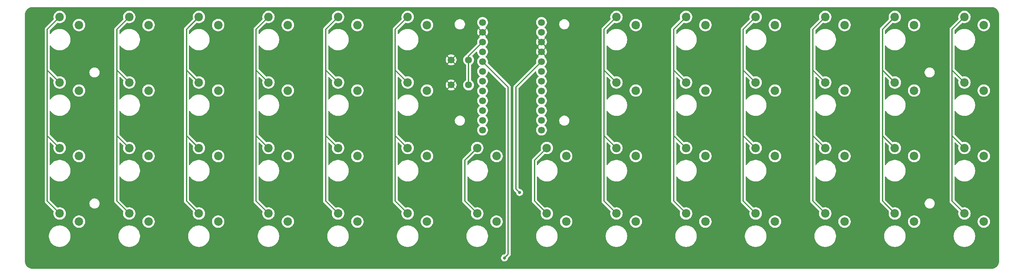
<source format=gtl>
G04 #@! TF.GenerationSoftware,KiCad,Pcbnew,9.0.5*
G04 #@! TF.CreationDate,2026-02-19T02:01:52-07:00*
G04 #@! TF.ProjectId,horizon-choc,686f7269-7a6f-46e2-9d63-686f632e6b69,2.4*
G04 #@! TF.SameCoordinates,Original*
G04 #@! TF.FileFunction,Copper,L1,Top*
G04 #@! TF.FilePolarity,Positive*
%FSLAX46Y46*%
G04 Gerber Fmt 4.6, Leading zero omitted, Abs format (unit mm)*
G04 Created by KiCad (PCBNEW 9.0.5) date 2026-02-19 02:01:52*
%MOMM*%
%LPD*%
G01*
G04 APERTURE LIST*
G04 #@! TA.AperFunction,ComponentPad*
%ADD10C,2.200000*%
G04 #@! TD*
G04 #@! TA.AperFunction,ComponentPad*
%ADD11C,1.800000*%
G04 #@! TD*
G04 #@! TA.AperFunction,ViaPad*
%ADD12C,0.800000*%
G04 #@! TD*
G04 #@! TA.AperFunction,Conductor*
%ADD13C,0.300000*%
G04 #@! TD*
G04 APERTURE END LIST*
D10*
X265000000Y-124600000D03*
X270000000Y-126700000D03*
X247000000Y-124600000D03*
X252000000Y-126700000D03*
X229000000Y-124600000D03*
X234000000Y-126700000D03*
X211000000Y-124600000D03*
X216000000Y-126700000D03*
X193000000Y-124600000D03*
X198000000Y-126700000D03*
X175000000Y-124600000D03*
X180000000Y-126700000D03*
X157000000Y-124600000D03*
X162000000Y-126700000D03*
X139000000Y-124600000D03*
X144000000Y-126700000D03*
X121000000Y-124600000D03*
X126000000Y-126700000D03*
X103000000Y-124600000D03*
X108000000Y-126700000D03*
X85000000Y-124600000D03*
X90000000Y-126700000D03*
X67000000Y-124600000D03*
X72000000Y-126700000D03*
X49000000Y-124600000D03*
X54000000Y-126700000D03*
X31000000Y-124600000D03*
X36000000Y-126700000D03*
X265000000Y-107600000D03*
X270000000Y-109700000D03*
X247000000Y-107600000D03*
X252000000Y-109700000D03*
X229000000Y-107600000D03*
X234000000Y-109700000D03*
X211000000Y-107600000D03*
X216000000Y-109700000D03*
X193000000Y-107600000D03*
X198000000Y-109700000D03*
X175000000Y-107600000D03*
X180000000Y-109700000D03*
X157000000Y-107600000D03*
X162000000Y-109700000D03*
X139000000Y-107600000D03*
X144000000Y-109700000D03*
X121000000Y-107600000D03*
X126000000Y-109700000D03*
X103000000Y-107600000D03*
X108000000Y-109700000D03*
X85000000Y-107600000D03*
X90000000Y-109700000D03*
X67000000Y-107600000D03*
X72000000Y-109700000D03*
X49000000Y-107600000D03*
X54000000Y-109700000D03*
X265000000Y-90600000D03*
X270000000Y-92700000D03*
X247000000Y-90600000D03*
X252000000Y-92700000D03*
X229000000Y-90600000D03*
X234000000Y-92700000D03*
X211000000Y-90600000D03*
X216000000Y-92700000D03*
X193000000Y-90600000D03*
X198000000Y-92700000D03*
X175000000Y-90600000D03*
X180000000Y-92700000D03*
X121000000Y-90600000D03*
X126000000Y-92700000D03*
X103000000Y-90600000D03*
X108000000Y-92700000D03*
X85000000Y-90600000D03*
X90000000Y-92700000D03*
X67000000Y-90600000D03*
X72000000Y-92700000D03*
X49000000Y-90600000D03*
X54000000Y-92700000D03*
X31000000Y-90600000D03*
X36000000Y-92700000D03*
X265000000Y-73600000D03*
X270000000Y-75700000D03*
X247000000Y-73600000D03*
X252000000Y-75700000D03*
X229000000Y-73600000D03*
X234000000Y-75700000D03*
X211000000Y-73600000D03*
X216000000Y-75700000D03*
X193000000Y-73600000D03*
X198000000Y-75700000D03*
X175000000Y-73600000D03*
X180000000Y-75700000D03*
X121000000Y-73600000D03*
X126000000Y-75700000D03*
X103000000Y-73600000D03*
X108000000Y-75700000D03*
X85000000Y-73600000D03*
X90000000Y-75700000D03*
X67000000Y-73600000D03*
X72000000Y-75700000D03*
X49000000Y-73600000D03*
X54000000Y-75700000D03*
X31000000Y-73600000D03*
X36000000Y-75700000D03*
D11*
X136750000Y-84750000D03*
X136750000Y-91250000D03*
X132250000Y-84750000D03*
X132250000Y-91250000D03*
X155620000Y-75030000D03*
X155620000Y-77570000D03*
X155620000Y-80110000D03*
X155620000Y-82650000D03*
X155620000Y-85190000D03*
X155620000Y-87730000D03*
X155620000Y-90270000D03*
X155620000Y-92810000D03*
X155620000Y-95350000D03*
X155620000Y-97890000D03*
X155620000Y-100430000D03*
X155620000Y-102970000D03*
X140380000Y-102970000D03*
X140380000Y-100430000D03*
X140380000Y-97890000D03*
X140380000Y-95350000D03*
X140380000Y-92810000D03*
X140380000Y-90270000D03*
X140380000Y-87730000D03*
X140380000Y-85190000D03*
X140380000Y-82650000D03*
X140380000Y-80110000D03*
X140380000Y-77570000D03*
X140380000Y-75030000D03*
D10*
X36000000Y-109700000D03*
X31000000Y-107600000D03*
D12*
X148000000Y-82500000D03*
X149949999Y-119150001D03*
X146050001Y-136150001D03*
D13*
X27800000Y-76800000D02*
X27800000Y-87400000D01*
X27800000Y-104400000D02*
X31000000Y-107600000D01*
X27800000Y-104400000D02*
X27800000Y-121400000D01*
X27800000Y-87400000D02*
X31000000Y-90600000D01*
X27800000Y-87400000D02*
X27800000Y-104400000D01*
X27800000Y-121400000D02*
X31000000Y-124600000D01*
X27800000Y-76800000D02*
X31000000Y-73600000D01*
X45800000Y-87400000D02*
X45800000Y-104400000D01*
X45800000Y-87400000D02*
X49000000Y-90600000D01*
X49000000Y-73600000D02*
X45800000Y-76800000D01*
X45800000Y-104400000D02*
X45800000Y-121400000D01*
X45800000Y-104400000D02*
X49000000Y-107600000D01*
X45800000Y-121400000D02*
X49000000Y-124600000D01*
X45800000Y-76800000D02*
X45800000Y-87400000D01*
X63800000Y-76800000D02*
X63800000Y-87400000D01*
X63800000Y-87400000D02*
X67000000Y-90600000D01*
X63800000Y-121400000D02*
X67000000Y-124600000D01*
X67000000Y-73600000D02*
X63800000Y-76800000D01*
X63800000Y-104400000D02*
X67000000Y-107600000D01*
X63800000Y-104400000D02*
X63800000Y-121400000D01*
X63800000Y-87400000D02*
X63800000Y-104400000D01*
X81800000Y-121400000D02*
X85000000Y-124600000D01*
X81800000Y-104400000D02*
X81800000Y-121400000D01*
X81800000Y-104400000D02*
X85000000Y-107600000D01*
X85000000Y-73600000D02*
X81800000Y-76800000D01*
X81800000Y-87400000D02*
X85000000Y-90600000D01*
X81800000Y-87400000D02*
X81800000Y-104400000D01*
X81800000Y-76800000D02*
X81800000Y-87400000D01*
X99800000Y-76800000D02*
X99800000Y-87400000D01*
X99800000Y-121400000D02*
X103000000Y-124600000D01*
X103000000Y-73600000D02*
X99800000Y-76800000D01*
X99800000Y-87400000D02*
X99800000Y-104400000D01*
X99800000Y-104400000D02*
X103000000Y-107600000D01*
X99800000Y-87400000D02*
X103000000Y-90600000D01*
X99800000Y-104400000D02*
X99800000Y-121400000D01*
X121000000Y-73600000D02*
X117800000Y-76800000D01*
X117800000Y-87400000D02*
X117800000Y-104400000D01*
X117800000Y-104400000D02*
X121000000Y-107600000D01*
X117800000Y-87400000D02*
X121000000Y-90600000D01*
X117800000Y-76800000D02*
X117800000Y-87400000D01*
X117800000Y-121400000D02*
X121000000Y-124600000D01*
X117800000Y-104400000D02*
X117800000Y-121400000D01*
X155620000Y-85190000D02*
X149000000Y-91810000D01*
X149000000Y-91810000D02*
X149000000Y-118200002D01*
X149000000Y-118200002D02*
X149949999Y-119150001D01*
X147000000Y-91810000D02*
X147000000Y-135200000D01*
X140380000Y-85190000D02*
X147000000Y-91810000D01*
X147000000Y-135200000D02*
X147000000Y-135200002D01*
X147000000Y-135200002D02*
X146050001Y-136150001D01*
X171800000Y-87400000D02*
X175000000Y-90600000D01*
X171800000Y-104400000D02*
X171800000Y-121400000D01*
X171800000Y-76800000D02*
X171800000Y-87400000D01*
X171800000Y-121400000D02*
X175000000Y-124600000D01*
X175000000Y-73600000D02*
X171800000Y-76800000D01*
X171800000Y-104400000D02*
X175000000Y-107600000D01*
X171800000Y-87400000D02*
X171800000Y-104400000D01*
X189800000Y-76800000D02*
X189800000Y-87400000D01*
X189800000Y-104400000D02*
X193000000Y-107600000D01*
X189800000Y-87400000D02*
X193000000Y-90600000D01*
X193000000Y-73600000D02*
X189800000Y-76800000D01*
X189800000Y-121400000D02*
X193000000Y-124600000D01*
X189800000Y-104400000D02*
X189800000Y-121400000D01*
X189800000Y-87400000D02*
X189800000Y-104400000D01*
X207800000Y-87400000D02*
X211000000Y-90600000D01*
X207800000Y-121400000D02*
X211000000Y-124600000D01*
X207800000Y-104400000D02*
X211000000Y-107600000D01*
X211000000Y-73600000D02*
X207800000Y-76800000D01*
X207800000Y-104400000D02*
X207800000Y-121400000D01*
X207800000Y-87400000D02*
X207800000Y-104400000D01*
X207800000Y-76800000D02*
X207800000Y-87400000D01*
X225800000Y-121400000D02*
X229000000Y-124600000D01*
X229000000Y-73600000D02*
X225800000Y-76800000D01*
X225800000Y-104400000D02*
X225800000Y-121400000D01*
X225800000Y-87400000D02*
X225800000Y-104400000D01*
X225800000Y-87400000D02*
X229000000Y-90600000D01*
X225800000Y-104400000D02*
X229000000Y-107600000D01*
X225800000Y-76800000D02*
X225800000Y-87400000D01*
X243800000Y-76800000D02*
X243800000Y-87400000D01*
X243800000Y-121400000D02*
X247000000Y-124600000D01*
X243800000Y-87400000D02*
X243800000Y-104400000D01*
X243800000Y-104400000D02*
X243800000Y-121400000D01*
X243800000Y-87400000D02*
X247000000Y-90600000D01*
X247000000Y-73600000D02*
X243800000Y-76800000D01*
X243800000Y-104400000D02*
X247000000Y-107600000D01*
X261800000Y-121400000D02*
X265000000Y-124600000D01*
X261800000Y-87400000D02*
X261800000Y-104400000D01*
X261800000Y-104400000D02*
X261800000Y-121400000D01*
X261800000Y-76800000D02*
X261800000Y-87400000D01*
X261800000Y-104400000D02*
X265000000Y-107600000D01*
X265000000Y-73600000D02*
X261800000Y-76800000D01*
X261800000Y-87400000D02*
X265000000Y-90600000D01*
X135800000Y-110800000D02*
X135800000Y-121400000D01*
X139000000Y-107600000D02*
X135800000Y-110800000D01*
X135800000Y-121400000D02*
X139000000Y-124600000D01*
X153800000Y-110800000D02*
X153800000Y-121400000D01*
X157000000Y-107600000D02*
X153800000Y-110800000D01*
X153800000Y-121400000D02*
X157000000Y-124600000D01*
X136750000Y-83740000D02*
X136750000Y-84750000D01*
X140380000Y-80110000D02*
X136750000Y-83740000D01*
X136750000Y-84750000D02*
X136750000Y-91250000D01*
G04 #@! TA.AperFunction,Conductor*
G36*
X272004043Y-71025765D02*
G01*
X272249632Y-71041861D01*
X272265690Y-71043976D01*
X272469394Y-71084495D01*
X272503064Y-71091193D01*
X272518731Y-71095391D01*
X272687510Y-71152683D01*
X272747913Y-71173188D01*
X272762890Y-71179391D01*
X272970539Y-71281792D01*
X272979960Y-71286438D01*
X272994007Y-71294548D01*
X273033528Y-71320955D01*
X273195245Y-71429011D01*
X273208106Y-71438879D01*
X273320036Y-71537039D01*
X273390071Y-71598459D01*
X273401540Y-71609928D01*
X273561117Y-71791890D01*
X273570991Y-71804758D01*
X273705451Y-72005992D01*
X273713561Y-72020039D01*
X273820605Y-72237102D01*
X273826812Y-72252088D01*
X273904608Y-72481268D01*
X273908806Y-72496935D01*
X273956021Y-72734298D01*
X273958139Y-72750379D01*
X273974235Y-72995956D01*
X273974500Y-73004066D01*
X273974500Y-136995933D01*
X273974235Y-137004043D01*
X273958139Y-137249620D01*
X273956021Y-137265701D01*
X273908806Y-137503064D01*
X273904608Y-137518731D01*
X273826812Y-137747911D01*
X273820605Y-137762897D01*
X273713561Y-137979960D01*
X273705451Y-137994007D01*
X273570991Y-138195241D01*
X273561117Y-138208109D01*
X273401540Y-138390071D01*
X273390071Y-138401540D01*
X273208109Y-138561117D01*
X273195241Y-138570991D01*
X272994007Y-138705451D01*
X272979960Y-138713561D01*
X272762897Y-138820605D01*
X272747911Y-138826812D01*
X272518731Y-138904608D01*
X272503064Y-138908806D01*
X272265701Y-138956021D01*
X272249620Y-138958139D01*
X272004043Y-138974235D01*
X271995933Y-138974500D01*
X24004067Y-138974500D01*
X23995957Y-138974235D01*
X23750379Y-138958139D01*
X23734298Y-138956021D01*
X23496935Y-138908806D01*
X23481268Y-138904608D01*
X23252088Y-138826812D01*
X23237102Y-138820605D01*
X23236917Y-138820514D01*
X23227681Y-138815959D01*
X23020039Y-138713561D01*
X23005992Y-138705451D01*
X22804758Y-138570991D01*
X22791890Y-138561117D01*
X22609928Y-138401540D01*
X22598459Y-138390071D01*
X22438882Y-138208109D01*
X22429008Y-138195241D01*
X22383893Y-138127722D01*
X22294548Y-137994007D01*
X22286438Y-137979960D01*
X22245910Y-137897778D01*
X22179391Y-137762890D01*
X22173187Y-137747911D01*
X22095391Y-137518731D01*
X22091193Y-137503064D01*
X22069897Y-137396003D01*
X22043976Y-137265690D01*
X22041861Y-137249632D01*
X22025765Y-137004043D01*
X22025500Y-136995933D01*
X22025500Y-130344126D01*
X28224500Y-130344126D01*
X28224500Y-130655873D01*
X28259402Y-130965633D01*
X28259404Y-130965649D01*
X28328771Y-131269567D01*
X28328775Y-131269579D01*
X28431733Y-131563814D01*
X28566988Y-131844674D01*
X28566990Y-131844677D01*
X28732844Y-132108633D01*
X28927209Y-132352359D01*
X29147641Y-132572791D01*
X29391367Y-132767156D01*
X29655323Y-132933010D01*
X29936189Y-133068268D01*
X30157174Y-133145594D01*
X30230420Y-133171224D01*
X30230432Y-133171228D01*
X30534354Y-133240596D01*
X30844126Y-133275499D01*
X30844127Y-133275500D01*
X30844131Y-133275500D01*
X31155873Y-133275500D01*
X31155873Y-133275499D01*
X31465646Y-133240596D01*
X31769568Y-133171228D01*
X32063811Y-133068268D01*
X32344677Y-132933010D01*
X32608633Y-132767156D01*
X32852359Y-132572791D01*
X33072791Y-132352359D01*
X33267156Y-132108633D01*
X33433010Y-131844677D01*
X33568268Y-131563811D01*
X33671228Y-131269568D01*
X33740596Y-130965646D01*
X33775500Y-130655869D01*
X33775500Y-130344131D01*
X33775499Y-130344126D01*
X46224500Y-130344126D01*
X46224500Y-130655873D01*
X46259402Y-130965633D01*
X46259404Y-130965649D01*
X46328771Y-131269567D01*
X46328775Y-131269579D01*
X46431733Y-131563814D01*
X46566988Y-131844674D01*
X46566990Y-131844677D01*
X46732844Y-132108633D01*
X46927209Y-132352359D01*
X47147641Y-132572791D01*
X47391367Y-132767156D01*
X47655323Y-132933010D01*
X47936189Y-133068268D01*
X48157174Y-133145594D01*
X48230420Y-133171224D01*
X48230432Y-133171228D01*
X48534354Y-133240596D01*
X48844126Y-133275499D01*
X48844127Y-133275500D01*
X48844131Y-133275500D01*
X49155873Y-133275500D01*
X49155873Y-133275499D01*
X49465646Y-133240596D01*
X49769568Y-133171228D01*
X50063811Y-133068268D01*
X50344677Y-132933010D01*
X50608633Y-132767156D01*
X50852359Y-132572791D01*
X51072791Y-132352359D01*
X51267156Y-132108633D01*
X51433010Y-131844677D01*
X51568268Y-131563811D01*
X51671228Y-131269568D01*
X51740596Y-130965646D01*
X51775500Y-130655869D01*
X51775500Y-130344131D01*
X51775499Y-130344126D01*
X64224500Y-130344126D01*
X64224500Y-130655873D01*
X64259402Y-130965633D01*
X64259404Y-130965649D01*
X64328771Y-131269567D01*
X64328775Y-131269579D01*
X64431733Y-131563814D01*
X64566988Y-131844674D01*
X64566990Y-131844677D01*
X64732844Y-132108633D01*
X64927209Y-132352359D01*
X65147641Y-132572791D01*
X65391367Y-132767156D01*
X65655323Y-132933010D01*
X65936189Y-133068268D01*
X66157174Y-133145594D01*
X66230420Y-133171224D01*
X66230432Y-133171228D01*
X66534354Y-133240596D01*
X66844126Y-133275499D01*
X66844127Y-133275500D01*
X66844131Y-133275500D01*
X67155873Y-133275500D01*
X67155873Y-133275499D01*
X67465646Y-133240596D01*
X67769568Y-133171228D01*
X68063811Y-133068268D01*
X68344677Y-132933010D01*
X68608633Y-132767156D01*
X68852359Y-132572791D01*
X69072791Y-132352359D01*
X69267156Y-132108633D01*
X69433010Y-131844677D01*
X69568268Y-131563811D01*
X69671228Y-131269568D01*
X69740596Y-130965646D01*
X69775500Y-130655869D01*
X69775500Y-130344131D01*
X69775499Y-130344126D01*
X82224500Y-130344126D01*
X82224500Y-130655873D01*
X82259402Y-130965633D01*
X82259404Y-130965649D01*
X82328771Y-131269567D01*
X82328775Y-131269579D01*
X82431733Y-131563814D01*
X82566988Y-131844674D01*
X82566990Y-131844677D01*
X82732844Y-132108633D01*
X82927209Y-132352359D01*
X83147641Y-132572791D01*
X83391367Y-132767156D01*
X83655323Y-132933010D01*
X83936189Y-133068268D01*
X84157174Y-133145594D01*
X84230420Y-133171224D01*
X84230432Y-133171228D01*
X84534354Y-133240596D01*
X84844126Y-133275499D01*
X84844127Y-133275500D01*
X84844131Y-133275500D01*
X85155873Y-133275500D01*
X85155873Y-133275499D01*
X85465646Y-133240596D01*
X85769568Y-133171228D01*
X86063811Y-133068268D01*
X86344677Y-132933010D01*
X86608633Y-132767156D01*
X86852359Y-132572791D01*
X87072791Y-132352359D01*
X87267156Y-132108633D01*
X87433010Y-131844677D01*
X87568268Y-131563811D01*
X87671228Y-131269568D01*
X87740596Y-130965646D01*
X87775500Y-130655869D01*
X87775500Y-130344131D01*
X87775499Y-130344126D01*
X100224500Y-130344126D01*
X100224500Y-130655873D01*
X100259402Y-130965633D01*
X100259404Y-130965649D01*
X100328771Y-131269567D01*
X100328775Y-131269579D01*
X100431733Y-131563814D01*
X100566988Y-131844674D01*
X100566990Y-131844677D01*
X100732844Y-132108633D01*
X100927209Y-132352359D01*
X101147641Y-132572791D01*
X101391367Y-132767156D01*
X101655323Y-132933010D01*
X101936189Y-133068268D01*
X102157174Y-133145594D01*
X102230420Y-133171224D01*
X102230432Y-133171228D01*
X102534354Y-133240596D01*
X102844126Y-133275499D01*
X102844127Y-133275500D01*
X102844131Y-133275500D01*
X103155873Y-133275500D01*
X103155873Y-133275499D01*
X103465646Y-133240596D01*
X103769568Y-133171228D01*
X104063811Y-133068268D01*
X104344677Y-132933010D01*
X104608633Y-132767156D01*
X104852359Y-132572791D01*
X105072791Y-132352359D01*
X105267156Y-132108633D01*
X105433010Y-131844677D01*
X105568268Y-131563811D01*
X105671228Y-131269568D01*
X105740596Y-130965646D01*
X105775500Y-130655869D01*
X105775500Y-130344131D01*
X105775499Y-130344126D01*
X118224500Y-130344126D01*
X118224500Y-130655873D01*
X118259402Y-130965633D01*
X118259404Y-130965649D01*
X118328771Y-131269567D01*
X118328775Y-131269579D01*
X118431733Y-131563814D01*
X118566988Y-131844674D01*
X118566990Y-131844677D01*
X118732844Y-132108633D01*
X118927209Y-132352359D01*
X119147641Y-132572791D01*
X119391367Y-132767156D01*
X119655323Y-132933010D01*
X119936189Y-133068268D01*
X120157174Y-133145594D01*
X120230420Y-133171224D01*
X120230432Y-133171228D01*
X120534354Y-133240596D01*
X120844126Y-133275499D01*
X120844127Y-133275500D01*
X120844131Y-133275500D01*
X121155873Y-133275500D01*
X121155873Y-133275499D01*
X121465646Y-133240596D01*
X121769568Y-133171228D01*
X122063811Y-133068268D01*
X122344677Y-132933010D01*
X122608633Y-132767156D01*
X122852359Y-132572791D01*
X123072791Y-132352359D01*
X123267156Y-132108633D01*
X123433010Y-131844677D01*
X123568268Y-131563811D01*
X123671228Y-131269568D01*
X123740596Y-130965646D01*
X123775500Y-130655869D01*
X123775500Y-130344131D01*
X123775499Y-130344126D01*
X136224500Y-130344126D01*
X136224500Y-130655873D01*
X136259402Y-130965633D01*
X136259404Y-130965649D01*
X136328771Y-131269567D01*
X136328775Y-131269579D01*
X136431733Y-131563814D01*
X136566988Y-131844674D01*
X136566990Y-131844677D01*
X136732844Y-132108633D01*
X136927209Y-132352359D01*
X137147641Y-132572791D01*
X137391367Y-132767156D01*
X137655323Y-132933010D01*
X137936189Y-133068268D01*
X138157174Y-133145594D01*
X138230420Y-133171224D01*
X138230432Y-133171228D01*
X138534354Y-133240596D01*
X138844126Y-133275499D01*
X138844127Y-133275500D01*
X138844131Y-133275500D01*
X139155873Y-133275500D01*
X139155873Y-133275499D01*
X139465646Y-133240596D01*
X139769568Y-133171228D01*
X140063811Y-133068268D01*
X140344677Y-132933010D01*
X140608633Y-132767156D01*
X140852359Y-132572791D01*
X141072791Y-132352359D01*
X141267156Y-132108633D01*
X141433010Y-131844677D01*
X141568268Y-131563811D01*
X141671228Y-131269568D01*
X141740596Y-130965646D01*
X141775500Y-130655869D01*
X141775500Y-130344131D01*
X141740596Y-130034354D01*
X141671228Y-129730432D01*
X141568268Y-129436189D01*
X141433010Y-129155323D01*
X141267156Y-128891367D01*
X141072791Y-128647641D01*
X140852359Y-128427209D01*
X140608633Y-128232844D01*
X140344677Y-128066990D01*
X140344674Y-128066988D01*
X140063814Y-127931733D01*
X139769579Y-127828775D01*
X139769567Y-127828771D01*
X139465649Y-127759404D01*
X139465633Y-127759402D01*
X139155873Y-127724500D01*
X139155869Y-127724500D01*
X138844131Y-127724500D01*
X138844127Y-127724500D01*
X138534366Y-127759402D01*
X138534350Y-127759404D01*
X138230432Y-127828771D01*
X138230420Y-127828775D01*
X137936185Y-127931733D01*
X137655325Y-128066988D01*
X137391368Y-128232843D01*
X137147641Y-128427208D01*
X136927208Y-128647641D01*
X136732843Y-128891368D01*
X136566988Y-129155325D01*
X136431733Y-129436185D01*
X136328775Y-129730420D01*
X136328771Y-129730432D01*
X136259404Y-130034350D01*
X136259402Y-130034366D01*
X136224500Y-130344126D01*
X123775499Y-130344126D01*
X123740596Y-130034354D01*
X123671228Y-129730432D01*
X123568268Y-129436189D01*
X123433010Y-129155323D01*
X123267156Y-128891367D01*
X123072791Y-128647641D01*
X122852359Y-128427209D01*
X122608633Y-128232844D01*
X122344677Y-128066990D01*
X122344674Y-128066988D01*
X122063814Y-127931733D01*
X121769579Y-127828775D01*
X121769567Y-127828771D01*
X121465649Y-127759404D01*
X121465633Y-127759402D01*
X121155873Y-127724500D01*
X121155869Y-127724500D01*
X120844131Y-127724500D01*
X120844127Y-127724500D01*
X120534366Y-127759402D01*
X120534350Y-127759404D01*
X120230432Y-127828771D01*
X120230420Y-127828775D01*
X119936185Y-127931733D01*
X119655325Y-128066988D01*
X119391368Y-128232843D01*
X119147641Y-128427208D01*
X118927208Y-128647641D01*
X118732843Y-128891368D01*
X118566988Y-129155325D01*
X118431733Y-129436185D01*
X118328775Y-129730420D01*
X118328771Y-129730432D01*
X118259404Y-130034350D01*
X118259402Y-130034366D01*
X118224500Y-130344126D01*
X105775499Y-130344126D01*
X105740596Y-130034354D01*
X105671228Y-129730432D01*
X105568268Y-129436189D01*
X105433010Y-129155323D01*
X105267156Y-128891367D01*
X105072791Y-128647641D01*
X104852359Y-128427209D01*
X104608633Y-128232844D01*
X104344677Y-128066990D01*
X104344674Y-128066988D01*
X104063814Y-127931733D01*
X103769579Y-127828775D01*
X103769567Y-127828771D01*
X103465649Y-127759404D01*
X103465633Y-127759402D01*
X103155873Y-127724500D01*
X103155869Y-127724500D01*
X102844131Y-127724500D01*
X102844127Y-127724500D01*
X102534366Y-127759402D01*
X102534350Y-127759404D01*
X102230432Y-127828771D01*
X102230420Y-127828775D01*
X101936185Y-127931733D01*
X101655325Y-128066988D01*
X101391368Y-128232843D01*
X101147641Y-128427208D01*
X100927208Y-128647641D01*
X100732843Y-128891368D01*
X100566988Y-129155325D01*
X100431733Y-129436185D01*
X100328775Y-129730420D01*
X100328771Y-129730432D01*
X100259404Y-130034350D01*
X100259402Y-130034366D01*
X100224500Y-130344126D01*
X87775499Y-130344126D01*
X87740596Y-130034354D01*
X87671228Y-129730432D01*
X87568268Y-129436189D01*
X87433010Y-129155323D01*
X87267156Y-128891367D01*
X87072791Y-128647641D01*
X86852359Y-128427209D01*
X86608633Y-128232844D01*
X86344677Y-128066990D01*
X86344674Y-128066988D01*
X86063814Y-127931733D01*
X85769579Y-127828775D01*
X85769567Y-127828771D01*
X85465649Y-127759404D01*
X85465633Y-127759402D01*
X85155873Y-127724500D01*
X85155869Y-127724500D01*
X84844131Y-127724500D01*
X84844127Y-127724500D01*
X84534366Y-127759402D01*
X84534350Y-127759404D01*
X84230432Y-127828771D01*
X84230420Y-127828775D01*
X83936185Y-127931733D01*
X83655325Y-128066988D01*
X83391368Y-128232843D01*
X83147641Y-128427208D01*
X82927208Y-128647641D01*
X82732843Y-128891368D01*
X82566988Y-129155325D01*
X82431733Y-129436185D01*
X82328775Y-129730420D01*
X82328771Y-129730432D01*
X82259404Y-130034350D01*
X82259402Y-130034366D01*
X82224500Y-130344126D01*
X69775499Y-130344126D01*
X69740596Y-130034354D01*
X69671228Y-129730432D01*
X69568268Y-129436189D01*
X69433010Y-129155323D01*
X69267156Y-128891367D01*
X69072791Y-128647641D01*
X68852359Y-128427209D01*
X68608633Y-128232844D01*
X68344677Y-128066990D01*
X68344674Y-128066988D01*
X68063814Y-127931733D01*
X67769579Y-127828775D01*
X67769567Y-127828771D01*
X67465649Y-127759404D01*
X67465633Y-127759402D01*
X67155873Y-127724500D01*
X67155869Y-127724500D01*
X66844131Y-127724500D01*
X66844127Y-127724500D01*
X66534366Y-127759402D01*
X66534350Y-127759404D01*
X66230432Y-127828771D01*
X66230420Y-127828775D01*
X65936185Y-127931733D01*
X65655325Y-128066988D01*
X65391368Y-128232843D01*
X65147641Y-128427208D01*
X64927208Y-128647641D01*
X64732843Y-128891368D01*
X64566988Y-129155325D01*
X64431733Y-129436185D01*
X64328775Y-129730420D01*
X64328771Y-129730432D01*
X64259404Y-130034350D01*
X64259402Y-130034366D01*
X64224500Y-130344126D01*
X51775499Y-130344126D01*
X51740596Y-130034354D01*
X51671228Y-129730432D01*
X51568268Y-129436189D01*
X51433010Y-129155323D01*
X51267156Y-128891367D01*
X51072791Y-128647641D01*
X50852359Y-128427209D01*
X50608633Y-128232844D01*
X50344677Y-128066990D01*
X50344674Y-128066988D01*
X50063814Y-127931733D01*
X49769579Y-127828775D01*
X49769567Y-127828771D01*
X49465649Y-127759404D01*
X49465633Y-127759402D01*
X49155873Y-127724500D01*
X49155869Y-127724500D01*
X48844131Y-127724500D01*
X48844127Y-127724500D01*
X48534366Y-127759402D01*
X48534350Y-127759404D01*
X48230432Y-127828771D01*
X48230420Y-127828775D01*
X47936185Y-127931733D01*
X47655325Y-128066988D01*
X47391368Y-128232843D01*
X47147641Y-128427208D01*
X46927208Y-128647641D01*
X46732843Y-128891368D01*
X46566988Y-129155325D01*
X46431733Y-129436185D01*
X46328775Y-129730420D01*
X46328771Y-129730432D01*
X46259404Y-130034350D01*
X46259402Y-130034366D01*
X46224500Y-130344126D01*
X33775499Y-130344126D01*
X33740596Y-130034354D01*
X33671228Y-129730432D01*
X33568268Y-129436189D01*
X33433010Y-129155323D01*
X33267156Y-128891367D01*
X33072791Y-128647641D01*
X32852359Y-128427209D01*
X32608633Y-128232844D01*
X32344677Y-128066990D01*
X32344674Y-128066988D01*
X32063814Y-127931733D01*
X31769579Y-127828775D01*
X31769567Y-127828771D01*
X31465649Y-127759404D01*
X31465633Y-127759402D01*
X31155873Y-127724500D01*
X31155869Y-127724500D01*
X30844131Y-127724500D01*
X30844127Y-127724500D01*
X30534366Y-127759402D01*
X30534350Y-127759404D01*
X30230432Y-127828771D01*
X30230420Y-127828775D01*
X29936185Y-127931733D01*
X29655325Y-128066988D01*
X29391368Y-128232843D01*
X29147641Y-128427208D01*
X28927208Y-128647641D01*
X28732843Y-128891368D01*
X28566988Y-129155325D01*
X28431733Y-129436185D01*
X28328775Y-129730420D01*
X28328771Y-129730432D01*
X28259404Y-130034350D01*
X28259402Y-130034366D01*
X28224500Y-130344126D01*
X22025500Y-130344126D01*
X22025500Y-126574038D01*
X34399500Y-126574038D01*
X34399500Y-126825961D01*
X34438910Y-127074785D01*
X34516760Y-127314383D01*
X34631132Y-127538848D01*
X34779201Y-127742649D01*
X34779205Y-127742654D01*
X34957345Y-127920794D01*
X34957350Y-127920798D01*
X35135117Y-128049952D01*
X35161155Y-128068870D01*
X35304184Y-128141747D01*
X35385616Y-128183239D01*
X35385618Y-128183239D01*
X35385621Y-128183241D01*
X35625215Y-128261090D01*
X35874038Y-128300500D01*
X35874039Y-128300500D01*
X36125961Y-128300500D01*
X36125962Y-128300500D01*
X36374785Y-128261090D01*
X36614379Y-128183241D01*
X36838845Y-128068870D01*
X37042656Y-127920793D01*
X37220793Y-127742656D01*
X37368870Y-127538845D01*
X37483241Y-127314379D01*
X37561090Y-127074785D01*
X37600500Y-126825962D01*
X37600500Y-126574038D01*
X52399500Y-126574038D01*
X52399500Y-126825961D01*
X52438910Y-127074785D01*
X52516760Y-127314383D01*
X52631132Y-127538848D01*
X52779201Y-127742649D01*
X52779205Y-127742654D01*
X52957345Y-127920794D01*
X52957350Y-127920798D01*
X53135117Y-128049952D01*
X53161155Y-128068870D01*
X53304184Y-128141747D01*
X53385616Y-128183239D01*
X53385618Y-128183239D01*
X53385621Y-128183241D01*
X53625215Y-128261090D01*
X53874038Y-128300500D01*
X53874039Y-128300500D01*
X54125961Y-128300500D01*
X54125962Y-128300500D01*
X54374785Y-128261090D01*
X54614379Y-128183241D01*
X54838845Y-128068870D01*
X55042656Y-127920793D01*
X55220793Y-127742656D01*
X55368870Y-127538845D01*
X55483241Y-127314379D01*
X55561090Y-127074785D01*
X55600500Y-126825962D01*
X55600500Y-126574038D01*
X70399500Y-126574038D01*
X70399500Y-126825961D01*
X70438910Y-127074785D01*
X70516760Y-127314383D01*
X70631132Y-127538848D01*
X70779201Y-127742649D01*
X70779205Y-127742654D01*
X70957345Y-127920794D01*
X70957350Y-127920798D01*
X71135117Y-128049952D01*
X71161155Y-128068870D01*
X71304184Y-128141747D01*
X71385616Y-128183239D01*
X71385618Y-128183239D01*
X71385621Y-128183241D01*
X71625215Y-128261090D01*
X71874038Y-128300500D01*
X71874039Y-128300500D01*
X72125961Y-128300500D01*
X72125962Y-128300500D01*
X72374785Y-128261090D01*
X72614379Y-128183241D01*
X72838845Y-128068870D01*
X73042656Y-127920793D01*
X73220793Y-127742656D01*
X73368870Y-127538845D01*
X73483241Y-127314379D01*
X73561090Y-127074785D01*
X73600500Y-126825962D01*
X73600500Y-126574038D01*
X88399500Y-126574038D01*
X88399500Y-126825961D01*
X88438910Y-127074785D01*
X88516760Y-127314383D01*
X88631132Y-127538848D01*
X88779201Y-127742649D01*
X88779205Y-127742654D01*
X88957345Y-127920794D01*
X88957350Y-127920798D01*
X89135117Y-128049952D01*
X89161155Y-128068870D01*
X89304184Y-128141747D01*
X89385616Y-128183239D01*
X89385618Y-128183239D01*
X89385621Y-128183241D01*
X89625215Y-128261090D01*
X89874038Y-128300500D01*
X89874039Y-128300500D01*
X90125961Y-128300500D01*
X90125962Y-128300500D01*
X90374785Y-128261090D01*
X90614379Y-128183241D01*
X90838845Y-128068870D01*
X91042656Y-127920793D01*
X91220793Y-127742656D01*
X91368870Y-127538845D01*
X91483241Y-127314379D01*
X91561090Y-127074785D01*
X91600500Y-126825962D01*
X91600500Y-126574038D01*
X106399500Y-126574038D01*
X106399500Y-126825961D01*
X106438910Y-127074785D01*
X106516760Y-127314383D01*
X106631132Y-127538848D01*
X106779201Y-127742649D01*
X106779205Y-127742654D01*
X106957345Y-127920794D01*
X106957350Y-127920798D01*
X107135117Y-128049952D01*
X107161155Y-128068870D01*
X107304184Y-128141747D01*
X107385616Y-128183239D01*
X107385618Y-128183239D01*
X107385621Y-128183241D01*
X107625215Y-128261090D01*
X107874038Y-128300500D01*
X107874039Y-128300500D01*
X108125961Y-128300500D01*
X108125962Y-128300500D01*
X108374785Y-128261090D01*
X108614379Y-128183241D01*
X108838845Y-128068870D01*
X109042656Y-127920793D01*
X109220793Y-127742656D01*
X109368870Y-127538845D01*
X109483241Y-127314379D01*
X109561090Y-127074785D01*
X109600500Y-126825962D01*
X109600500Y-126574038D01*
X124399500Y-126574038D01*
X124399500Y-126825961D01*
X124438910Y-127074785D01*
X124516760Y-127314383D01*
X124631132Y-127538848D01*
X124779201Y-127742649D01*
X124779205Y-127742654D01*
X124957345Y-127920794D01*
X124957350Y-127920798D01*
X125135117Y-128049952D01*
X125161155Y-128068870D01*
X125304184Y-128141747D01*
X125385616Y-128183239D01*
X125385618Y-128183239D01*
X125385621Y-128183241D01*
X125625215Y-128261090D01*
X125874038Y-128300500D01*
X125874039Y-128300500D01*
X126125961Y-128300500D01*
X126125962Y-128300500D01*
X126374785Y-128261090D01*
X126614379Y-128183241D01*
X126838845Y-128068870D01*
X127042656Y-127920793D01*
X127220793Y-127742656D01*
X127368870Y-127538845D01*
X127483241Y-127314379D01*
X127561090Y-127074785D01*
X127600500Y-126825962D01*
X127600500Y-126574038D01*
X142399500Y-126574038D01*
X142399500Y-126825961D01*
X142438910Y-127074785D01*
X142516760Y-127314383D01*
X142631132Y-127538848D01*
X142779201Y-127742649D01*
X142779205Y-127742654D01*
X142957345Y-127920794D01*
X142957350Y-127920798D01*
X143135117Y-128049952D01*
X143161155Y-128068870D01*
X143304184Y-128141747D01*
X143385616Y-128183239D01*
X143385618Y-128183239D01*
X143385621Y-128183241D01*
X143625215Y-128261090D01*
X143874038Y-128300500D01*
X143874039Y-128300500D01*
X144125961Y-128300500D01*
X144125962Y-128300500D01*
X144374785Y-128261090D01*
X144614379Y-128183241D01*
X144838845Y-128068870D01*
X145042656Y-127920793D01*
X145220793Y-127742656D01*
X145368870Y-127538845D01*
X145483241Y-127314379D01*
X145561090Y-127074785D01*
X145600500Y-126825962D01*
X145600500Y-126574038D01*
X145561090Y-126325215D01*
X145483241Y-126085621D01*
X145483239Y-126085618D01*
X145483239Y-126085616D01*
X145423752Y-125968867D01*
X145368870Y-125861155D01*
X145339545Y-125820793D01*
X145220798Y-125657350D01*
X145220794Y-125657345D01*
X145042654Y-125479205D01*
X145042649Y-125479201D01*
X144838848Y-125331132D01*
X144838847Y-125331131D01*
X144838845Y-125331130D01*
X144768747Y-125295413D01*
X144614383Y-125216760D01*
X144374785Y-125138910D01*
X144125962Y-125099500D01*
X143874038Y-125099500D01*
X143749626Y-125119205D01*
X143625214Y-125138910D01*
X143385616Y-125216760D01*
X143161151Y-125331132D01*
X142957350Y-125479201D01*
X142957345Y-125479205D01*
X142779205Y-125657345D01*
X142779201Y-125657350D01*
X142631132Y-125861151D01*
X142516760Y-126085616D01*
X142438910Y-126325214D01*
X142399500Y-126574038D01*
X127600500Y-126574038D01*
X127561090Y-126325215D01*
X127483241Y-126085621D01*
X127483239Y-126085618D01*
X127483239Y-126085616D01*
X127423752Y-125968867D01*
X127368870Y-125861155D01*
X127339545Y-125820793D01*
X127220798Y-125657350D01*
X127220794Y-125657345D01*
X127042654Y-125479205D01*
X127042649Y-125479201D01*
X126838848Y-125331132D01*
X126838847Y-125331131D01*
X126838845Y-125331130D01*
X126768747Y-125295413D01*
X126614383Y-125216760D01*
X126374785Y-125138910D01*
X126125962Y-125099500D01*
X125874038Y-125099500D01*
X125749626Y-125119205D01*
X125625214Y-125138910D01*
X125385616Y-125216760D01*
X125161151Y-125331132D01*
X124957350Y-125479201D01*
X124957345Y-125479205D01*
X124779205Y-125657345D01*
X124779201Y-125657350D01*
X124631132Y-125861151D01*
X124516760Y-126085616D01*
X124438910Y-126325214D01*
X124399500Y-126574038D01*
X109600500Y-126574038D01*
X109561090Y-126325215D01*
X109483241Y-126085621D01*
X109483239Y-126085618D01*
X109483239Y-126085616D01*
X109423752Y-125968867D01*
X109368870Y-125861155D01*
X109339545Y-125820793D01*
X109220798Y-125657350D01*
X109220794Y-125657345D01*
X109042654Y-125479205D01*
X109042649Y-125479201D01*
X108838848Y-125331132D01*
X108838847Y-125331131D01*
X108838845Y-125331130D01*
X108768747Y-125295413D01*
X108614383Y-125216760D01*
X108374785Y-125138910D01*
X108125962Y-125099500D01*
X107874038Y-125099500D01*
X107749626Y-125119205D01*
X107625214Y-125138910D01*
X107385616Y-125216760D01*
X107161151Y-125331132D01*
X106957350Y-125479201D01*
X106957345Y-125479205D01*
X106779205Y-125657345D01*
X106779201Y-125657350D01*
X106631132Y-125861151D01*
X106516760Y-126085616D01*
X106438910Y-126325214D01*
X106399500Y-126574038D01*
X91600500Y-126574038D01*
X91561090Y-126325215D01*
X91483241Y-126085621D01*
X91483239Y-126085618D01*
X91483239Y-126085616D01*
X91423752Y-125968867D01*
X91368870Y-125861155D01*
X91339545Y-125820793D01*
X91220798Y-125657350D01*
X91220794Y-125657345D01*
X91042654Y-125479205D01*
X91042649Y-125479201D01*
X90838848Y-125331132D01*
X90838847Y-125331131D01*
X90838845Y-125331130D01*
X90768747Y-125295413D01*
X90614383Y-125216760D01*
X90374785Y-125138910D01*
X90125962Y-125099500D01*
X89874038Y-125099500D01*
X89749626Y-125119205D01*
X89625214Y-125138910D01*
X89385616Y-125216760D01*
X89161151Y-125331132D01*
X88957350Y-125479201D01*
X88957345Y-125479205D01*
X88779205Y-125657345D01*
X88779201Y-125657350D01*
X88631132Y-125861151D01*
X88516760Y-126085616D01*
X88438910Y-126325214D01*
X88399500Y-126574038D01*
X73600500Y-126574038D01*
X73561090Y-126325215D01*
X73483241Y-126085621D01*
X73483239Y-126085618D01*
X73483239Y-126085616D01*
X73423752Y-125968867D01*
X73368870Y-125861155D01*
X73339545Y-125820793D01*
X73220798Y-125657350D01*
X73220794Y-125657345D01*
X73042654Y-125479205D01*
X73042649Y-125479201D01*
X72838848Y-125331132D01*
X72838847Y-125331131D01*
X72838845Y-125331130D01*
X72768747Y-125295413D01*
X72614383Y-125216760D01*
X72374785Y-125138910D01*
X72125962Y-125099500D01*
X71874038Y-125099500D01*
X71749626Y-125119205D01*
X71625214Y-125138910D01*
X71385616Y-125216760D01*
X71161151Y-125331132D01*
X70957350Y-125479201D01*
X70957345Y-125479205D01*
X70779205Y-125657345D01*
X70779201Y-125657350D01*
X70631132Y-125861151D01*
X70516760Y-126085616D01*
X70438910Y-126325214D01*
X70399500Y-126574038D01*
X55600500Y-126574038D01*
X55561090Y-126325215D01*
X55483241Y-126085621D01*
X55483239Y-126085618D01*
X55483239Y-126085616D01*
X55423752Y-125968867D01*
X55368870Y-125861155D01*
X55339545Y-125820793D01*
X55220798Y-125657350D01*
X55220794Y-125657345D01*
X55042654Y-125479205D01*
X55042649Y-125479201D01*
X54838848Y-125331132D01*
X54838847Y-125331131D01*
X54838845Y-125331130D01*
X54768747Y-125295413D01*
X54614383Y-125216760D01*
X54374785Y-125138910D01*
X54125962Y-125099500D01*
X53874038Y-125099500D01*
X53749626Y-125119205D01*
X53625214Y-125138910D01*
X53385616Y-125216760D01*
X53161151Y-125331132D01*
X52957350Y-125479201D01*
X52957345Y-125479205D01*
X52779205Y-125657345D01*
X52779201Y-125657350D01*
X52631132Y-125861151D01*
X52516760Y-126085616D01*
X52438910Y-126325214D01*
X52399500Y-126574038D01*
X37600500Y-126574038D01*
X37561090Y-126325215D01*
X37483241Y-126085621D01*
X37483239Y-126085618D01*
X37483239Y-126085616D01*
X37423752Y-125968867D01*
X37368870Y-125861155D01*
X37339545Y-125820793D01*
X37220798Y-125657350D01*
X37220794Y-125657345D01*
X37042654Y-125479205D01*
X37042649Y-125479201D01*
X36838848Y-125331132D01*
X36838847Y-125331131D01*
X36838845Y-125331130D01*
X36768747Y-125295413D01*
X36614383Y-125216760D01*
X36374785Y-125138910D01*
X36125962Y-125099500D01*
X35874038Y-125099500D01*
X35749626Y-125119205D01*
X35625214Y-125138910D01*
X35385616Y-125216760D01*
X35161151Y-125331132D01*
X34957350Y-125479201D01*
X34957345Y-125479205D01*
X34779205Y-125657345D01*
X34779201Y-125657350D01*
X34631132Y-125861151D01*
X34516760Y-126085616D01*
X34438910Y-126325214D01*
X34399500Y-126574038D01*
X22025500Y-126574038D01*
X22025500Y-76735928D01*
X27149500Y-76735928D01*
X27149500Y-121464069D01*
X27156803Y-121500780D01*
X27156803Y-121500783D01*
X27174497Y-121589736D01*
X27174499Y-121589744D01*
X27223534Y-121708125D01*
X27294726Y-121814673D01*
X27294727Y-121814674D01*
X29450499Y-123970445D01*
X29483984Y-124031768D01*
X29480749Y-124096444D01*
X29438910Y-124225210D01*
X29438910Y-124225213D01*
X29399500Y-124474038D01*
X29399500Y-124725961D01*
X29438910Y-124974785D01*
X29516760Y-125214383D01*
X29631132Y-125438848D01*
X29779201Y-125642649D01*
X29779205Y-125642654D01*
X29957345Y-125820794D01*
X29957350Y-125820798D01*
X30135117Y-125949952D01*
X30161155Y-125968870D01*
X30304184Y-126041747D01*
X30385616Y-126083239D01*
X30385618Y-126083239D01*
X30385621Y-126083241D01*
X30625215Y-126161090D01*
X30874038Y-126200500D01*
X30874039Y-126200500D01*
X31125961Y-126200500D01*
X31125962Y-126200500D01*
X31374785Y-126161090D01*
X31614379Y-126083241D01*
X31838845Y-125968870D01*
X32042656Y-125820793D01*
X32220793Y-125642656D01*
X32368870Y-125438845D01*
X32483241Y-125214379D01*
X32561090Y-124974785D01*
X32600500Y-124725962D01*
X32600500Y-124474038D01*
X32561090Y-124225215D01*
X32483241Y-123985621D01*
X32483239Y-123985618D01*
X32483239Y-123985616D01*
X32441747Y-123904184D01*
X32368870Y-123761155D01*
X32349952Y-123735117D01*
X32220798Y-123557350D01*
X32220794Y-123557345D01*
X32042654Y-123379205D01*
X32042649Y-123379201D01*
X31838848Y-123231132D01*
X31838847Y-123231131D01*
X31838845Y-123231130D01*
X31768747Y-123195413D01*
X31614383Y-123116760D01*
X31374785Y-123038910D01*
X31125962Y-122999500D01*
X30874038Y-122999500D01*
X30791097Y-123012636D01*
X30625213Y-123038910D01*
X30625210Y-123038910D01*
X30496444Y-123080749D01*
X30426602Y-123082744D01*
X30370445Y-123050499D01*
X29217594Y-121897648D01*
X38699500Y-121897648D01*
X38699500Y-122102351D01*
X38731522Y-122304534D01*
X38794781Y-122499223D01*
X38887715Y-122681613D01*
X39008028Y-122847213D01*
X39152786Y-122991971D01*
X39233345Y-123050499D01*
X39318390Y-123112287D01*
X39434607Y-123171503D01*
X39500776Y-123205218D01*
X39500778Y-123205218D01*
X39500781Y-123205220D01*
X39580524Y-123231130D01*
X39695465Y-123268477D01*
X39796557Y-123284488D01*
X39897648Y-123300500D01*
X39897649Y-123300500D01*
X40102351Y-123300500D01*
X40102352Y-123300500D01*
X40304534Y-123268477D01*
X40499219Y-123205220D01*
X40681610Y-123112287D01*
X40782606Y-123038910D01*
X40847213Y-122991971D01*
X40847215Y-122991968D01*
X40847219Y-122991966D01*
X40991966Y-122847219D01*
X40991968Y-122847215D01*
X40991971Y-122847213D01*
X41044732Y-122774590D01*
X41112287Y-122681610D01*
X41205220Y-122499219D01*
X41268477Y-122304534D01*
X41300500Y-122102352D01*
X41300500Y-121897648D01*
X41268477Y-121695466D01*
X41205220Y-121500781D01*
X41205218Y-121500778D01*
X41205218Y-121500776D01*
X41171503Y-121434607D01*
X41112287Y-121318390D01*
X41104556Y-121307749D01*
X40991971Y-121152786D01*
X40847213Y-121008028D01*
X40681613Y-120887715D01*
X40681612Y-120887714D01*
X40681610Y-120887713D01*
X40624653Y-120858691D01*
X40499223Y-120794781D01*
X40304534Y-120731522D01*
X40129995Y-120703878D01*
X40102352Y-120699500D01*
X39897648Y-120699500D01*
X39873329Y-120703351D01*
X39695465Y-120731522D01*
X39500776Y-120794781D01*
X39318386Y-120887715D01*
X39152786Y-121008028D01*
X39008028Y-121152786D01*
X38887715Y-121318386D01*
X38794781Y-121500776D01*
X38731522Y-121695465D01*
X38699500Y-121897648D01*
X29217594Y-121897648D01*
X28486819Y-121166873D01*
X28453334Y-121105550D01*
X28450500Y-121079192D01*
X28450500Y-115089698D01*
X28470185Y-115022659D01*
X28522989Y-114976904D01*
X28592147Y-114966960D01*
X28655703Y-114995985D01*
X28679494Y-115023727D01*
X28732840Y-115108628D01*
X28732844Y-115108633D01*
X28927209Y-115352359D01*
X29147641Y-115572791D01*
X29391367Y-115767156D01*
X29655323Y-115933010D01*
X29936189Y-116068268D01*
X30157174Y-116145594D01*
X30230420Y-116171224D01*
X30230432Y-116171228D01*
X30534354Y-116240596D01*
X30844126Y-116275499D01*
X30844127Y-116275500D01*
X30844131Y-116275500D01*
X31155873Y-116275500D01*
X31155873Y-116275499D01*
X31465646Y-116240596D01*
X31769568Y-116171228D01*
X32063811Y-116068268D01*
X32344677Y-115933010D01*
X32608633Y-115767156D01*
X32852359Y-115572791D01*
X33072791Y-115352359D01*
X33267156Y-115108633D01*
X33433010Y-114844677D01*
X33568268Y-114563811D01*
X33671228Y-114269568D01*
X33740596Y-113965646D01*
X33775500Y-113655869D01*
X33775500Y-113344131D01*
X33740596Y-113034354D01*
X33671228Y-112730432D01*
X33568268Y-112436189D01*
X33433010Y-112155323D01*
X33267156Y-111891367D01*
X33072791Y-111647641D01*
X32852359Y-111427209D01*
X32608633Y-111232844D01*
X32344677Y-111066990D01*
X32344674Y-111066988D01*
X32063814Y-110931733D01*
X31769579Y-110828775D01*
X31769567Y-110828771D01*
X31465649Y-110759404D01*
X31465633Y-110759402D01*
X31155873Y-110724500D01*
X31155869Y-110724500D01*
X30844131Y-110724500D01*
X30844127Y-110724500D01*
X30534366Y-110759402D01*
X30534350Y-110759404D01*
X30230432Y-110828771D01*
X30230420Y-110828775D01*
X29936185Y-110931733D01*
X29655325Y-111066988D01*
X29391368Y-111232843D01*
X29147641Y-111427208D01*
X28927208Y-111647641D01*
X28732843Y-111891368D01*
X28679494Y-111976273D01*
X28627159Y-112022564D01*
X28558106Y-112033212D01*
X28494257Y-112004837D01*
X28455885Y-111946448D01*
X28450500Y-111910301D01*
X28450500Y-109574038D01*
X34399500Y-109574038D01*
X34399500Y-109825961D01*
X34438910Y-110074785D01*
X34516760Y-110314383D01*
X34631132Y-110538848D01*
X34779201Y-110742649D01*
X34779205Y-110742654D01*
X34957345Y-110920794D01*
X34957350Y-110920798D01*
X35111957Y-111033126D01*
X35161155Y-111068870D01*
X35304184Y-111141747D01*
X35385616Y-111183239D01*
X35385618Y-111183239D01*
X35385621Y-111183241D01*
X35625215Y-111261090D01*
X35874038Y-111300500D01*
X35874039Y-111300500D01*
X36125961Y-111300500D01*
X36125962Y-111300500D01*
X36374785Y-111261090D01*
X36614379Y-111183241D01*
X36838845Y-111068870D01*
X37042656Y-110920793D01*
X37220793Y-110742656D01*
X37368870Y-110538845D01*
X37483241Y-110314379D01*
X37561090Y-110074785D01*
X37600500Y-109825962D01*
X37600500Y-109574038D01*
X37561090Y-109325215D01*
X37483241Y-109085621D01*
X37483239Y-109085618D01*
X37483239Y-109085616D01*
X37423752Y-108968867D01*
X37368870Y-108861155D01*
X37339545Y-108820793D01*
X37220798Y-108657350D01*
X37220794Y-108657345D01*
X37042654Y-108479205D01*
X37042649Y-108479201D01*
X36838848Y-108331132D01*
X36838847Y-108331131D01*
X36838845Y-108331130D01*
X36768747Y-108295413D01*
X36614383Y-108216760D01*
X36374785Y-108138910D01*
X36125962Y-108099500D01*
X35874038Y-108099500D01*
X35749626Y-108119205D01*
X35625214Y-108138910D01*
X35385616Y-108216760D01*
X35161151Y-108331132D01*
X34957350Y-108479201D01*
X34957345Y-108479205D01*
X34779205Y-108657345D01*
X34779201Y-108657350D01*
X34631132Y-108861151D01*
X34516760Y-109085616D01*
X34438910Y-109325214D01*
X34399500Y-109574038D01*
X28450500Y-109574038D01*
X28450500Y-106269808D01*
X28470185Y-106202769D01*
X28522989Y-106157014D01*
X28592147Y-106147070D01*
X28655703Y-106176095D01*
X28662181Y-106182127D01*
X29450499Y-106970445D01*
X29483984Y-107031768D01*
X29480749Y-107096444D01*
X29438910Y-107225210D01*
X29438910Y-107225213D01*
X29399500Y-107474038D01*
X29399500Y-107725961D01*
X29438910Y-107974785D01*
X29516760Y-108214383D01*
X29631132Y-108438848D01*
X29779201Y-108642649D01*
X29779205Y-108642654D01*
X29957345Y-108820794D01*
X29957350Y-108820798D01*
X30135117Y-108949952D01*
X30161155Y-108968870D01*
X30304184Y-109041747D01*
X30385616Y-109083239D01*
X30385618Y-109083239D01*
X30385621Y-109083241D01*
X30625215Y-109161090D01*
X30874038Y-109200500D01*
X30874039Y-109200500D01*
X31125961Y-109200500D01*
X31125962Y-109200500D01*
X31374785Y-109161090D01*
X31614379Y-109083241D01*
X31838845Y-108968870D01*
X32042656Y-108820793D01*
X32220793Y-108642656D01*
X32368870Y-108438845D01*
X32483241Y-108214379D01*
X32561090Y-107974785D01*
X32600500Y-107725962D01*
X32600500Y-107474038D01*
X32561090Y-107225215D01*
X32483241Y-106985621D01*
X32483239Y-106985618D01*
X32483239Y-106985616D01*
X32441747Y-106904184D01*
X32368870Y-106761155D01*
X32349952Y-106735117D01*
X32220798Y-106557350D01*
X32220794Y-106557345D01*
X32042654Y-106379205D01*
X32042649Y-106379201D01*
X31838848Y-106231132D01*
X31838847Y-106231131D01*
X31838845Y-106231130D01*
X31730833Y-106176095D01*
X31614383Y-106116760D01*
X31374785Y-106038910D01*
X31125962Y-105999500D01*
X30874038Y-105999500D01*
X30791097Y-106012636D01*
X30625213Y-106038910D01*
X30625210Y-106038910D01*
X30496444Y-106080749D01*
X30426602Y-106082744D01*
X30370445Y-106050499D01*
X28486819Y-104166873D01*
X28453334Y-104105550D01*
X28450500Y-104079192D01*
X28450500Y-98089698D01*
X28470185Y-98022659D01*
X28522989Y-97976904D01*
X28592147Y-97966960D01*
X28655703Y-97995985D01*
X28679494Y-98023727D01*
X28732840Y-98108628D01*
X28732844Y-98108633D01*
X28927209Y-98352359D01*
X29147641Y-98572791D01*
X29391367Y-98767156D01*
X29655323Y-98933010D01*
X29936189Y-99068268D01*
X30069776Y-99115012D01*
X30230420Y-99171224D01*
X30230432Y-99171228D01*
X30534354Y-99240596D01*
X30844126Y-99275499D01*
X30844127Y-99275500D01*
X30844131Y-99275500D01*
X31155873Y-99275500D01*
X31155873Y-99275499D01*
X31465646Y-99240596D01*
X31769568Y-99171228D01*
X32063811Y-99068268D01*
X32344677Y-98933010D01*
X32608633Y-98767156D01*
X32852359Y-98572791D01*
X33072791Y-98352359D01*
X33267156Y-98108633D01*
X33433010Y-97844677D01*
X33568268Y-97563811D01*
X33671228Y-97269568D01*
X33740596Y-96965646D01*
X33775500Y-96655869D01*
X33775500Y-96344131D01*
X33740596Y-96034354D01*
X33671228Y-95730432D01*
X33652864Y-95677952D01*
X33645594Y-95657174D01*
X33568268Y-95436189D01*
X33433010Y-95155323D01*
X33267156Y-94891367D01*
X33072791Y-94647641D01*
X32852359Y-94427209D01*
X32608633Y-94232844D01*
X32404573Y-94104625D01*
X32344674Y-94066988D01*
X32063814Y-93931733D01*
X31769579Y-93828775D01*
X31769567Y-93828771D01*
X31465649Y-93759404D01*
X31465633Y-93759402D01*
X31155873Y-93724500D01*
X31155869Y-93724500D01*
X30844131Y-93724500D01*
X30844127Y-93724500D01*
X30534366Y-93759402D01*
X30534350Y-93759404D01*
X30230432Y-93828771D01*
X30230420Y-93828775D01*
X29936185Y-93931733D01*
X29655325Y-94066988D01*
X29391368Y-94232843D01*
X29147641Y-94427208D01*
X28927208Y-94647641D01*
X28732843Y-94891368D01*
X28679494Y-94976273D01*
X28627159Y-95022564D01*
X28558106Y-95033212D01*
X28494257Y-95004837D01*
X28455885Y-94946448D01*
X28450500Y-94910301D01*
X28450500Y-92574038D01*
X34399500Y-92574038D01*
X34399500Y-92825962D01*
X34438910Y-93074785D01*
X34516760Y-93314383D01*
X34631132Y-93538848D01*
X34779201Y-93742649D01*
X34779205Y-93742654D01*
X34957345Y-93920794D01*
X34957350Y-93920798D01*
X35057527Y-93993580D01*
X35161155Y-94068870D01*
X35271295Y-94124989D01*
X35385616Y-94183239D01*
X35385618Y-94183239D01*
X35385621Y-94183241D01*
X35625215Y-94261090D01*
X35874038Y-94300500D01*
X35874039Y-94300500D01*
X36125961Y-94300500D01*
X36125962Y-94300500D01*
X36374785Y-94261090D01*
X36614379Y-94183241D01*
X36838845Y-94068870D01*
X37042656Y-93920793D01*
X37220793Y-93742656D01*
X37368870Y-93538845D01*
X37483241Y-93314379D01*
X37561090Y-93074785D01*
X37600500Y-92825962D01*
X37600500Y-92574038D01*
X37561090Y-92325215D01*
X37483241Y-92085621D01*
X37483239Y-92085618D01*
X37483239Y-92085616D01*
X37423752Y-91968867D01*
X37368870Y-91861155D01*
X37315434Y-91787606D01*
X37220798Y-91657350D01*
X37220794Y-91657345D01*
X37042654Y-91479205D01*
X37042649Y-91479201D01*
X36838848Y-91331132D01*
X36838847Y-91331131D01*
X36838845Y-91331130D01*
X36768747Y-91295413D01*
X36614383Y-91216760D01*
X36374785Y-91138910D01*
X36125962Y-91099500D01*
X35874038Y-91099500D01*
X35749626Y-91119205D01*
X35625214Y-91138910D01*
X35385616Y-91216760D01*
X35161151Y-91331132D01*
X34957350Y-91479201D01*
X34957345Y-91479205D01*
X34779205Y-91657345D01*
X34779201Y-91657350D01*
X34631132Y-91861151D01*
X34516760Y-92085616D01*
X34438910Y-92325214D01*
X34436322Y-92341555D01*
X34399500Y-92574038D01*
X28450500Y-92574038D01*
X28450500Y-89269808D01*
X28470185Y-89202769D01*
X28522989Y-89157014D01*
X28592147Y-89147070D01*
X28655703Y-89176095D01*
X28662181Y-89182127D01*
X29450499Y-89970445D01*
X29483984Y-90031768D01*
X29480749Y-90096444D01*
X29438910Y-90225210D01*
X29438910Y-90225213D01*
X29399500Y-90474038D01*
X29399500Y-90725961D01*
X29438910Y-90974785D01*
X29516760Y-91214383D01*
X29579870Y-91338242D01*
X29608955Y-91395325D01*
X29631132Y-91438848D01*
X29779201Y-91642649D01*
X29779205Y-91642654D01*
X29957345Y-91820794D01*
X29957350Y-91820798D01*
X30063116Y-91897641D01*
X30161155Y-91968870D01*
X30304184Y-92041747D01*
X30385616Y-92083239D01*
X30385618Y-92083239D01*
X30385621Y-92083241D01*
X30625215Y-92161090D01*
X30874038Y-92200500D01*
X30874039Y-92200500D01*
X31125961Y-92200500D01*
X31125962Y-92200500D01*
X31374785Y-92161090D01*
X31614379Y-92083241D01*
X31838845Y-91968870D01*
X32042656Y-91820793D01*
X32220793Y-91642656D01*
X32368870Y-91438845D01*
X32483241Y-91214379D01*
X32561090Y-90974785D01*
X32600500Y-90725962D01*
X32600500Y-90474038D01*
X32561090Y-90225215D01*
X32483241Y-89985621D01*
X32483239Y-89985618D01*
X32483239Y-89985616D01*
X32441747Y-89904184D01*
X32368870Y-89761155D01*
X32347973Y-89732393D01*
X32220798Y-89557350D01*
X32220794Y-89557345D01*
X32042654Y-89379205D01*
X32042649Y-89379201D01*
X31838848Y-89231132D01*
X31838847Y-89231131D01*
X31838845Y-89231130D01*
X31730833Y-89176095D01*
X31614383Y-89116760D01*
X31374785Y-89038910D01*
X31125962Y-88999500D01*
X30874038Y-88999500D01*
X30791097Y-89012636D01*
X30625213Y-89038910D01*
X30625210Y-89038910D01*
X30496444Y-89080749D01*
X30426602Y-89082744D01*
X30370445Y-89050499D01*
X29217594Y-87897648D01*
X38699500Y-87897648D01*
X38699500Y-88102351D01*
X38731522Y-88304534D01*
X38794781Y-88499223D01*
X38887715Y-88681613D01*
X39008028Y-88847213D01*
X39152786Y-88991971D01*
X39274981Y-89080749D01*
X39318390Y-89112287D01*
X39406172Y-89157014D01*
X39500776Y-89205218D01*
X39500778Y-89205218D01*
X39500781Y-89205220D01*
X39580524Y-89231130D01*
X39695465Y-89268477D01*
X39703869Y-89269808D01*
X39897648Y-89300500D01*
X39897649Y-89300500D01*
X40102351Y-89300500D01*
X40102352Y-89300500D01*
X40304534Y-89268477D01*
X40499219Y-89205220D01*
X40681610Y-89112287D01*
X40782606Y-89038910D01*
X40847213Y-88991971D01*
X40847215Y-88991968D01*
X40847219Y-88991966D01*
X40991966Y-88847219D01*
X40991968Y-88847215D01*
X40991971Y-88847213D01*
X41044732Y-88774590D01*
X41112287Y-88681610D01*
X41205220Y-88499219D01*
X41268477Y-88304534D01*
X41300500Y-88102352D01*
X41300500Y-87897648D01*
X41268477Y-87695465D01*
X41205218Y-87500776D01*
X41154912Y-87402047D01*
X41112287Y-87318390D01*
X41104556Y-87307749D01*
X40991971Y-87152786D01*
X40847213Y-87008028D01*
X40681613Y-86887715D01*
X40681612Y-86887714D01*
X40681610Y-86887713D01*
X40624653Y-86858691D01*
X40499223Y-86794781D01*
X40304534Y-86731522D01*
X40129995Y-86703878D01*
X40102352Y-86699500D01*
X39897648Y-86699500D01*
X39873329Y-86703351D01*
X39695465Y-86731522D01*
X39500776Y-86794781D01*
X39318386Y-86887715D01*
X39152786Y-87008028D01*
X39008028Y-87152786D01*
X38887715Y-87318386D01*
X38794781Y-87500776D01*
X38731522Y-87695465D01*
X38699500Y-87897648D01*
X29217594Y-87897648D01*
X28486819Y-87166873D01*
X28453334Y-87105550D01*
X28450500Y-87079192D01*
X28450500Y-81089698D01*
X28470185Y-81022659D01*
X28522989Y-80976904D01*
X28592147Y-80966960D01*
X28655703Y-80995985D01*
X28679494Y-81023727D01*
X28732840Y-81108628D01*
X28732844Y-81108633D01*
X28927209Y-81352359D01*
X29147641Y-81572791D01*
X29391367Y-81767156D01*
X29655323Y-81933010D01*
X29936189Y-82068268D01*
X30157174Y-82145594D01*
X30230420Y-82171224D01*
X30230432Y-82171228D01*
X30534354Y-82240596D01*
X30844126Y-82275499D01*
X30844127Y-82275500D01*
X30844131Y-82275500D01*
X31155873Y-82275500D01*
X31155873Y-82275499D01*
X31465646Y-82240596D01*
X31769568Y-82171228D01*
X32063811Y-82068268D01*
X32344677Y-81933010D01*
X32608633Y-81767156D01*
X32852359Y-81572791D01*
X33072791Y-81352359D01*
X33267156Y-81108633D01*
X33433010Y-80844677D01*
X33568268Y-80563811D01*
X33671228Y-80269568D01*
X33740596Y-79965646D01*
X33775500Y-79655869D01*
X33775500Y-79344131D01*
X33740596Y-79034354D01*
X33671228Y-78730432D01*
X33568268Y-78436189D01*
X33433010Y-78155323D01*
X33267156Y-77891367D01*
X33072791Y-77647641D01*
X32852359Y-77427209D01*
X32608633Y-77232844D01*
X32403698Y-77104075D01*
X32344674Y-77066988D01*
X32063814Y-76931733D01*
X31769579Y-76828775D01*
X31769567Y-76828771D01*
X31465649Y-76759404D01*
X31465633Y-76759402D01*
X31155873Y-76724500D01*
X31155869Y-76724500D01*
X30844131Y-76724500D01*
X30844127Y-76724500D01*
X30534366Y-76759402D01*
X30534350Y-76759404D01*
X30230432Y-76828771D01*
X30230420Y-76828775D01*
X29936185Y-76931733D01*
X29655325Y-77066988D01*
X29391368Y-77232843D01*
X29147641Y-77427208D01*
X28927208Y-77647641D01*
X28732843Y-77891368D01*
X28679494Y-77976273D01*
X28627159Y-78022564D01*
X28558106Y-78033212D01*
X28494257Y-78004837D01*
X28455885Y-77946448D01*
X28450500Y-77910301D01*
X28450500Y-77120807D01*
X28470185Y-77053768D01*
X28486814Y-77033131D01*
X29945906Y-75574038D01*
X34399500Y-75574038D01*
X34399500Y-75825962D01*
X34417936Y-75942363D01*
X34438910Y-76074785D01*
X34516760Y-76314383D01*
X34595413Y-76468747D01*
X34626676Y-76530104D01*
X34631132Y-76538848D01*
X34779201Y-76742649D01*
X34779205Y-76742654D01*
X34957345Y-76920794D01*
X34957350Y-76920798D01*
X35110950Y-77032394D01*
X35161155Y-77068870D01*
X35304184Y-77141747D01*
X35385616Y-77183239D01*
X35385618Y-77183239D01*
X35385621Y-77183241D01*
X35625215Y-77261090D01*
X35874038Y-77300500D01*
X35874039Y-77300500D01*
X36125961Y-77300500D01*
X36125962Y-77300500D01*
X36374785Y-77261090D01*
X36614379Y-77183241D01*
X36838845Y-77068870D01*
X37042656Y-76920793D01*
X37220793Y-76742656D01*
X37225681Y-76735928D01*
X45149500Y-76735928D01*
X45149500Y-121464069D01*
X45156803Y-121500780D01*
X45156803Y-121500783D01*
X45174497Y-121589736D01*
X45174499Y-121589744D01*
X45223534Y-121708125D01*
X45294726Y-121814673D01*
X45294727Y-121814674D01*
X47450499Y-123970445D01*
X47483984Y-124031768D01*
X47480749Y-124096444D01*
X47438910Y-124225210D01*
X47438910Y-124225213D01*
X47399500Y-124474038D01*
X47399500Y-124725961D01*
X47438910Y-124974785D01*
X47516760Y-125214383D01*
X47631132Y-125438848D01*
X47779201Y-125642649D01*
X47779205Y-125642654D01*
X47957345Y-125820794D01*
X47957350Y-125820798D01*
X48135117Y-125949952D01*
X48161155Y-125968870D01*
X48304184Y-126041747D01*
X48385616Y-126083239D01*
X48385618Y-126083239D01*
X48385621Y-126083241D01*
X48625215Y-126161090D01*
X48874038Y-126200500D01*
X48874039Y-126200500D01*
X49125961Y-126200500D01*
X49125962Y-126200500D01*
X49374785Y-126161090D01*
X49614379Y-126083241D01*
X49838845Y-125968870D01*
X50042656Y-125820793D01*
X50220793Y-125642656D01*
X50368870Y-125438845D01*
X50483241Y-125214379D01*
X50561090Y-124974785D01*
X50600500Y-124725962D01*
X50600500Y-124474038D01*
X50561090Y-124225215D01*
X50483241Y-123985621D01*
X50483239Y-123985618D01*
X50483239Y-123985616D01*
X50441747Y-123904184D01*
X50368870Y-123761155D01*
X50349952Y-123735117D01*
X50220798Y-123557350D01*
X50220794Y-123557345D01*
X50042654Y-123379205D01*
X50042649Y-123379201D01*
X49838848Y-123231132D01*
X49838847Y-123231131D01*
X49838845Y-123231130D01*
X49768747Y-123195413D01*
X49614383Y-123116760D01*
X49374785Y-123038910D01*
X49125962Y-122999500D01*
X48874038Y-122999500D01*
X48791097Y-123012636D01*
X48625213Y-123038910D01*
X48625210Y-123038910D01*
X48496444Y-123080749D01*
X48426602Y-123082744D01*
X48370445Y-123050499D01*
X46486819Y-121166873D01*
X46453334Y-121105550D01*
X46450500Y-121079192D01*
X46450500Y-115089698D01*
X46470185Y-115022659D01*
X46522989Y-114976904D01*
X46592147Y-114966960D01*
X46655703Y-114995985D01*
X46679494Y-115023727D01*
X46732840Y-115108628D01*
X46732844Y-115108633D01*
X46927209Y-115352359D01*
X47147641Y-115572791D01*
X47391367Y-115767156D01*
X47655323Y-115933010D01*
X47936189Y-116068268D01*
X48157174Y-116145594D01*
X48230420Y-116171224D01*
X48230432Y-116171228D01*
X48534354Y-116240596D01*
X48844126Y-116275499D01*
X48844127Y-116275500D01*
X48844131Y-116275500D01*
X49155873Y-116275500D01*
X49155873Y-116275499D01*
X49465646Y-116240596D01*
X49769568Y-116171228D01*
X50063811Y-116068268D01*
X50344677Y-115933010D01*
X50608633Y-115767156D01*
X50852359Y-115572791D01*
X51072791Y-115352359D01*
X51267156Y-115108633D01*
X51433010Y-114844677D01*
X51568268Y-114563811D01*
X51671228Y-114269568D01*
X51740596Y-113965646D01*
X51775500Y-113655869D01*
X51775500Y-113344131D01*
X51740596Y-113034354D01*
X51671228Y-112730432D01*
X51568268Y-112436189D01*
X51433010Y-112155323D01*
X51267156Y-111891367D01*
X51072791Y-111647641D01*
X50852359Y-111427209D01*
X50608633Y-111232844D01*
X50344677Y-111066990D01*
X50344674Y-111066988D01*
X50063814Y-110931733D01*
X49769579Y-110828775D01*
X49769567Y-110828771D01*
X49465649Y-110759404D01*
X49465633Y-110759402D01*
X49155873Y-110724500D01*
X49155869Y-110724500D01*
X48844131Y-110724500D01*
X48844127Y-110724500D01*
X48534366Y-110759402D01*
X48534350Y-110759404D01*
X48230432Y-110828771D01*
X48230420Y-110828775D01*
X47936185Y-110931733D01*
X47655325Y-111066988D01*
X47391368Y-111232843D01*
X47147641Y-111427208D01*
X46927208Y-111647641D01*
X46732843Y-111891368D01*
X46679494Y-111976273D01*
X46627159Y-112022564D01*
X46558106Y-112033212D01*
X46494257Y-112004837D01*
X46455885Y-111946448D01*
X46450500Y-111910301D01*
X46450500Y-109574038D01*
X52399500Y-109574038D01*
X52399500Y-109825961D01*
X52438910Y-110074785D01*
X52516760Y-110314383D01*
X52631132Y-110538848D01*
X52779201Y-110742649D01*
X52779205Y-110742654D01*
X52957345Y-110920794D01*
X52957350Y-110920798D01*
X53111957Y-111033126D01*
X53161155Y-111068870D01*
X53304184Y-111141747D01*
X53385616Y-111183239D01*
X53385618Y-111183239D01*
X53385621Y-111183241D01*
X53625215Y-111261090D01*
X53874038Y-111300500D01*
X53874039Y-111300500D01*
X54125961Y-111300500D01*
X54125962Y-111300500D01*
X54374785Y-111261090D01*
X54614379Y-111183241D01*
X54838845Y-111068870D01*
X55042656Y-110920793D01*
X55220793Y-110742656D01*
X55368870Y-110538845D01*
X55483241Y-110314379D01*
X55561090Y-110074785D01*
X55600500Y-109825962D01*
X55600500Y-109574038D01*
X55561090Y-109325215D01*
X55483241Y-109085621D01*
X55483239Y-109085618D01*
X55483239Y-109085616D01*
X55423752Y-108968867D01*
X55368870Y-108861155D01*
X55339545Y-108820793D01*
X55220798Y-108657350D01*
X55220794Y-108657345D01*
X55042654Y-108479205D01*
X55042649Y-108479201D01*
X54838848Y-108331132D01*
X54838847Y-108331131D01*
X54838845Y-108331130D01*
X54768747Y-108295413D01*
X54614383Y-108216760D01*
X54374785Y-108138910D01*
X54125962Y-108099500D01*
X53874038Y-108099500D01*
X53749626Y-108119205D01*
X53625214Y-108138910D01*
X53385616Y-108216760D01*
X53161151Y-108331132D01*
X52957350Y-108479201D01*
X52957345Y-108479205D01*
X52779205Y-108657345D01*
X52779201Y-108657350D01*
X52631132Y-108861151D01*
X52516760Y-109085616D01*
X52438910Y-109325214D01*
X52399500Y-109574038D01*
X46450500Y-109574038D01*
X46450500Y-106269808D01*
X46470185Y-106202769D01*
X46522989Y-106157014D01*
X46592147Y-106147070D01*
X46655703Y-106176095D01*
X46662181Y-106182127D01*
X47450499Y-106970445D01*
X47483984Y-107031768D01*
X47480749Y-107096444D01*
X47438910Y-107225210D01*
X47438910Y-107225213D01*
X47399500Y-107474038D01*
X47399500Y-107725961D01*
X47438910Y-107974785D01*
X47516760Y-108214383D01*
X47631132Y-108438848D01*
X47779201Y-108642649D01*
X47779205Y-108642654D01*
X47957345Y-108820794D01*
X47957350Y-108820798D01*
X48135117Y-108949952D01*
X48161155Y-108968870D01*
X48304184Y-109041747D01*
X48385616Y-109083239D01*
X48385618Y-109083239D01*
X48385621Y-109083241D01*
X48625215Y-109161090D01*
X48874038Y-109200500D01*
X48874039Y-109200500D01*
X49125961Y-109200500D01*
X49125962Y-109200500D01*
X49374785Y-109161090D01*
X49614379Y-109083241D01*
X49838845Y-108968870D01*
X50042656Y-108820793D01*
X50220793Y-108642656D01*
X50368870Y-108438845D01*
X50483241Y-108214379D01*
X50561090Y-107974785D01*
X50600500Y-107725962D01*
X50600500Y-107474038D01*
X50561090Y-107225215D01*
X50483241Y-106985621D01*
X50483239Y-106985618D01*
X50483239Y-106985616D01*
X50441747Y-106904184D01*
X50368870Y-106761155D01*
X50349952Y-106735117D01*
X50220798Y-106557350D01*
X50220794Y-106557345D01*
X50042654Y-106379205D01*
X50042649Y-106379201D01*
X49838848Y-106231132D01*
X49838847Y-106231131D01*
X49838845Y-106231130D01*
X49730833Y-106176095D01*
X49614383Y-106116760D01*
X49374785Y-106038910D01*
X49125962Y-105999500D01*
X48874038Y-105999500D01*
X48791097Y-106012636D01*
X48625213Y-106038910D01*
X48625210Y-106038910D01*
X48496444Y-106080749D01*
X48426602Y-106082744D01*
X48370445Y-106050499D01*
X46486819Y-104166873D01*
X46453334Y-104105550D01*
X46450500Y-104079192D01*
X46450500Y-98089698D01*
X46470185Y-98022659D01*
X46522989Y-97976904D01*
X46592147Y-97966960D01*
X46655703Y-97995985D01*
X46679494Y-98023727D01*
X46732840Y-98108628D01*
X46732844Y-98108633D01*
X46927209Y-98352359D01*
X47147641Y-98572791D01*
X47391367Y-98767156D01*
X47655323Y-98933010D01*
X47936189Y-99068268D01*
X48069776Y-99115012D01*
X48230420Y-99171224D01*
X48230432Y-99171228D01*
X48534354Y-99240596D01*
X48844126Y-99275499D01*
X48844127Y-99275500D01*
X48844131Y-99275500D01*
X49155873Y-99275500D01*
X49155873Y-99275499D01*
X49465646Y-99240596D01*
X49769568Y-99171228D01*
X50063811Y-99068268D01*
X50344677Y-98933010D01*
X50608633Y-98767156D01*
X50852359Y-98572791D01*
X51072791Y-98352359D01*
X51267156Y-98108633D01*
X51433010Y-97844677D01*
X51568268Y-97563811D01*
X51671228Y-97269568D01*
X51740596Y-96965646D01*
X51775500Y-96655869D01*
X51775500Y-96344131D01*
X51740596Y-96034354D01*
X51671228Y-95730432D01*
X51652864Y-95677952D01*
X51645594Y-95657174D01*
X51568268Y-95436189D01*
X51433010Y-95155323D01*
X51267156Y-94891367D01*
X51072791Y-94647641D01*
X50852359Y-94427209D01*
X50608633Y-94232844D01*
X50404573Y-94104625D01*
X50344674Y-94066988D01*
X50063814Y-93931733D01*
X49769579Y-93828775D01*
X49769567Y-93828771D01*
X49465649Y-93759404D01*
X49465633Y-93759402D01*
X49155873Y-93724500D01*
X49155869Y-93724500D01*
X48844131Y-93724500D01*
X48844127Y-93724500D01*
X48534366Y-93759402D01*
X48534350Y-93759404D01*
X48230432Y-93828771D01*
X48230420Y-93828775D01*
X47936185Y-93931733D01*
X47655325Y-94066988D01*
X47391368Y-94232843D01*
X47147641Y-94427208D01*
X46927208Y-94647641D01*
X46732843Y-94891368D01*
X46679494Y-94976273D01*
X46627159Y-95022564D01*
X46558106Y-95033212D01*
X46494257Y-95004837D01*
X46455885Y-94946448D01*
X46450500Y-94910301D01*
X46450500Y-92574038D01*
X52399500Y-92574038D01*
X52399500Y-92825962D01*
X52438910Y-93074785D01*
X52516760Y-93314383D01*
X52631132Y-93538848D01*
X52779201Y-93742649D01*
X52779205Y-93742654D01*
X52957345Y-93920794D01*
X52957350Y-93920798D01*
X53057527Y-93993580D01*
X53161155Y-94068870D01*
X53271295Y-94124989D01*
X53385616Y-94183239D01*
X53385618Y-94183239D01*
X53385621Y-94183241D01*
X53625215Y-94261090D01*
X53874038Y-94300500D01*
X53874039Y-94300500D01*
X54125961Y-94300500D01*
X54125962Y-94300500D01*
X54374785Y-94261090D01*
X54614379Y-94183241D01*
X54838845Y-94068870D01*
X55042656Y-93920793D01*
X55220793Y-93742656D01*
X55368870Y-93538845D01*
X55483241Y-93314379D01*
X55561090Y-93074785D01*
X55600500Y-92825962D01*
X55600500Y-92574038D01*
X55561090Y-92325215D01*
X55483241Y-92085621D01*
X55483239Y-92085618D01*
X55483239Y-92085616D01*
X55423752Y-91968867D01*
X55368870Y-91861155D01*
X55315434Y-91787606D01*
X55220798Y-91657350D01*
X55220794Y-91657345D01*
X55042654Y-91479205D01*
X55042649Y-91479201D01*
X54838848Y-91331132D01*
X54838847Y-91331131D01*
X54838845Y-91331130D01*
X54768747Y-91295413D01*
X54614383Y-91216760D01*
X54374785Y-91138910D01*
X54125962Y-91099500D01*
X53874038Y-91099500D01*
X53749626Y-91119205D01*
X53625214Y-91138910D01*
X53385616Y-91216760D01*
X53161151Y-91331132D01*
X52957350Y-91479201D01*
X52957345Y-91479205D01*
X52779205Y-91657345D01*
X52779201Y-91657350D01*
X52631132Y-91861151D01*
X52516760Y-92085616D01*
X52438910Y-92325214D01*
X52436322Y-92341555D01*
X52399500Y-92574038D01*
X46450500Y-92574038D01*
X46450500Y-89269808D01*
X46470185Y-89202769D01*
X46522989Y-89157014D01*
X46592147Y-89147070D01*
X46655703Y-89176095D01*
X46662181Y-89182127D01*
X47450499Y-89970445D01*
X47483984Y-90031768D01*
X47480749Y-90096444D01*
X47438910Y-90225210D01*
X47438910Y-90225213D01*
X47399500Y-90474038D01*
X47399500Y-90725961D01*
X47438910Y-90974785D01*
X47516760Y-91214383D01*
X47579870Y-91338242D01*
X47608955Y-91395325D01*
X47631132Y-91438848D01*
X47779201Y-91642649D01*
X47779205Y-91642654D01*
X47957345Y-91820794D01*
X47957350Y-91820798D01*
X48063116Y-91897641D01*
X48161155Y-91968870D01*
X48304184Y-92041747D01*
X48385616Y-92083239D01*
X48385618Y-92083239D01*
X48385621Y-92083241D01*
X48625215Y-92161090D01*
X48874038Y-92200500D01*
X48874039Y-92200500D01*
X49125961Y-92200500D01*
X49125962Y-92200500D01*
X49374785Y-92161090D01*
X49614379Y-92083241D01*
X49838845Y-91968870D01*
X50042656Y-91820793D01*
X50220793Y-91642656D01*
X50368870Y-91438845D01*
X50483241Y-91214379D01*
X50561090Y-90974785D01*
X50600500Y-90725962D01*
X50600500Y-90474038D01*
X50561090Y-90225215D01*
X50483241Y-89985621D01*
X50483239Y-89985618D01*
X50483239Y-89985616D01*
X50441747Y-89904184D01*
X50368870Y-89761155D01*
X50347973Y-89732393D01*
X50220798Y-89557350D01*
X50220794Y-89557345D01*
X50042654Y-89379205D01*
X50042649Y-89379201D01*
X49838848Y-89231132D01*
X49838847Y-89231131D01*
X49838845Y-89231130D01*
X49730833Y-89176095D01*
X49614383Y-89116760D01*
X49374785Y-89038910D01*
X49125962Y-88999500D01*
X48874038Y-88999500D01*
X48791097Y-89012636D01*
X48625213Y-89038910D01*
X48625210Y-89038910D01*
X48496444Y-89080749D01*
X48426602Y-89082744D01*
X48370445Y-89050499D01*
X46486819Y-87166873D01*
X46453334Y-87105550D01*
X46450500Y-87079192D01*
X46450500Y-81089698D01*
X46470185Y-81022659D01*
X46522989Y-80976904D01*
X46592147Y-80966960D01*
X46655703Y-80995985D01*
X46679494Y-81023727D01*
X46732840Y-81108628D01*
X46732844Y-81108633D01*
X46927209Y-81352359D01*
X47147641Y-81572791D01*
X47391367Y-81767156D01*
X47655323Y-81933010D01*
X47936189Y-82068268D01*
X48157174Y-82145594D01*
X48230420Y-82171224D01*
X48230432Y-82171228D01*
X48534354Y-82240596D01*
X48844126Y-82275499D01*
X48844127Y-82275500D01*
X48844131Y-82275500D01*
X49155873Y-82275500D01*
X49155873Y-82275499D01*
X49465646Y-82240596D01*
X49769568Y-82171228D01*
X50063811Y-82068268D01*
X50344677Y-81933010D01*
X50608633Y-81767156D01*
X50852359Y-81572791D01*
X51072791Y-81352359D01*
X51267156Y-81108633D01*
X51433010Y-80844677D01*
X51568268Y-80563811D01*
X51671228Y-80269568D01*
X51740596Y-79965646D01*
X51775500Y-79655869D01*
X51775500Y-79344131D01*
X51740596Y-79034354D01*
X51671228Y-78730432D01*
X51568268Y-78436189D01*
X51433010Y-78155323D01*
X51267156Y-77891367D01*
X51072791Y-77647641D01*
X50852359Y-77427209D01*
X50608633Y-77232844D01*
X50403698Y-77104075D01*
X50344674Y-77066988D01*
X50063814Y-76931733D01*
X49769579Y-76828775D01*
X49769567Y-76828771D01*
X49465649Y-76759404D01*
X49465633Y-76759402D01*
X49155873Y-76724500D01*
X49155869Y-76724500D01*
X48844131Y-76724500D01*
X48844127Y-76724500D01*
X48534366Y-76759402D01*
X48534350Y-76759404D01*
X48230432Y-76828771D01*
X48230420Y-76828775D01*
X47936185Y-76931733D01*
X47655325Y-77066988D01*
X47391368Y-77232843D01*
X47147641Y-77427208D01*
X46927208Y-77647641D01*
X46732843Y-77891368D01*
X46679494Y-77976273D01*
X46627159Y-78022564D01*
X46558106Y-78033212D01*
X46494257Y-78004837D01*
X46455885Y-77946448D01*
X46450500Y-77910301D01*
X46450500Y-77120807D01*
X46470185Y-77053768D01*
X46486814Y-77033131D01*
X47945906Y-75574038D01*
X52399500Y-75574038D01*
X52399500Y-75825962D01*
X52417936Y-75942363D01*
X52438910Y-76074785D01*
X52516760Y-76314383D01*
X52595413Y-76468747D01*
X52626676Y-76530104D01*
X52631132Y-76538848D01*
X52779201Y-76742649D01*
X52779205Y-76742654D01*
X52957345Y-76920794D01*
X52957350Y-76920798D01*
X53110950Y-77032394D01*
X53161155Y-77068870D01*
X53304184Y-77141747D01*
X53385616Y-77183239D01*
X53385618Y-77183239D01*
X53385621Y-77183241D01*
X53625215Y-77261090D01*
X53874038Y-77300500D01*
X53874039Y-77300500D01*
X54125961Y-77300500D01*
X54125962Y-77300500D01*
X54374785Y-77261090D01*
X54614379Y-77183241D01*
X54838845Y-77068870D01*
X55042656Y-76920793D01*
X55220793Y-76742656D01*
X55225681Y-76735928D01*
X63149500Y-76735928D01*
X63149500Y-121464069D01*
X63156803Y-121500780D01*
X63156803Y-121500783D01*
X63174497Y-121589736D01*
X63174499Y-121589744D01*
X63223534Y-121708125D01*
X63294726Y-121814673D01*
X63294727Y-121814674D01*
X65450499Y-123970445D01*
X65483984Y-124031768D01*
X65480749Y-124096444D01*
X65438910Y-124225210D01*
X65438910Y-124225213D01*
X65399500Y-124474038D01*
X65399500Y-124725961D01*
X65438910Y-124974785D01*
X65516760Y-125214383D01*
X65631132Y-125438848D01*
X65779201Y-125642649D01*
X65779205Y-125642654D01*
X65957345Y-125820794D01*
X65957350Y-125820798D01*
X66135117Y-125949952D01*
X66161155Y-125968870D01*
X66304184Y-126041747D01*
X66385616Y-126083239D01*
X66385618Y-126083239D01*
X66385621Y-126083241D01*
X66625215Y-126161090D01*
X66874038Y-126200500D01*
X66874039Y-126200500D01*
X67125961Y-126200500D01*
X67125962Y-126200500D01*
X67374785Y-126161090D01*
X67614379Y-126083241D01*
X67838845Y-125968870D01*
X68042656Y-125820793D01*
X68220793Y-125642656D01*
X68368870Y-125438845D01*
X68483241Y-125214379D01*
X68561090Y-124974785D01*
X68600500Y-124725962D01*
X68600500Y-124474038D01*
X68561090Y-124225215D01*
X68483241Y-123985621D01*
X68483239Y-123985618D01*
X68483239Y-123985616D01*
X68441747Y-123904184D01*
X68368870Y-123761155D01*
X68349952Y-123735117D01*
X68220798Y-123557350D01*
X68220794Y-123557345D01*
X68042654Y-123379205D01*
X68042649Y-123379201D01*
X67838848Y-123231132D01*
X67838847Y-123231131D01*
X67838845Y-123231130D01*
X67768747Y-123195413D01*
X67614383Y-123116760D01*
X67374785Y-123038910D01*
X67125962Y-122999500D01*
X66874038Y-122999500D01*
X66791097Y-123012636D01*
X66625213Y-123038910D01*
X66625210Y-123038910D01*
X66496444Y-123080749D01*
X66426602Y-123082744D01*
X66370445Y-123050499D01*
X64486819Y-121166873D01*
X64453334Y-121105550D01*
X64450500Y-121079192D01*
X64450500Y-115089698D01*
X64470185Y-115022659D01*
X64522989Y-114976904D01*
X64592147Y-114966960D01*
X64655703Y-114995985D01*
X64679494Y-115023727D01*
X64732840Y-115108628D01*
X64732844Y-115108633D01*
X64927209Y-115352359D01*
X65147641Y-115572791D01*
X65391367Y-115767156D01*
X65655323Y-115933010D01*
X65936189Y-116068268D01*
X66157174Y-116145594D01*
X66230420Y-116171224D01*
X66230432Y-116171228D01*
X66534354Y-116240596D01*
X66844126Y-116275499D01*
X66844127Y-116275500D01*
X66844131Y-116275500D01*
X67155873Y-116275500D01*
X67155873Y-116275499D01*
X67465646Y-116240596D01*
X67769568Y-116171228D01*
X68063811Y-116068268D01*
X68344677Y-115933010D01*
X68608633Y-115767156D01*
X68852359Y-115572791D01*
X69072791Y-115352359D01*
X69267156Y-115108633D01*
X69433010Y-114844677D01*
X69568268Y-114563811D01*
X69671228Y-114269568D01*
X69740596Y-113965646D01*
X69775500Y-113655869D01*
X69775500Y-113344131D01*
X69740596Y-113034354D01*
X69671228Y-112730432D01*
X69568268Y-112436189D01*
X69433010Y-112155323D01*
X69267156Y-111891367D01*
X69072791Y-111647641D01*
X68852359Y-111427209D01*
X68608633Y-111232844D01*
X68344677Y-111066990D01*
X68344674Y-111066988D01*
X68063814Y-110931733D01*
X67769579Y-110828775D01*
X67769567Y-110828771D01*
X67465649Y-110759404D01*
X67465633Y-110759402D01*
X67155873Y-110724500D01*
X67155869Y-110724500D01*
X66844131Y-110724500D01*
X66844127Y-110724500D01*
X66534366Y-110759402D01*
X66534350Y-110759404D01*
X66230432Y-110828771D01*
X66230420Y-110828775D01*
X65936185Y-110931733D01*
X65655325Y-111066988D01*
X65391368Y-111232843D01*
X65147641Y-111427208D01*
X64927208Y-111647641D01*
X64732843Y-111891368D01*
X64679494Y-111976273D01*
X64627159Y-112022564D01*
X64558106Y-112033212D01*
X64494257Y-112004837D01*
X64455885Y-111946448D01*
X64450500Y-111910301D01*
X64450500Y-109574038D01*
X70399500Y-109574038D01*
X70399500Y-109825961D01*
X70438910Y-110074785D01*
X70516760Y-110314383D01*
X70631132Y-110538848D01*
X70779201Y-110742649D01*
X70779205Y-110742654D01*
X70957345Y-110920794D01*
X70957350Y-110920798D01*
X71111957Y-111033126D01*
X71161155Y-111068870D01*
X71304184Y-111141747D01*
X71385616Y-111183239D01*
X71385618Y-111183239D01*
X71385621Y-111183241D01*
X71625215Y-111261090D01*
X71874038Y-111300500D01*
X71874039Y-111300500D01*
X72125961Y-111300500D01*
X72125962Y-111300500D01*
X72374785Y-111261090D01*
X72614379Y-111183241D01*
X72838845Y-111068870D01*
X73042656Y-110920793D01*
X73220793Y-110742656D01*
X73368870Y-110538845D01*
X73483241Y-110314379D01*
X73561090Y-110074785D01*
X73600500Y-109825962D01*
X73600500Y-109574038D01*
X73561090Y-109325215D01*
X73483241Y-109085621D01*
X73483239Y-109085618D01*
X73483239Y-109085616D01*
X73423752Y-108968867D01*
X73368870Y-108861155D01*
X73339545Y-108820793D01*
X73220798Y-108657350D01*
X73220794Y-108657345D01*
X73042654Y-108479205D01*
X73042649Y-108479201D01*
X72838848Y-108331132D01*
X72838847Y-108331131D01*
X72838845Y-108331130D01*
X72768747Y-108295413D01*
X72614383Y-108216760D01*
X72374785Y-108138910D01*
X72125962Y-108099500D01*
X71874038Y-108099500D01*
X71749626Y-108119205D01*
X71625214Y-108138910D01*
X71385616Y-108216760D01*
X71161151Y-108331132D01*
X70957350Y-108479201D01*
X70957345Y-108479205D01*
X70779205Y-108657345D01*
X70779201Y-108657350D01*
X70631132Y-108861151D01*
X70516760Y-109085616D01*
X70438910Y-109325214D01*
X70399500Y-109574038D01*
X64450500Y-109574038D01*
X64450500Y-106269808D01*
X64470185Y-106202769D01*
X64522989Y-106157014D01*
X64592147Y-106147070D01*
X64655703Y-106176095D01*
X64662181Y-106182127D01*
X65450499Y-106970445D01*
X65483984Y-107031768D01*
X65480749Y-107096444D01*
X65438910Y-107225210D01*
X65438910Y-107225213D01*
X65399500Y-107474038D01*
X65399500Y-107725961D01*
X65438910Y-107974785D01*
X65516760Y-108214383D01*
X65631132Y-108438848D01*
X65779201Y-108642649D01*
X65779205Y-108642654D01*
X65957345Y-108820794D01*
X65957350Y-108820798D01*
X66135117Y-108949952D01*
X66161155Y-108968870D01*
X66304184Y-109041747D01*
X66385616Y-109083239D01*
X66385618Y-109083239D01*
X66385621Y-109083241D01*
X66625215Y-109161090D01*
X66874038Y-109200500D01*
X66874039Y-109200500D01*
X67125961Y-109200500D01*
X67125962Y-109200500D01*
X67374785Y-109161090D01*
X67614379Y-109083241D01*
X67838845Y-108968870D01*
X68042656Y-108820793D01*
X68220793Y-108642656D01*
X68368870Y-108438845D01*
X68483241Y-108214379D01*
X68561090Y-107974785D01*
X68600500Y-107725962D01*
X68600500Y-107474038D01*
X68561090Y-107225215D01*
X68483241Y-106985621D01*
X68483239Y-106985618D01*
X68483239Y-106985616D01*
X68441747Y-106904184D01*
X68368870Y-106761155D01*
X68349952Y-106735117D01*
X68220798Y-106557350D01*
X68220794Y-106557345D01*
X68042654Y-106379205D01*
X68042649Y-106379201D01*
X67838848Y-106231132D01*
X67838847Y-106231131D01*
X67838845Y-106231130D01*
X67730833Y-106176095D01*
X67614383Y-106116760D01*
X67374785Y-106038910D01*
X67125962Y-105999500D01*
X66874038Y-105999500D01*
X66791097Y-106012636D01*
X66625213Y-106038910D01*
X66625210Y-106038910D01*
X66496444Y-106080749D01*
X66426602Y-106082744D01*
X66370445Y-106050499D01*
X64486819Y-104166873D01*
X64453334Y-104105550D01*
X64450500Y-104079192D01*
X64450500Y-98089698D01*
X64470185Y-98022659D01*
X64522989Y-97976904D01*
X64592147Y-97966960D01*
X64655703Y-97995985D01*
X64679494Y-98023727D01*
X64732840Y-98108628D01*
X64732844Y-98108633D01*
X64927209Y-98352359D01*
X65147641Y-98572791D01*
X65391367Y-98767156D01*
X65655323Y-98933010D01*
X65936189Y-99068268D01*
X66069776Y-99115012D01*
X66230420Y-99171224D01*
X66230432Y-99171228D01*
X66534354Y-99240596D01*
X66844126Y-99275499D01*
X66844127Y-99275500D01*
X66844131Y-99275500D01*
X67155873Y-99275500D01*
X67155873Y-99275499D01*
X67465646Y-99240596D01*
X67769568Y-99171228D01*
X68063811Y-99068268D01*
X68344677Y-98933010D01*
X68608633Y-98767156D01*
X68852359Y-98572791D01*
X69072791Y-98352359D01*
X69267156Y-98108633D01*
X69433010Y-97844677D01*
X69568268Y-97563811D01*
X69671228Y-97269568D01*
X69740596Y-96965646D01*
X69775500Y-96655869D01*
X69775500Y-96344131D01*
X69740596Y-96034354D01*
X69671228Y-95730432D01*
X69652864Y-95677952D01*
X69645594Y-95657174D01*
X69568268Y-95436189D01*
X69433010Y-95155323D01*
X69267156Y-94891367D01*
X69072791Y-94647641D01*
X68852359Y-94427209D01*
X68608633Y-94232844D01*
X68404573Y-94104625D01*
X68344674Y-94066988D01*
X68063814Y-93931733D01*
X67769579Y-93828775D01*
X67769567Y-93828771D01*
X67465649Y-93759404D01*
X67465633Y-93759402D01*
X67155873Y-93724500D01*
X67155869Y-93724500D01*
X66844131Y-93724500D01*
X66844127Y-93724500D01*
X66534366Y-93759402D01*
X66534350Y-93759404D01*
X66230432Y-93828771D01*
X66230420Y-93828775D01*
X65936185Y-93931733D01*
X65655325Y-94066988D01*
X65391368Y-94232843D01*
X65147641Y-94427208D01*
X64927208Y-94647641D01*
X64732843Y-94891368D01*
X64679494Y-94976273D01*
X64627159Y-95022564D01*
X64558106Y-95033212D01*
X64494257Y-95004837D01*
X64455885Y-94946448D01*
X64450500Y-94910301D01*
X64450500Y-92574038D01*
X70399500Y-92574038D01*
X70399500Y-92825962D01*
X70438910Y-93074785D01*
X70516760Y-93314383D01*
X70631132Y-93538848D01*
X70779201Y-93742649D01*
X70779205Y-93742654D01*
X70957345Y-93920794D01*
X70957350Y-93920798D01*
X71057527Y-93993580D01*
X71161155Y-94068870D01*
X71271295Y-94124989D01*
X71385616Y-94183239D01*
X71385618Y-94183239D01*
X71385621Y-94183241D01*
X71625215Y-94261090D01*
X71874038Y-94300500D01*
X71874039Y-94300500D01*
X72125961Y-94300500D01*
X72125962Y-94300500D01*
X72374785Y-94261090D01*
X72614379Y-94183241D01*
X72838845Y-94068870D01*
X73042656Y-93920793D01*
X73220793Y-93742656D01*
X73368870Y-93538845D01*
X73483241Y-93314379D01*
X73561090Y-93074785D01*
X73600500Y-92825962D01*
X73600500Y-92574038D01*
X73561090Y-92325215D01*
X73483241Y-92085621D01*
X73483239Y-92085618D01*
X73483239Y-92085616D01*
X73423752Y-91968867D01*
X73368870Y-91861155D01*
X73315434Y-91787606D01*
X73220798Y-91657350D01*
X73220794Y-91657345D01*
X73042654Y-91479205D01*
X73042649Y-91479201D01*
X72838848Y-91331132D01*
X72838847Y-91331131D01*
X72838845Y-91331130D01*
X72768747Y-91295413D01*
X72614383Y-91216760D01*
X72374785Y-91138910D01*
X72125962Y-91099500D01*
X71874038Y-91099500D01*
X71749626Y-91119205D01*
X71625214Y-91138910D01*
X71385616Y-91216760D01*
X71161151Y-91331132D01*
X70957350Y-91479201D01*
X70957345Y-91479205D01*
X70779205Y-91657345D01*
X70779201Y-91657350D01*
X70631132Y-91861151D01*
X70516760Y-92085616D01*
X70438910Y-92325214D01*
X70436322Y-92341555D01*
X70399500Y-92574038D01*
X64450500Y-92574038D01*
X64450500Y-89269808D01*
X64470185Y-89202769D01*
X64522989Y-89157014D01*
X64592147Y-89147070D01*
X64655703Y-89176095D01*
X64662181Y-89182127D01*
X65450499Y-89970445D01*
X65483984Y-90031768D01*
X65480749Y-90096444D01*
X65438910Y-90225210D01*
X65438910Y-90225213D01*
X65399500Y-90474038D01*
X65399500Y-90725961D01*
X65438910Y-90974785D01*
X65516760Y-91214383D01*
X65579870Y-91338242D01*
X65608955Y-91395325D01*
X65631132Y-91438848D01*
X65779201Y-91642649D01*
X65779205Y-91642654D01*
X65957345Y-91820794D01*
X65957350Y-91820798D01*
X66063116Y-91897641D01*
X66161155Y-91968870D01*
X66304184Y-92041747D01*
X66385616Y-92083239D01*
X66385618Y-92083239D01*
X66385621Y-92083241D01*
X66625215Y-92161090D01*
X66874038Y-92200500D01*
X66874039Y-92200500D01*
X67125961Y-92200500D01*
X67125962Y-92200500D01*
X67374785Y-92161090D01*
X67614379Y-92083241D01*
X67838845Y-91968870D01*
X68042656Y-91820793D01*
X68220793Y-91642656D01*
X68368870Y-91438845D01*
X68483241Y-91214379D01*
X68561090Y-90974785D01*
X68600500Y-90725962D01*
X68600500Y-90474038D01*
X68561090Y-90225215D01*
X68483241Y-89985621D01*
X68483239Y-89985618D01*
X68483239Y-89985616D01*
X68441747Y-89904184D01*
X68368870Y-89761155D01*
X68347973Y-89732393D01*
X68220798Y-89557350D01*
X68220794Y-89557345D01*
X68042654Y-89379205D01*
X68042649Y-89379201D01*
X67838848Y-89231132D01*
X67838847Y-89231131D01*
X67838845Y-89231130D01*
X67730833Y-89176095D01*
X67614383Y-89116760D01*
X67374785Y-89038910D01*
X67125962Y-88999500D01*
X66874038Y-88999500D01*
X66791097Y-89012636D01*
X66625213Y-89038910D01*
X66625210Y-89038910D01*
X66496444Y-89080749D01*
X66426602Y-89082744D01*
X66370445Y-89050499D01*
X64486819Y-87166873D01*
X64453334Y-87105550D01*
X64450500Y-87079192D01*
X64450500Y-81089698D01*
X64470185Y-81022659D01*
X64522989Y-80976904D01*
X64592147Y-80966960D01*
X64655703Y-80995985D01*
X64679494Y-81023727D01*
X64732840Y-81108628D01*
X64732844Y-81108633D01*
X64927209Y-81352359D01*
X65147641Y-81572791D01*
X65391367Y-81767156D01*
X65655323Y-81933010D01*
X65936189Y-82068268D01*
X66157174Y-82145594D01*
X66230420Y-82171224D01*
X66230432Y-82171228D01*
X66534354Y-82240596D01*
X66844126Y-82275499D01*
X66844127Y-82275500D01*
X66844131Y-82275500D01*
X67155873Y-82275500D01*
X67155873Y-82275499D01*
X67465646Y-82240596D01*
X67769568Y-82171228D01*
X68063811Y-82068268D01*
X68344677Y-81933010D01*
X68608633Y-81767156D01*
X68852359Y-81572791D01*
X69072791Y-81352359D01*
X69267156Y-81108633D01*
X69433010Y-80844677D01*
X69568268Y-80563811D01*
X69671228Y-80269568D01*
X69740596Y-79965646D01*
X69775500Y-79655869D01*
X69775500Y-79344131D01*
X69740596Y-79034354D01*
X69671228Y-78730432D01*
X69568268Y-78436189D01*
X69433010Y-78155323D01*
X69267156Y-77891367D01*
X69072791Y-77647641D01*
X68852359Y-77427209D01*
X68608633Y-77232844D01*
X68403698Y-77104075D01*
X68344674Y-77066988D01*
X68063814Y-76931733D01*
X67769579Y-76828775D01*
X67769567Y-76828771D01*
X67465649Y-76759404D01*
X67465633Y-76759402D01*
X67155873Y-76724500D01*
X67155869Y-76724500D01*
X66844131Y-76724500D01*
X66844127Y-76724500D01*
X66534366Y-76759402D01*
X66534350Y-76759404D01*
X66230432Y-76828771D01*
X66230420Y-76828775D01*
X65936185Y-76931733D01*
X65655325Y-77066988D01*
X65391368Y-77232843D01*
X65147641Y-77427208D01*
X64927208Y-77647641D01*
X64732843Y-77891368D01*
X64679494Y-77976273D01*
X64627159Y-78022564D01*
X64558106Y-78033212D01*
X64494257Y-78004837D01*
X64455885Y-77946448D01*
X64450500Y-77910301D01*
X64450500Y-77120807D01*
X64470185Y-77053768D01*
X64486814Y-77033131D01*
X65945906Y-75574038D01*
X70399500Y-75574038D01*
X70399500Y-75825962D01*
X70417936Y-75942363D01*
X70438910Y-76074785D01*
X70516760Y-76314383D01*
X70595413Y-76468747D01*
X70626676Y-76530104D01*
X70631132Y-76538848D01*
X70779201Y-76742649D01*
X70779205Y-76742654D01*
X70957345Y-76920794D01*
X70957350Y-76920798D01*
X71110950Y-77032394D01*
X71161155Y-77068870D01*
X71304184Y-77141747D01*
X71385616Y-77183239D01*
X71385618Y-77183239D01*
X71385621Y-77183241D01*
X71625215Y-77261090D01*
X71874038Y-77300500D01*
X71874039Y-77300500D01*
X72125961Y-77300500D01*
X72125962Y-77300500D01*
X72374785Y-77261090D01*
X72614379Y-77183241D01*
X72838845Y-77068870D01*
X73042656Y-76920793D01*
X73220793Y-76742656D01*
X73225681Y-76735928D01*
X81149500Y-76735928D01*
X81149500Y-121464069D01*
X81156803Y-121500780D01*
X81156803Y-121500783D01*
X81174497Y-121589736D01*
X81174499Y-121589744D01*
X81223534Y-121708125D01*
X81294726Y-121814673D01*
X81294727Y-121814674D01*
X83450499Y-123970445D01*
X83483984Y-124031768D01*
X83480749Y-124096444D01*
X83438910Y-124225210D01*
X83438910Y-124225213D01*
X83399500Y-124474038D01*
X83399500Y-124725961D01*
X83438910Y-124974785D01*
X83516760Y-125214383D01*
X83631132Y-125438848D01*
X83779201Y-125642649D01*
X83779205Y-125642654D01*
X83957345Y-125820794D01*
X83957350Y-125820798D01*
X84135117Y-125949952D01*
X84161155Y-125968870D01*
X84304184Y-126041747D01*
X84385616Y-126083239D01*
X84385618Y-126083239D01*
X84385621Y-126083241D01*
X84625215Y-126161090D01*
X84874038Y-126200500D01*
X84874039Y-126200500D01*
X85125961Y-126200500D01*
X85125962Y-126200500D01*
X85374785Y-126161090D01*
X85614379Y-126083241D01*
X85838845Y-125968870D01*
X86042656Y-125820793D01*
X86220793Y-125642656D01*
X86368870Y-125438845D01*
X86483241Y-125214379D01*
X86561090Y-124974785D01*
X86600500Y-124725962D01*
X86600500Y-124474038D01*
X86561090Y-124225215D01*
X86483241Y-123985621D01*
X86483239Y-123985618D01*
X86483239Y-123985616D01*
X86441747Y-123904184D01*
X86368870Y-123761155D01*
X86349952Y-123735117D01*
X86220798Y-123557350D01*
X86220794Y-123557345D01*
X86042654Y-123379205D01*
X86042649Y-123379201D01*
X85838848Y-123231132D01*
X85838847Y-123231131D01*
X85838845Y-123231130D01*
X85768747Y-123195413D01*
X85614383Y-123116760D01*
X85374785Y-123038910D01*
X85125962Y-122999500D01*
X84874038Y-122999500D01*
X84791097Y-123012636D01*
X84625213Y-123038910D01*
X84625210Y-123038910D01*
X84496444Y-123080749D01*
X84426602Y-123082744D01*
X84370445Y-123050499D01*
X82486819Y-121166873D01*
X82453334Y-121105550D01*
X82450500Y-121079192D01*
X82450500Y-115089698D01*
X82470185Y-115022659D01*
X82522989Y-114976904D01*
X82592147Y-114966960D01*
X82655703Y-114995985D01*
X82679494Y-115023727D01*
X82732840Y-115108628D01*
X82732844Y-115108633D01*
X82927209Y-115352359D01*
X83147641Y-115572791D01*
X83391367Y-115767156D01*
X83655323Y-115933010D01*
X83936189Y-116068268D01*
X84157174Y-116145594D01*
X84230420Y-116171224D01*
X84230432Y-116171228D01*
X84534354Y-116240596D01*
X84844126Y-116275499D01*
X84844127Y-116275500D01*
X84844131Y-116275500D01*
X85155873Y-116275500D01*
X85155873Y-116275499D01*
X85465646Y-116240596D01*
X85769568Y-116171228D01*
X86063811Y-116068268D01*
X86344677Y-115933010D01*
X86608633Y-115767156D01*
X86852359Y-115572791D01*
X87072791Y-115352359D01*
X87267156Y-115108633D01*
X87433010Y-114844677D01*
X87568268Y-114563811D01*
X87671228Y-114269568D01*
X87740596Y-113965646D01*
X87775500Y-113655869D01*
X87775500Y-113344131D01*
X87740596Y-113034354D01*
X87671228Y-112730432D01*
X87568268Y-112436189D01*
X87433010Y-112155323D01*
X87267156Y-111891367D01*
X87072791Y-111647641D01*
X86852359Y-111427209D01*
X86608633Y-111232844D01*
X86344677Y-111066990D01*
X86344674Y-111066988D01*
X86063814Y-110931733D01*
X85769579Y-110828775D01*
X85769567Y-110828771D01*
X85465649Y-110759404D01*
X85465633Y-110759402D01*
X85155873Y-110724500D01*
X85155869Y-110724500D01*
X84844131Y-110724500D01*
X84844127Y-110724500D01*
X84534366Y-110759402D01*
X84534350Y-110759404D01*
X84230432Y-110828771D01*
X84230420Y-110828775D01*
X83936185Y-110931733D01*
X83655325Y-111066988D01*
X83391368Y-111232843D01*
X83147641Y-111427208D01*
X82927208Y-111647641D01*
X82732843Y-111891368D01*
X82679494Y-111976273D01*
X82627159Y-112022564D01*
X82558106Y-112033212D01*
X82494257Y-112004837D01*
X82455885Y-111946448D01*
X82450500Y-111910301D01*
X82450500Y-109574038D01*
X88399500Y-109574038D01*
X88399500Y-109825961D01*
X88438910Y-110074785D01*
X88516760Y-110314383D01*
X88631132Y-110538848D01*
X88779201Y-110742649D01*
X88779205Y-110742654D01*
X88957345Y-110920794D01*
X88957350Y-110920798D01*
X89111957Y-111033126D01*
X89161155Y-111068870D01*
X89304184Y-111141747D01*
X89385616Y-111183239D01*
X89385618Y-111183239D01*
X89385621Y-111183241D01*
X89625215Y-111261090D01*
X89874038Y-111300500D01*
X89874039Y-111300500D01*
X90125961Y-111300500D01*
X90125962Y-111300500D01*
X90374785Y-111261090D01*
X90614379Y-111183241D01*
X90838845Y-111068870D01*
X91042656Y-110920793D01*
X91220793Y-110742656D01*
X91368870Y-110538845D01*
X91483241Y-110314379D01*
X91561090Y-110074785D01*
X91600500Y-109825962D01*
X91600500Y-109574038D01*
X91561090Y-109325215D01*
X91483241Y-109085621D01*
X91483239Y-109085618D01*
X91483239Y-109085616D01*
X91423752Y-108968867D01*
X91368870Y-108861155D01*
X91339545Y-108820793D01*
X91220798Y-108657350D01*
X91220794Y-108657345D01*
X91042654Y-108479205D01*
X91042649Y-108479201D01*
X90838848Y-108331132D01*
X90838847Y-108331131D01*
X90838845Y-108331130D01*
X90768747Y-108295413D01*
X90614383Y-108216760D01*
X90374785Y-108138910D01*
X90125962Y-108099500D01*
X89874038Y-108099500D01*
X89749626Y-108119205D01*
X89625214Y-108138910D01*
X89385616Y-108216760D01*
X89161151Y-108331132D01*
X88957350Y-108479201D01*
X88957345Y-108479205D01*
X88779205Y-108657345D01*
X88779201Y-108657350D01*
X88631132Y-108861151D01*
X88516760Y-109085616D01*
X88438910Y-109325214D01*
X88399500Y-109574038D01*
X82450500Y-109574038D01*
X82450500Y-106269808D01*
X82470185Y-106202769D01*
X82522989Y-106157014D01*
X82592147Y-106147070D01*
X82655703Y-106176095D01*
X82662181Y-106182127D01*
X83450499Y-106970445D01*
X83483984Y-107031768D01*
X83480749Y-107096444D01*
X83438910Y-107225210D01*
X83438910Y-107225213D01*
X83399500Y-107474038D01*
X83399500Y-107725961D01*
X83438910Y-107974785D01*
X83516760Y-108214383D01*
X83631132Y-108438848D01*
X83779201Y-108642649D01*
X83779205Y-108642654D01*
X83957345Y-108820794D01*
X83957350Y-108820798D01*
X84135117Y-108949952D01*
X84161155Y-108968870D01*
X84304184Y-109041747D01*
X84385616Y-109083239D01*
X84385618Y-109083239D01*
X84385621Y-109083241D01*
X84625215Y-109161090D01*
X84874038Y-109200500D01*
X84874039Y-109200500D01*
X85125961Y-109200500D01*
X85125962Y-109200500D01*
X85374785Y-109161090D01*
X85614379Y-109083241D01*
X85838845Y-108968870D01*
X86042656Y-108820793D01*
X86220793Y-108642656D01*
X86368870Y-108438845D01*
X86483241Y-108214379D01*
X86561090Y-107974785D01*
X86600500Y-107725962D01*
X86600500Y-107474038D01*
X86561090Y-107225215D01*
X86483241Y-106985621D01*
X86483239Y-106985618D01*
X86483239Y-106985616D01*
X86441747Y-106904184D01*
X86368870Y-106761155D01*
X86349952Y-106735117D01*
X86220798Y-106557350D01*
X86220794Y-106557345D01*
X86042654Y-106379205D01*
X86042649Y-106379201D01*
X85838848Y-106231132D01*
X85838847Y-106231131D01*
X85838845Y-106231130D01*
X85730833Y-106176095D01*
X85614383Y-106116760D01*
X85374785Y-106038910D01*
X85125962Y-105999500D01*
X84874038Y-105999500D01*
X84791097Y-106012636D01*
X84625213Y-106038910D01*
X84625210Y-106038910D01*
X84496444Y-106080749D01*
X84426602Y-106082744D01*
X84370445Y-106050499D01*
X82486819Y-104166873D01*
X82453334Y-104105550D01*
X82450500Y-104079192D01*
X82450500Y-98089698D01*
X82470185Y-98022659D01*
X82522989Y-97976904D01*
X82592147Y-97966960D01*
X82655703Y-97995985D01*
X82679494Y-98023727D01*
X82732840Y-98108628D01*
X82732844Y-98108633D01*
X82927209Y-98352359D01*
X83147641Y-98572791D01*
X83391367Y-98767156D01*
X83655323Y-98933010D01*
X83936189Y-99068268D01*
X84069776Y-99115012D01*
X84230420Y-99171224D01*
X84230432Y-99171228D01*
X84534354Y-99240596D01*
X84844126Y-99275499D01*
X84844127Y-99275500D01*
X84844131Y-99275500D01*
X85155873Y-99275500D01*
X85155873Y-99275499D01*
X85465646Y-99240596D01*
X85769568Y-99171228D01*
X86063811Y-99068268D01*
X86344677Y-98933010D01*
X86608633Y-98767156D01*
X86852359Y-98572791D01*
X87072791Y-98352359D01*
X87267156Y-98108633D01*
X87433010Y-97844677D01*
X87568268Y-97563811D01*
X87671228Y-97269568D01*
X87740596Y-96965646D01*
X87775500Y-96655869D01*
X87775500Y-96344131D01*
X87740596Y-96034354D01*
X87671228Y-95730432D01*
X87652864Y-95677952D01*
X87645594Y-95657174D01*
X87568268Y-95436189D01*
X87433010Y-95155323D01*
X87267156Y-94891367D01*
X87072791Y-94647641D01*
X86852359Y-94427209D01*
X86608633Y-94232844D01*
X86404573Y-94104625D01*
X86344674Y-94066988D01*
X86063814Y-93931733D01*
X85769579Y-93828775D01*
X85769567Y-93828771D01*
X85465649Y-93759404D01*
X85465633Y-93759402D01*
X85155873Y-93724500D01*
X85155869Y-93724500D01*
X84844131Y-93724500D01*
X84844127Y-93724500D01*
X84534366Y-93759402D01*
X84534350Y-93759404D01*
X84230432Y-93828771D01*
X84230420Y-93828775D01*
X83936185Y-93931733D01*
X83655325Y-94066988D01*
X83391368Y-94232843D01*
X83147641Y-94427208D01*
X82927208Y-94647641D01*
X82732843Y-94891368D01*
X82679494Y-94976273D01*
X82627159Y-95022564D01*
X82558106Y-95033212D01*
X82494257Y-95004837D01*
X82455885Y-94946448D01*
X82450500Y-94910301D01*
X82450500Y-92574038D01*
X88399500Y-92574038D01*
X88399500Y-92825962D01*
X88438910Y-93074785D01*
X88516760Y-93314383D01*
X88631132Y-93538848D01*
X88779201Y-93742649D01*
X88779205Y-93742654D01*
X88957345Y-93920794D01*
X88957350Y-93920798D01*
X89057527Y-93993580D01*
X89161155Y-94068870D01*
X89271295Y-94124989D01*
X89385616Y-94183239D01*
X89385618Y-94183239D01*
X89385621Y-94183241D01*
X89625215Y-94261090D01*
X89874038Y-94300500D01*
X89874039Y-94300500D01*
X90125961Y-94300500D01*
X90125962Y-94300500D01*
X90374785Y-94261090D01*
X90614379Y-94183241D01*
X90838845Y-94068870D01*
X91042656Y-93920793D01*
X91220793Y-93742656D01*
X91368870Y-93538845D01*
X91483241Y-93314379D01*
X91561090Y-93074785D01*
X91600500Y-92825962D01*
X91600500Y-92574038D01*
X91561090Y-92325215D01*
X91483241Y-92085621D01*
X91483239Y-92085618D01*
X91483239Y-92085616D01*
X91423752Y-91968867D01*
X91368870Y-91861155D01*
X91315434Y-91787606D01*
X91220798Y-91657350D01*
X91220794Y-91657345D01*
X91042654Y-91479205D01*
X91042649Y-91479201D01*
X90838848Y-91331132D01*
X90838847Y-91331131D01*
X90838845Y-91331130D01*
X90768747Y-91295413D01*
X90614383Y-91216760D01*
X90374785Y-91138910D01*
X90125962Y-91099500D01*
X89874038Y-91099500D01*
X89749626Y-91119205D01*
X89625214Y-91138910D01*
X89385616Y-91216760D01*
X89161151Y-91331132D01*
X88957350Y-91479201D01*
X88957345Y-91479205D01*
X88779205Y-91657345D01*
X88779201Y-91657350D01*
X88631132Y-91861151D01*
X88516760Y-92085616D01*
X88438910Y-92325214D01*
X88436322Y-92341555D01*
X88399500Y-92574038D01*
X82450500Y-92574038D01*
X82450500Y-89269808D01*
X82470185Y-89202769D01*
X82522989Y-89157014D01*
X82592147Y-89147070D01*
X82655703Y-89176095D01*
X82662181Y-89182127D01*
X83450499Y-89970445D01*
X83483984Y-90031768D01*
X83480749Y-90096444D01*
X83438910Y-90225210D01*
X83438910Y-90225213D01*
X83399500Y-90474038D01*
X83399500Y-90725961D01*
X83438910Y-90974785D01*
X83516760Y-91214383D01*
X83579870Y-91338242D01*
X83608955Y-91395325D01*
X83631132Y-91438848D01*
X83779201Y-91642649D01*
X83779205Y-91642654D01*
X83957345Y-91820794D01*
X83957350Y-91820798D01*
X84063116Y-91897641D01*
X84161155Y-91968870D01*
X84304184Y-92041747D01*
X84385616Y-92083239D01*
X84385618Y-92083239D01*
X84385621Y-92083241D01*
X84625215Y-92161090D01*
X84874038Y-92200500D01*
X84874039Y-92200500D01*
X85125961Y-92200500D01*
X85125962Y-92200500D01*
X85374785Y-92161090D01*
X85614379Y-92083241D01*
X85838845Y-91968870D01*
X86042656Y-91820793D01*
X86220793Y-91642656D01*
X86368870Y-91438845D01*
X86483241Y-91214379D01*
X86561090Y-90974785D01*
X86600500Y-90725962D01*
X86600500Y-90474038D01*
X86561090Y-90225215D01*
X86483241Y-89985621D01*
X86483239Y-89985618D01*
X86483239Y-89985616D01*
X86441747Y-89904184D01*
X86368870Y-89761155D01*
X86347973Y-89732393D01*
X86220798Y-89557350D01*
X86220794Y-89557345D01*
X86042654Y-89379205D01*
X86042649Y-89379201D01*
X85838848Y-89231132D01*
X85838847Y-89231131D01*
X85838845Y-89231130D01*
X85730833Y-89176095D01*
X85614383Y-89116760D01*
X85374785Y-89038910D01*
X85125962Y-88999500D01*
X84874038Y-88999500D01*
X84791097Y-89012636D01*
X84625213Y-89038910D01*
X84625210Y-89038910D01*
X84496444Y-89080749D01*
X84426602Y-89082744D01*
X84370445Y-89050499D01*
X82486819Y-87166873D01*
X82453334Y-87105550D01*
X82450500Y-87079192D01*
X82450500Y-81089698D01*
X82470185Y-81022659D01*
X82522989Y-80976904D01*
X82592147Y-80966960D01*
X82655703Y-80995985D01*
X82679494Y-81023727D01*
X82732840Y-81108628D01*
X82732844Y-81108633D01*
X82927209Y-81352359D01*
X83147641Y-81572791D01*
X83391367Y-81767156D01*
X83655323Y-81933010D01*
X83936189Y-82068268D01*
X84157174Y-82145594D01*
X84230420Y-82171224D01*
X84230432Y-82171228D01*
X84534354Y-82240596D01*
X84844126Y-82275499D01*
X84844127Y-82275500D01*
X84844131Y-82275500D01*
X85155873Y-82275500D01*
X85155873Y-82275499D01*
X85465646Y-82240596D01*
X85769568Y-82171228D01*
X86063811Y-82068268D01*
X86344677Y-81933010D01*
X86608633Y-81767156D01*
X86852359Y-81572791D01*
X87072791Y-81352359D01*
X87267156Y-81108633D01*
X87433010Y-80844677D01*
X87568268Y-80563811D01*
X87671228Y-80269568D01*
X87740596Y-79965646D01*
X87775500Y-79655869D01*
X87775500Y-79344131D01*
X87740596Y-79034354D01*
X87671228Y-78730432D01*
X87568268Y-78436189D01*
X87433010Y-78155323D01*
X87267156Y-77891367D01*
X87072791Y-77647641D01*
X86852359Y-77427209D01*
X86608633Y-77232844D01*
X86403698Y-77104075D01*
X86344674Y-77066988D01*
X86063814Y-76931733D01*
X85769579Y-76828775D01*
X85769567Y-76828771D01*
X85465649Y-76759404D01*
X85465633Y-76759402D01*
X85155873Y-76724500D01*
X85155869Y-76724500D01*
X84844131Y-76724500D01*
X84844127Y-76724500D01*
X84534366Y-76759402D01*
X84534350Y-76759404D01*
X84230432Y-76828771D01*
X84230420Y-76828775D01*
X83936185Y-76931733D01*
X83655325Y-77066988D01*
X83391368Y-77232843D01*
X83147641Y-77427208D01*
X82927208Y-77647641D01*
X82732843Y-77891368D01*
X82679494Y-77976273D01*
X82627159Y-78022564D01*
X82558106Y-78033212D01*
X82494257Y-78004837D01*
X82455885Y-77946448D01*
X82450500Y-77910301D01*
X82450500Y-77120807D01*
X82470185Y-77053768D01*
X82486814Y-77033131D01*
X83945906Y-75574038D01*
X88399500Y-75574038D01*
X88399500Y-75825962D01*
X88417936Y-75942363D01*
X88438910Y-76074785D01*
X88516760Y-76314383D01*
X88595413Y-76468747D01*
X88626676Y-76530104D01*
X88631132Y-76538848D01*
X88779201Y-76742649D01*
X88779205Y-76742654D01*
X88957345Y-76920794D01*
X88957350Y-76920798D01*
X89110950Y-77032394D01*
X89161155Y-77068870D01*
X89304184Y-77141747D01*
X89385616Y-77183239D01*
X89385618Y-77183239D01*
X89385621Y-77183241D01*
X89625215Y-77261090D01*
X89874038Y-77300500D01*
X89874039Y-77300500D01*
X90125961Y-77300500D01*
X90125962Y-77300500D01*
X90374785Y-77261090D01*
X90614379Y-77183241D01*
X90838845Y-77068870D01*
X91042656Y-76920793D01*
X91220793Y-76742656D01*
X91225681Y-76735928D01*
X99149500Y-76735928D01*
X99149500Y-121464069D01*
X99156803Y-121500780D01*
X99156803Y-121500783D01*
X99174497Y-121589736D01*
X99174499Y-121589744D01*
X99223534Y-121708125D01*
X99294726Y-121814673D01*
X99294727Y-121814674D01*
X101450499Y-123970445D01*
X101483984Y-124031768D01*
X101480749Y-124096444D01*
X101438910Y-124225210D01*
X101438910Y-124225213D01*
X101399500Y-124474038D01*
X101399500Y-124725961D01*
X101438910Y-124974785D01*
X101516760Y-125214383D01*
X101631132Y-125438848D01*
X101779201Y-125642649D01*
X101779205Y-125642654D01*
X101957345Y-125820794D01*
X101957350Y-125820798D01*
X102135117Y-125949952D01*
X102161155Y-125968870D01*
X102304184Y-126041747D01*
X102385616Y-126083239D01*
X102385618Y-126083239D01*
X102385621Y-126083241D01*
X102625215Y-126161090D01*
X102874038Y-126200500D01*
X102874039Y-126200500D01*
X103125961Y-126200500D01*
X103125962Y-126200500D01*
X103374785Y-126161090D01*
X103614379Y-126083241D01*
X103838845Y-125968870D01*
X104042656Y-125820793D01*
X104220793Y-125642656D01*
X104368870Y-125438845D01*
X104483241Y-125214379D01*
X104561090Y-124974785D01*
X104600500Y-124725962D01*
X104600500Y-124474038D01*
X104561090Y-124225215D01*
X104483241Y-123985621D01*
X104483239Y-123985618D01*
X104483239Y-123985616D01*
X104441747Y-123904184D01*
X104368870Y-123761155D01*
X104349952Y-123735117D01*
X104220798Y-123557350D01*
X104220794Y-123557345D01*
X104042654Y-123379205D01*
X104042649Y-123379201D01*
X103838848Y-123231132D01*
X103838847Y-123231131D01*
X103838845Y-123231130D01*
X103768747Y-123195413D01*
X103614383Y-123116760D01*
X103374785Y-123038910D01*
X103125962Y-122999500D01*
X102874038Y-122999500D01*
X102791097Y-123012636D01*
X102625213Y-123038910D01*
X102625210Y-123038910D01*
X102496444Y-123080749D01*
X102426602Y-123082744D01*
X102370445Y-123050499D01*
X100486819Y-121166873D01*
X100453334Y-121105550D01*
X100450500Y-121079192D01*
X100450500Y-115089698D01*
X100470185Y-115022659D01*
X100522989Y-114976904D01*
X100592147Y-114966960D01*
X100655703Y-114995985D01*
X100679494Y-115023727D01*
X100732840Y-115108628D01*
X100732844Y-115108633D01*
X100927209Y-115352359D01*
X101147641Y-115572791D01*
X101391367Y-115767156D01*
X101655323Y-115933010D01*
X101936189Y-116068268D01*
X102157174Y-116145594D01*
X102230420Y-116171224D01*
X102230432Y-116171228D01*
X102534354Y-116240596D01*
X102844126Y-116275499D01*
X102844127Y-116275500D01*
X102844131Y-116275500D01*
X103155873Y-116275500D01*
X103155873Y-116275499D01*
X103465646Y-116240596D01*
X103769568Y-116171228D01*
X104063811Y-116068268D01*
X104344677Y-115933010D01*
X104608633Y-115767156D01*
X104852359Y-115572791D01*
X105072791Y-115352359D01*
X105267156Y-115108633D01*
X105433010Y-114844677D01*
X105568268Y-114563811D01*
X105671228Y-114269568D01*
X105740596Y-113965646D01*
X105775500Y-113655869D01*
X105775500Y-113344131D01*
X105740596Y-113034354D01*
X105671228Y-112730432D01*
X105568268Y-112436189D01*
X105433010Y-112155323D01*
X105267156Y-111891367D01*
X105072791Y-111647641D01*
X104852359Y-111427209D01*
X104608633Y-111232844D01*
X104344677Y-111066990D01*
X104344674Y-111066988D01*
X104063814Y-110931733D01*
X103769579Y-110828775D01*
X103769567Y-110828771D01*
X103465649Y-110759404D01*
X103465633Y-110759402D01*
X103155873Y-110724500D01*
X103155869Y-110724500D01*
X102844131Y-110724500D01*
X102844127Y-110724500D01*
X102534366Y-110759402D01*
X102534350Y-110759404D01*
X102230432Y-110828771D01*
X102230420Y-110828775D01*
X101936185Y-110931733D01*
X101655325Y-111066988D01*
X101391368Y-111232843D01*
X101147641Y-111427208D01*
X100927208Y-111647641D01*
X100732843Y-111891368D01*
X100679494Y-111976273D01*
X100627159Y-112022564D01*
X100558106Y-112033212D01*
X100494257Y-112004837D01*
X100455885Y-111946448D01*
X100450500Y-111910301D01*
X100450500Y-109574038D01*
X106399500Y-109574038D01*
X106399500Y-109825961D01*
X106438910Y-110074785D01*
X106516760Y-110314383D01*
X106631132Y-110538848D01*
X106779201Y-110742649D01*
X106779205Y-110742654D01*
X106957345Y-110920794D01*
X106957350Y-110920798D01*
X107111957Y-111033126D01*
X107161155Y-111068870D01*
X107304184Y-111141747D01*
X107385616Y-111183239D01*
X107385618Y-111183239D01*
X107385621Y-111183241D01*
X107625215Y-111261090D01*
X107874038Y-111300500D01*
X107874039Y-111300500D01*
X108125961Y-111300500D01*
X108125962Y-111300500D01*
X108374785Y-111261090D01*
X108614379Y-111183241D01*
X108838845Y-111068870D01*
X109042656Y-110920793D01*
X109220793Y-110742656D01*
X109368870Y-110538845D01*
X109483241Y-110314379D01*
X109561090Y-110074785D01*
X109600500Y-109825962D01*
X109600500Y-109574038D01*
X109561090Y-109325215D01*
X109483241Y-109085621D01*
X109483239Y-109085618D01*
X109483239Y-109085616D01*
X109423752Y-108968867D01*
X109368870Y-108861155D01*
X109339545Y-108820793D01*
X109220798Y-108657350D01*
X109220794Y-108657345D01*
X109042654Y-108479205D01*
X109042649Y-108479201D01*
X108838848Y-108331132D01*
X108838847Y-108331131D01*
X108838845Y-108331130D01*
X108768747Y-108295413D01*
X108614383Y-108216760D01*
X108374785Y-108138910D01*
X108125962Y-108099500D01*
X107874038Y-108099500D01*
X107749626Y-108119205D01*
X107625214Y-108138910D01*
X107385616Y-108216760D01*
X107161151Y-108331132D01*
X106957350Y-108479201D01*
X106957345Y-108479205D01*
X106779205Y-108657345D01*
X106779201Y-108657350D01*
X106631132Y-108861151D01*
X106516760Y-109085616D01*
X106438910Y-109325214D01*
X106399500Y-109574038D01*
X100450500Y-109574038D01*
X100450500Y-106269808D01*
X100470185Y-106202769D01*
X100522989Y-106157014D01*
X100592147Y-106147070D01*
X100655703Y-106176095D01*
X100662181Y-106182127D01*
X101450499Y-106970445D01*
X101483984Y-107031768D01*
X101480749Y-107096444D01*
X101438910Y-107225210D01*
X101438910Y-107225213D01*
X101399500Y-107474038D01*
X101399500Y-107725961D01*
X101438910Y-107974785D01*
X101516760Y-108214383D01*
X101631132Y-108438848D01*
X101779201Y-108642649D01*
X101779205Y-108642654D01*
X101957345Y-108820794D01*
X101957350Y-108820798D01*
X102135117Y-108949952D01*
X102161155Y-108968870D01*
X102304184Y-109041747D01*
X102385616Y-109083239D01*
X102385618Y-109083239D01*
X102385621Y-109083241D01*
X102625215Y-109161090D01*
X102874038Y-109200500D01*
X102874039Y-109200500D01*
X103125961Y-109200500D01*
X103125962Y-109200500D01*
X103374785Y-109161090D01*
X103614379Y-109083241D01*
X103838845Y-108968870D01*
X104042656Y-108820793D01*
X104220793Y-108642656D01*
X104368870Y-108438845D01*
X104483241Y-108214379D01*
X104561090Y-107974785D01*
X104600500Y-107725962D01*
X104600500Y-107474038D01*
X104561090Y-107225215D01*
X104483241Y-106985621D01*
X104483239Y-106985618D01*
X104483239Y-106985616D01*
X104441747Y-106904184D01*
X104368870Y-106761155D01*
X104349952Y-106735117D01*
X104220798Y-106557350D01*
X104220794Y-106557345D01*
X104042654Y-106379205D01*
X104042649Y-106379201D01*
X103838848Y-106231132D01*
X103838847Y-106231131D01*
X103838845Y-106231130D01*
X103730833Y-106176095D01*
X103614383Y-106116760D01*
X103374785Y-106038910D01*
X103125962Y-105999500D01*
X102874038Y-105999500D01*
X102791097Y-106012636D01*
X102625213Y-106038910D01*
X102625210Y-106038910D01*
X102496444Y-106080749D01*
X102426602Y-106082744D01*
X102370445Y-106050499D01*
X100486819Y-104166873D01*
X100453334Y-104105550D01*
X100450500Y-104079192D01*
X100450500Y-98089698D01*
X100470185Y-98022659D01*
X100522989Y-97976904D01*
X100592147Y-97966960D01*
X100655703Y-97995985D01*
X100679494Y-98023727D01*
X100732840Y-98108628D01*
X100732844Y-98108633D01*
X100927209Y-98352359D01*
X101147641Y-98572791D01*
X101391367Y-98767156D01*
X101655323Y-98933010D01*
X101936189Y-99068268D01*
X102069776Y-99115012D01*
X102230420Y-99171224D01*
X102230432Y-99171228D01*
X102534354Y-99240596D01*
X102844126Y-99275499D01*
X102844127Y-99275500D01*
X102844131Y-99275500D01*
X103155873Y-99275500D01*
X103155873Y-99275499D01*
X103465646Y-99240596D01*
X103769568Y-99171228D01*
X104063811Y-99068268D01*
X104344677Y-98933010D01*
X104608633Y-98767156D01*
X104852359Y-98572791D01*
X105072791Y-98352359D01*
X105267156Y-98108633D01*
X105433010Y-97844677D01*
X105568268Y-97563811D01*
X105671228Y-97269568D01*
X105740596Y-96965646D01*
X105775500Y-96655869D01*
X105775500Y-96344131D01*
X105740596Y-96034354D01*
X105671228Y-95730432D01*
X105652864Y-95677952D01*
X105645594Y-95657174D01*
X105568268Y-95436189D01*
X105433010Y-95155323D01*
X105267156Y-94891367D01*
X105072791Y-94647641D01*
X104852359Y-94427209D01*
X104608633Y-94232844D01*
X104404573Y-94104625D01*
X104344674Y-94066988D01*
X104063814Y-93931733D01*
X103769579Y-93828775D01*
X103769567Y-93828771D01*
X103465649Y-93759404D01*
X103465633Y-93759402D01*
X103155873Y-93724500D01*
X103155869Y-93724500D01*
X102844131Y-93724500D01*
X102844127Y-93724500D01*
X102534366Y-93759402D01*
X102534350Y-93759404D01*
X102230432Y-93828771D01*
X102230420Y-93828775D01*
X101936185Y-93931733D01*
X101655325Y-94066988D01*
X101391368Y-94232843D01*
X101147641Y-94427208D01*
X100927208Y-94647641D01*
X100732843Y-94891368D01*
X100679494Y-94976273D01*
X100627159Y-95022564D01*
X100558106Y-95033212D01*
X100494257Y-95004837D01*
X100455885Y-94946448D01*
X100450500Y-94910301D01*
X100450500Y-92574038D01*
X106399500Y-92574038D01*
X106399500Y-92825962D01*
X106438910Y-93074785D01*
X106516760Y-93314383D01*
X106631132Y-93538848D01*
X106779201Y-93742649D01*
X106779205Y-93742654D01*
X106957345Y-93920794D01*
X106957350Y-93920798D01*
X107057527Y-93993580D01*
X107161155Y-94068870D01*
X107271295Y-94124989D01*
X107385616Y-94183239D01*
X107385618Y-94183239D01*
X107385621Y-94183241D01*
X107625215Y-94261090D01*
X107874038Y-94300500D01*
X107874039Y-94300500D01*
X108125961Y-94300500D01*
X108125962Y-94300500D01*
X108374785Y-94261090D01*
X108614379Y-94183241D01*
X108838845Y-94068870D01*
X109042656Y-93920793D01*
X109220793Y-93742656D01*
X109368870Y-93538845D01*
X109483241Y-93314379D01*
X109561090Y-93074785D01*
X109600500Y-92825962D01*
X109600500Y-92574038D01*
X109561090Y-92325215D01*
X109483241Y-92085621D01*
X109483239Y-92085618D01*
X109483239Y-92085616D01*
X109423752Y-91968867D01*
X109368870Y-91861155D01*
X109315434Y-91787606D01*
X109220798Y-91657350D01*
X109220794Y-91657345D01*
X109042654Y-91479205D01*
X109042649Y-91479201D01*
X108838848Y-91331132D01*
X108838847Y-91331131D01*
X108838845Y-91331130D01*
X108768747Y-91295413D01*
X108614383Y-91216760D01*
X108374785Y-91138910D01*
X108125962Y-91099500D01*
X107874038Y-91099500D01*
X107749626Y-91119205D01*
X107625214Y-91138910D01*
X107385616Y-91216760D01*
X107161151Y-91331132D01*
X106957350Y-91479201D01*
X106957345Y-91479205D01*
X106779205Y-91657345D01*
X106779201Y-91657350D01*
X106631132Y-91861151D01*
X106516760Y-92085616D01*
X106438910Y-92325214D01*
X106436322Y-92341555D01*
X106399500Y-92574038D01*
X100450500Y-92574038D01*
X100450500Y-89269808D01*
X100470185Y-89202769D01*
X100522989Y-89157014D01*
X100592147Y-89147070D01*
X100655703Y-89176095D01*
X100662181Y-89182127D01*
X101450499Y-89970445D01*
X101483984Y-90031768D01*
X101480749Y-90096444D01*
X101438910Y-90225210D01*
X101438910Y-90225213D01*
X101399500Y-90474038D01*
X101399500Y-90725961D01*
X101438910Y-90974785D01*
X101516760Y-91214383D01*
X101579870Y-91338242D01*
X101608955Y-91395325D01*
X101631132Y-91438848D01*
X101779201Y-91642649D01*
X101779205Y-91642654D01*
X101957345Y-91820794D01*
X101957350Y-91820798D01*
X102063116Y-91897641D01*
X102161155Y-91968870D01*
X102304184Y-92041747D01*
X102385616Y-92083239D01*
X102385618Y-92083239D01*
X102385621Y-92083241D01*
X102625215Y-92161090D01*
X102874038Y-92200500D01*
X102874039Y-92200500D01*
X103125961Y-92200500D01*
X103125962Y-92200500D01*
X103374785Y-92161090D01*
X103614379Y-92083241D01*
X103838845Y-91968870D01*
X104042656Y-91820793D01*
X104220793Y-91642656D01*
X104368870Y-91438845D01*
X104483241Y-91214379D01*
X104561090Y-90974785D01*
X104600500Y-90725962D01*
X104600500Y-90474038D01*
X104561090Y-90225215D01*
X104483241Y-89985621D01*
X104483239Y-89985618D01*
X104483239Y-89985616D01*
X104441747Y-89904184D01*
X104368870Y-89761155D01*
X104347973Y-89732393D01*
X104220798Y-89557350D01*
X104220794Y-89557345D01*
X104042654Y-89379205D01*
X104042649Y-89379201D01*
X103838848Y-89231132D01*
X103838847Y-89231131D01*
X103838845Y-89231130D01*
X103730833Y-89176095D01*
X103614383Y-89116760D01*
X103374785Y-89038910D01*
X103125962Y-88999500D01*
X102874038Y-88999500D01*
X102791097Y-89012636D01*
X102625213Y-89038910D01*
X102625210Y-89038910D01*
X102496444Y-89080749D01*
X102426602Y-89082744D01*
X102370445Y-89050499D01*
X100486819Y-87166873D01*
X100453334Y-87105550D01*
X100450500Y-87079192D01*
X100450500Y-81089698D01*
X100470185Y-81022659D01*
X100522989Y-80976904D01*
X100592147Y-80966960D01*
X100655703Y-80995985D01*
X100679494Y-81023727D01*
X100732840Y-81108628D01*
X100732844Y-81108633D01*
X100927209Y-81352359D01*
X101147641Y-81572791D01*
X101391367Y-81767156D01*
X101655323Y-81933010D01*
X101936189Y-82068268D01*
X102157174Y-82145594D01*
X102230420Y-82171224D01*
X102230432Y-82171228D01*
X102534354Y-82240596D01*
X102844126Y-82275499D01*
X102844127Y-82275500D01*
X102844131Y-82275500D01*
X103155873Y-82275500D01*
X103155873Y-82275499D01*
X103465646Y-82240596D01*
X103769568Y-82171228D01*
X104063811Y-82068268D01*
X104344677Y-81933010D01*
X104608633Y-81767156D01*
X104852359Y-81572791D01*
X105072791Y-81352359D01*
X105267156Y-81108633D01*
X105433010Y-80844677D01*
X105568268Y-80563811D01*
X105671228Y-80269568D01*
X105740596Y-79965646D01*
X105775500Y-79655869D01*
X105775500Y-79344131D01*
X105740596Y-79034354D01*
X105671228Y-78730432D01*
X105568268Y-78436189D01*
X105433010Y-78155323D01*
X105267156Y-77891367D01*
X105072791Y-77647641D01*
X104852359Y-77427209D01*
X104608633Y-77232844D01*
X104403698Y-77104075D01*
X104344674Y-77066988D01*
X104063814Y-76931733D01*
X103769579Y-76828775D01*
X103769567Y-76828771D01*
X103465649Y-76759404D01*
X103465633Y-76759402D01*
X103155873Y-76724500D01*
X103155869Y-76724500D01*
X102844131Y-76724500D01*
X102844127Y-76724500D01*
X102534366Y-76759402D01*
X102534350Y-76759404D01*
X102230432Y-76828771D01*
X102230420Y-76828775D01*
X101936185Y-76931733D01*
X101655325Y-77066988D01*
X101391368Y-77232843D01*
X101147641Y-77427208D01*
X100927208Y-77647641D01*
X100732843Y-77891368D01*
X100679494Y-77976273D01*
X100627159Y-78022564D01*
X100558106Y-78033212D01*
X100494257Y-78004837D01*
X100455885Y-77946448D01*
X100450500Y-77910301D01*
X100450500Y-77120807D01*
X100470185Y-77053768D01*
X100486814Y-77033131D01*
X101945906Y-75574038D01*
X106399500Y-75574038D01*
X106399500Y-75825962D01*
X106417936Y-75942363D01*
X106438910Y-76074785D01*
X106516760Y-76314383D01*
X106595413Y-76468747D01*
X106626676Y-76530104D01*
X106631132Y-76538848D01*
X106779201Y-76742649D01*
X106779205Y-76742654D01*
X106957345Y-76920794D01*
X106957350Y-76920798D01*
X107110950Y-77032394D01*
X107161155Y-77068870D01*
X107304184Y-77141747D01*
X107385616Y-77183239D01*
X107385618Y-77183239D01*
X107385621Y-77183241D01*
X107625215Y-77261090D01*
X107874038Y-77300500D01*
X107874039Y-77300500D01*
X108125961Y-77300500D01*
X108125962Y-77300500D01*
X108374785Y-77261090D01*
X108614379Y-77183241D01*
X108838845Y-77068870D01*
X109042656Y-76920793D01*
X109220793Y-76742656D01*
X109225681Y-76735928D01*
X117149500Y-76735928D01*
X117149500Y-121464069D01*
X117156803Y-121500780D01*
X117156803Y-121500783D01*
X117174497Y-121589736D01*
X117174499Y-121589744D01*
X117223534Y-121708125D01*
X117294726Y-121814673D01*
X117294727Y-121814674D01*
X119450499Y-123970445D01*
X119483984Y-124031768D01*
X119480749Y-124096444D01*
X119438910Y-124225210D01*
X119438910Y-124225213D01*
X119399500Y-124474038D01*
X119399500Y-124725961D01*
X119438910Y-124974785D01*
X119516760Y-125214383D01*
X119631132Y-125438848D01*
X119779201Y-125642649D01*
X119779205Y-125642654D01*
X119957345Y-125820794D01*
X119957350Y-125820798D01*
X120135117Y-125949952D01*
X120161155Y-125968870D01*
X120304184Y-126041747D01*
X120385616Y-126083239D01*
X120385618Y-126083239D01*
X120385621Y-126083241D01*
X120625215Y-126161090D01*
X120874038Y-126200500D01*
X120874039Y-126200500D01*
X121125961Y-126200500D01*
X121125962Y-126200500D01*
X121374785Y-126161090D01*
X121614379Y-126083241D01*
X121838845Y-125968870D01*
X122042656Y-125820793D01*
X122220793Y-125642656D01*
X122368870Y-125438845D01*
X122483241Y-125214379D01*
X122561090Y-124974785D01*
X122600500Y-124725962D01*
X122600500Y-124474038D01*
X122561090Y-124225215D01*
X122483241Y-123985621D01*
X122483239Y-123985618D01*
X122483239Y-123985616D01*
X122441747Y-123904184D01*
X122368870Y-123761155D01*
X122349952Y-123735117D01*
X122220798Y-123557350D01*
X122220794Y-123557345D01*
X122042654Y-123379205D01*
X122042649Y-123379201D01*
X121838848Y-123231132D01*
X121838847Y-123231131D01*
X121838845Y-123231130D01*
X121768747Y-123195413D01*
X121614383Y-123116760D01*
X121374785Y-123038910D01*
X121125962Y-122999500D01*
X120874038Y-122999500D01*
X120791097Y-123012636D01*
X120625213Y-123038910D01*
X120625210Y-123038910D01*
X120496444Y-123080749D01*
X120426602Y-123082744D01*
X120370445Y-123050499D01*
X118486819Y-121166873D01*
X118453334Y-121105550D01*
X118450500Y-121079192D01*
X118450500Y-115089698D01*
X118470185Y-115022659D01*
X118522989Y-114976904D01*
X118592147Y-114966960D01*
X118655703Y-114995985D01*
X118679494Y-115023727D01*
X118732840Y-115108628D01*
X118732844Y-115108633D01*
X118927209Y-115352359D01*
X119147641Y-115572791D01*
X119391367Y-115767156D01*
X119655323Y-115933010D01*
X119936189Y-116068268D01*
X120157174Y-116145594D01*
X120230420Y-116171224D01*
X120230432Y-116171228D01*
X120534354Y-116240596D01*
X120844126Y-116275499D01*
X120844127Y-116275500D01*
X120844131Y-116275500D01*
X121155873Y-116275500D01*
X121155873Y-116275499D01*
X121465646Y-116240596D01*
X121769568Y-116171228D01*
X122063811Y-116068268D01*
X122344677Y-115933010D01*
X122608633Y-115767156D01*
X122852359Y-115572791D01*
X123072791Y-115352359D01*
X123267156Y-115108633D01*
X123433010Y-114844677D01*
X123568268Y-114563811D01*
X123671228Y-114269568D01*
X123740596Y-113965646D01*
X123775500Y-113655869D01*
X123775500Y-113344131D01*
X123740596Y-113034354D01*
X123671228Y-112730432D01*
X123568268Y-112436189D01*
X123433010Y-112155323D01*
X123267156Y-111891367D01*
X123072791Y-111647641D01*
X122852359Y-111427209D01*
X122608633Y-111232844D01*
X122344677Y-111066990D01*
X122344674Y-111066988D01*
X122063814Y-110931733D01*
X121769579Y-110828775D01*
X121769567Y-110828771D01*
X121465649Y-110759404D01*
X121465633Y-110759402D01*
X121155873Y-110724500D01*
X121155869Y-110724500D01*
X120844131Y-110724500D01*
X120844127Y-110724500D01*
X120534366Y-110759402D01*
X120534350Y-110759404D01*
X120230432Y-110828771D01*
X120230420Y-110828775D01*
X119936185Y-110931733D01*
X119655325Y-111066988D01*
X119391368Y-111232843D01*
X119147641Y-111427208D01*
X118927208Y-111647641D01*
X118732843Y-111891368D01*
X118679494Y-111976273D01*
X118627159Y-112022564D01*
X118558106Y-112033212D01*
X118494257Y-112004837D01*
X118455885Y-111946448D01*
X118450500Y-111910301D01*
X118450500Y-109574038D01*
X124399500Y-109574038D01*
X124399500Y-109825961D01*
X124438910Y-110074785D01*
X124516760Y-110314383D01*
X124631132Y-110538848D01*
X124779201Y-110742649D01*
X124779205Y-110742654D01*
X124957345Y-110920794D01*
X124957350Y-110920798D01*
X125111957Y-111033126D01*
X125161155Y-111068870D01*
X125304184Y-111141747D01*
X125385616Y-111183239D01*
X125385618Y-111183239D01*
X125385621Y-111183241D01*
X125625215Y-111261090D01*
X125874038Y-111300500D01*
X125874039Y-111300500D01*
X126125961Y-111300500D01*
X126125962Y-111300500D01*
X126374785Y-111261090D01*
X126614379Y-111183241D01*
X126838845Y-111068870D01*
X127042656Y-110920793D01*
X127220793Y-110742656D01*
X127225681Y-110735928D01*
X135149500Y-110735928D01*
X135149500Y-121464069D01*
X135156803Y-121500780D01*
X135156803Y-121500783D01*
X135174497Y-121589736D01*
X135174499Y-121589744D01*
X135223534Y-121708125D01*
X135294726Y-121814673D01*
X135294727Y-121814674D01*
X137450499Y-123970445D01*
X137483984Y-124031768D01*
X137480749Y-124096444D01*
X137438910Y-124225210D01*
X137438910Y-124225213D01*
X137399500Y-124474038D01*
X137399500Y-124725961D01*
X137438910Y-124974785D01*
X137516760Y-125214383D01*
X137631132Y-125438848D01*
X137779201Y-125642649D01*
X137779205Y-125642654D01*
X137957345Y-125820794D01*
X137957350Y-125820798D01*
X138135117Y-125949952D01*
X138161155Y-125968870D01*
X138304184Y-126041747D01*
X138385616Y-126083239D01*
X138385618Y-126083239D01*
X138385621Y-126083241D01*
X138625215Y-126161090D01*
X138874038Y-126200500D01*
X138874039Y-126200500D01*
X139125961Y-126200500D01*
X139125962Y-126200500D01*
X139374785Y-126161090D01*
X139614379Y-126083241D01*
X139838845Y-125968870D01*
X140042656Y-125820793D01*
X140220793Y-125642656D01*
X140368870Y-125438845D01*
X140483241Y-125214379D01*
X140561090Y-124974785D01*
X140600500Y-124725962D01*
X140600500Y-124474038D01*
X140561090Y-124225215D01*
X140483241Y-123985621D01*
X140483239Y-123985618D01*
X140483239Y-123985616D01*
X140441747Y-123904184D01*
X140368870Y-123761155D01*
X140349952Y-123735117D01*
X140220798Y-123557350D01*
X140220794Y-123557345D01*
X140042654Y-123379205D01*
X140042649Y-123379201D01*
X139838848Y-123231132D01*
X139838847Y-123231131D01*
X139838845Y-123231130D01*
X139768747Y-123195413D01*
X139614383Y-123116760D01*
X139374785Y-123038910D01*
X139125962Y-122999500D01*
X138874038Y-122999500D01*
X138791097Y-123012636D01*
X138625213Y-123038910D01*
X138625210Y-123038910D01*
X138496444Y-123080749D01*
X138426602Y-123082744D01*
X138370445Y-123050499D01*
X136486819Y-121166873D01*
X136453334Y-121105550D01*
X136450500Y-121079192D01*
X136450500Y-115089698D01*
X136470185Y-115022659D01*
X136522989Y-114976904D01*
X136592147Y-114966960D01*
X136655703Y-114995985D01*
X136679494Y-115023727D01*
X136732840Y-115108628D01*
X136732844Y-115108633D01*
X136927209Y-115352359D01*
X137147641Y-115572791D01*
X137391367Y-115767156D01*
X137655323Y-115933010D01*
X137936189Y-116068268D01*
X138157174Y-116145594D01*
X138230420Y-116171224D01*
X138230432Y-116171228D01*
X138534354Y-116240596D01*
X138844126Y-116275499D01*
X138844127Y-116275500D01*
X138844131Y-116275500D01*
X139155873Y-116275500D01*
X139155873Y-116275499D01*
X139465646Y-116240596D01*
X139769568Y-116171228D01*
X140063811Y-116068268D01*
X140344677Y-115933010D01*
X140608633Y-115767156D01*
X140852359Y-115572791D01*
X141072791Y-115352359D01*
X141267156Y-115108633D01*
X141433010Y-114844677D01*
X141568268Y-114563811D01*
X141671228Y-114269568D01*
X141740596Y-113965646D01*
X141775500Y-113655869D01*
X141775500Y-113344131D01*
X141740596Y-113034354D01*
X141671228Y-112730432D01*
X141568268Y-112436189D01*
X141433010Y-112155323D01*
X141267156Y-111891367D01*
X141072791Y-111647641D01*
X140852359Y-111427209D01*
X140608633Y-111232844D01*
X140344677Y-111066990D01*
X140344674Y-111066988D01*
X140063814Y-110931733D01*
X139769579Y-110828775D01*
X139769567Y-110828771D01*
X139465649Y-110759404D01*
X139465633Y-110759402D01*
X139155873Y-110724500D01*
X139155869Y-110724500D01*
X138844131Y-110724500D01*
X138844127Y-110724500D01*
X138534366Y-110759402D01*
X138534350Y-110759404D01*
X138230432Y-110828771D01*
X138230420Y-110828775D01*
X137936185Y-110931733D01*
X137655325Y-111066988D01*
X137391368Y-111232843D01*
X137147641Y-111427208D01*
X136927208Y-111647641D01*
X136732843Y-111891368D01*
X136679494Y-111976273D01*
X136627159Y-112022564D01*
X136558106Y-112033212D01*
X136494257Y-112004837D01*
X136455885Y-111946448D01*
X136450500Y-111910301D01*
X136450500Y-111120807D01*
X136470185Y-111053768D01*
X136486814Y-111033131D01*
X137945906Y-109574038D01*
X142399500Y-109574038D01*
X142399500Y-109825961D01*
X142438910Y-110074785D01*
X142516760Y-110314383D01*
X142631132Y-110538848D01*
X142779201Y-110742649D01*
X142779205Y-110742654D01*
X142957345Y-110920794D01*
X142957350Y-110920798D01*
X143111957Y-111033126D01*
X143161155Y-111068870D01*
X143304184Y-111141747D01*
X143385616Y-111183239D01*
X143385618Y-111183239D01*
X143385621Y-111183241D01*
X143625215Y-111261090D01*
X143874038Y-111300500D01*
X143874039Y-111300500D01*
X144125961Y-111300500D01*
X144125962Y-111300500D01*
X144374785Y-111261090D01*
X144614379Y-111183241D01*
X144838845Y-111068870D01*
X145042656Y-110920793D01*
X145220793Y-110742656D01*
X145368870Y-110538845D01*
X145483241Y-110314379D01*
X145561090Y-110074785D01*
X145600500Y-109825962D01*
X145600500Y-109574038D01*
X145561090Y-109325215D01*
X145483241Y-109085621D01*
X145483239Y-109085618D01*
X145483239Y-109085616D01*
X145423752Y-108968867D01*
X145368870Y-108861155D01*
X145339545Y-108820793D01*
X145220798Y-108657350D01*
X145220794Y-108657345D01*
X145042654Y-108479205D01*
X145042649Y-108479201D01*
X144838848Y-108331132D01*
X144838847Y-108331131D01*
X144838845Y-108331130D01*
X144768747Y-108295413D01*
X144614383Y-108216760D01*
X144374785Y-108138910D01*
X144125962Y-108099500D01*
X143874038Y-108099500D01*
X143749626Y-108119205D01*
X143625214Y-108138910D01*
X143385616Y-108216760D01*
X143161151Y-108331132D01*
X142957350Y-108479201D01*
X142957345Y-108479205D01*
X142779205Y-108657345D01*
X142779201Y-108657350D01*
X142631132Y-108861151D01*
X142516760Y-109085616D01*
X142438910Y-109325214D01*
X142399500Y-109574038D01*
X137945906Y-109574038D01*
X138370447Y-109149497D01*
X138431768Y-109116014D01*
X138496443Y-109119248D01*
X138625215Y-109161090D01*
X138874038Y-109200500D01*
X138874039Y-109200500D01*
X139125961Y-109200500D01*
X139125962Y-109200500D01*
X139374785Y-109161090D01*
X139614379Y-109083241D01*
X139838845Y-108968870D01*
X140042656Y-108820793D01*
X140220793Y-108642656D01*
X140368870Y-108438845D01*
X140483241Y-108214379D01*
X140561090Y-107974785D01*
X140600500Y-107725962D01*
X140600500Y-107474038D01*
X140561090Y-107225215D01*
X140483241Y-106985621D01*
X140483239Y-106985618D01*
X140483239Y-106985616D01*
X140441747Y-106904184D01*
X140368870Y-106761155D01*
X140349952Y-106735117D01*
X140220798Y-106557350D01*
X140220794Y-106557345D01*
X140042654Y-106379205D01*
X140042649Y-106379201D01*
X139838848Y-106231132D01*
X139838847Y-106231131D01*
X139838845Y-106231130D01*
X139730833Y-106176095D01*
X139614383Y-106116760D01*
X139374785Y-106038910D01*
X139125962Y-105999500D01*
X138874038Y-105999500D01*
X138749626Y-106019205D01*
X138625214Y-106038910D01*
X138385616Y-106116760D01*
X138161151Y-106231132D01*
X137957350Y-106379201D01*
X137957345Y-106379205D01*
X137779205Y-106557345D01*
X137779201Y-106557350D01*
X137631132Y-106761151D01*
X137516760Y-106985616D01*
X137438910Y-107225214D01*
X137399500Y-107474038D01*
X137399500Y-107725961D01*
X137438910Y-107974786D01*
X137438910Y-107974789D01*
X137480749Y-108103554D01*
X137482744Y-108173395D01*
X137450499Y-108229553D01*
X135294726Y-110385326D01*
X135223534Y-110491874D01*
X135174499Y-110610255D01*
X135174497Y-110610261D01*
X135149500Y-110735928D01*
X127225681Y-110735928D01*
X127233984Y-110724500D01*
X127283060Y-110656954D01*
X127330266Y-110591977D01*
X127368870Y-110538845D01*
X127483241Y-110314379D01*
X127561090Y-110074785D01*
X127600500Y-109825962D01*
X127600500Y-109574038D01*
X127561090Y-109325215D01*
X127483241Y-109085621D01*
X127483239Y-109085618D01*
X127483239Y-109085616D01*
X127423752Y-108968867D01*
X127368870Y-108861155D01*
X127339545Y-108820793D01*
X127220798Y-108657350D01*
X127220794Y-108657345D01*
X127042654Y-108479205D01*
X127042649Y-108479201D01*
X126838848Y-108331132D01*
X126838847Y-108331131D01*
X126838845Y-108331130D01*
X126768747Y-108295413D01*
X126614383Y-108216760D01*
X126374785Y-108138910D01*
X126125962Y-108099500D01*
X125874038Y-108099500D01*
X125749626Y-108119205D01*
X125625214Y-108138910D01*
X125385616Y-108216760D01*
X125161151Y-108331132D01*
X124957350Y-108479201D01*
X124957345Y-108479205D01*
X124779205Y-108657345D01*
X124779201Y-108657350D01*
X124631132Y-108861151D01*
X124516760Y-109085616D01*
X124438910Y-109325214D01*
X124399500Y-109574038D01*
X118450500Y-109574038D01*
X118450500Y-106269808D01*
X118470185Y-106202769D01*
X118522989Y-106157014D01*
X118592147Y-106147070D01*
X118655703Y-106176095D01*
X118662181Y-106182127D01*
X119450499Y-106970445D01*
X119483984Y-107031768D01*
X119480749Y-107096444D01*
X119438910Y-107225210D01*
X119438910Y-107225213D01*
X119399500Y-107474038D01*
X119399500Y-107725961D01*
X119438910Y-107974785D01*
X119516760Y-108214383D01*
X119631132Y-108438848D01*
X119779201Y-108642649D01*
X119779205Y-108642654D01*
X119957345Y-108820794D01*
X119957350Y-108820798D01*
X120135117Y-108949952D01*
X120161155Y-108968870D01*
X120304184Y-109041747D01*
X120385616Y-109083239D01*
X120385618Y-109083239D01*
X120385621Y-109083241D01*
X120625215Y-109161090D01*
X120874038Y-109200500D01*
X120874039Y-109200500D01*
X121125961Y-109200500D01*
X121125962Y-109200500D01*
X121374785Y-109161090D01*
X121614379Y-109083241D01*
X121838845Y-108968870D01*
X122042656Y-108820793D01*
X122220793Y-108642656D01*
X122368870Y-108438845D01*
X122483241Y-108214379D01*
X122561090Y-107974785D01*
X122600500Y-107725962D01*
X122600500Y-107474038D01*
X122561090Y-107225215D01*
X122483241Y-106985621D01*
X122483239Y-106985618D01*
X122483239Y-106985616D01*
X122441747Y-106904184D01*
X122368870Y-106761155D01*
X122349952Y-106735117D01*
X122220798Y-106557350D01*
X122220794Y-106557345D01*
X122042654Y-106379205D01*
X122042649Y-106379201D01*
X121838848Y-106231132D01*
X121838847Y-106231131D01*
X121838845Y-106231130D01*
X121730833Y-106176095D01*
X121614383Y-106116760D01*
X121374785Y-106038910D01*
X121125962Y-105999500D01*
X120874038Y-105999500D01*
X120791097Y-106012636D01*
X120625213Y-106038910D01*
X120625210Y-106038910D01*
X120496444Y-106080749D01*
X120426602Y-106082744D01*
X120370445Y-106050499D01*
X118486819Y-104166873D01*
X118453334Y-104105550D01*
X118450500Y-104079192D01*
X118450500Y-100397648D01*
X133199500Y-100397648D01*
X133199500Y-100602351D01*
X133231522Y-100804534D01*
X133294781Y-100999223D01*
X133358691Y-101124653D01*
X133378751Y-101164022D01*
X133387715Y-101181613D01*
X133508028Y-101347213D01*
X133652786Y-101491971D01*
X133807749Y-101604556D01*
X133818390Y-101612287D01*
X133934607Y-101671503D01*
X134000776Y-101705218D01*
X134000778Y-101705218D01*
X134000781Y-101705220D01*
X134105137Y-101739127D01*
X134195465Y-101768477D01*
X134296557Y-101784488D01*
X134397648Y-101800500D01*
X134397649Y-101800500D01*
X134602351Y-101800500D01*
X134602352Y-101800500D01*
X134804534Y-101768477D01*
X134999219Y-101705220D01*
X135181610Y-101612287D01*
X135274590Y-101544732D01*
X135347213Y-101491971D01*
X135347215Y-101491968D01*
X135347219Y-101491966D01*
X135491966Y-101347219D01*
X135491968Y-101347215D01*
X135491971Y-101347213D01*
X135544732Y-101274590D01*
X135612287Y-101181610D01*
X135705220Y-100999219D01*
X135768477Y-100804534D01*
X135800500Y-100602352D01*
X135800500Y-100397648D01*
X135768477Y-100195466D01*
X135705220Y-100000781D01*
X135705218Y-100000778D01*
X135705218Y-100000776D01*
X135649993Y-99892393D01*
X135612287Y-99818390D01*
X135604556Y-99807749D01*
X135491971Y-99652786D01*
X135347213Y-99508028D01*
X135181613Y-99387715D01*
X135181612Y-99387714D01*
X135181610Y-99387713D01*
X135124653Y-99358691D01*
X134999223Y-99294781D01*
X134804534Y-99231522D01*
X134629995Y-99203878D01*
X134602352Y-99199500D01*
X134397648Y-99199500D01*
X134373329Y-99203351D01*
X134195465Y-99231522D01*
X134000776Y-99294781D01*
X133818386Y-99387715D01*
X133652786Y-99508028D01*
X133508028Y-99652786D01*
X133387715Y-99818386D01*
X133294781Y-100000776D01*
X133231522Y-100195465D01*
X133199500Y-100397648D01*
X118450500Y-100397648D01*
X118450500Y-98089698D01*
X118470185Y-98022659D01*
X118522989Y-97976904D01*
X118592147Y-97966960D01*
X118655703Y-97995985D01*
X118679494Y-98023727D01*
X118732840Y-98108628D01*
X118732844Y-98108633D01*
X118927209Y-98352359D01*
X119147641Y-98572791D01*
X119391367Y-98767156D01*
X119655323Y-98933010D01*
X119936189Y-99068268D01*
X120069776Y-99115012D01*
X120230420Y-99171224D01*
X120230432Y-99171228D01*
X120534354Y-99240596D01*
X120844126Y-99275499D01*
X120844127Y-99275500D01*
X120844131Y-99275500D01*
X121155873Y-99275500D01*
X121155873Y-99275499D01*
X121465646Y-99240596D01*
X121769568Y-99171228D01*
X122063811Y-99068268D01*
X122344677Y-98933010D01*
X122608633Y-98767156D01*
X122852359Y-98572791D01*
X123072791Y-98352359D01*
X123267156Y-98108633D01*
X123433010Y-97844677D01*
X123568268Y-97563811D01*
X123671228Y-97269568D01*
X123740596Y-96965646D01*
X123775500Y-96655869D01*
X123775500Y-96344131D01*
X123740596Y-96034354D01*
X123671228Y-95730432D01*
X123652864Y-95677952D01*
X123645594Y-95657174D01*
X123568268Y-95436189D01*
X123433010Y-95155323D01*
X123267156Y-94891367D01*
X123072791Y-94647641D01*
X122852359Y-94427209D01*
X122608633Y-94232844D01*
X122404573Y-94104625D01*
X122344674Y-94066988D01*
X122063814Y-93931733D01*
X121769579Y-93828775D01*
X121769567Y-93828771D01*
X121465649Y-93759404D01*
X121465633Y-93759402D01*
X121155873Y-93724500D01*
X121155869Y-93724500D01*
X120844131Y-93724500D01*
X120844127Y-93724500D01*
X120534366Y-93759402D01*
X120534350Y-93759404D01*
X120230432Y-93828771D01*
X120230420Y-93828775D01*
X119936185Y-93931733D01*
X119655325Y-94066988D01*
X119391368Y-94232843D01*
X119147641Y-94427208D01*
X118927208Y-94647641D01*
X118732843Y-94891368D01*
X118679494Y-94976273D01*
X118627159Y-95022564D01*
X118558106Y-95033212D01*
X118494257Y-95004837D01*
X118455885Y-94946448D01*
X118450500Y-94910301D01*
X118450500Y-92574038D01*
X124399500Y-92574038D01*
X124399500Y-92825962D01*
X124438910Y-93074785D01*
X124516760Y-93314383D01*
X124631132Y-93538848D01*
X124779201Y-93742649D01*
X124779205Y-93742654D01*
X124957345Y-93920794D01*
X124957350Y-93920798D01*
X125057527Y-93993580D01*
X125161155Y-94068870D01*
X125271295Y-94124989D01*
X125385616Y-94183239D01*
X125385618Y-94183239D01*
X125385621Y-94183241D01*
X125625215Y-94261090D01*
X125874038Y-94300500D01*
X125874039Y-94300500D01*
X126125961Y-94300500D01*
X126125962Y-94300500D01*
X126374785Y-94261090D01*
X126614379Y-94183241D01*
X126838845Y-94068870D01*
X127042656Y-93920793D01*
X127220793Y-93742656D01*
X127368870Y-93538845D01*
X127483241Y-93314379D01*
X127561090Y-93074785D01*
X127600500Y-92825962D01*
X127600500Y-92574038D01*
X127561090Y-92325215D01*
X127483241Y-92085621D01*
X127483239Y-92085618D01*
X127483239Y-92085616D01*
X127423752Y-91968867D01*
X127368870Y-91861155D01*
X127315434Y-91787606D01*
X127220798Y-91657350D01*
X127220794Y-91657345D01*
X127042654Y-91479205D01*
X127042649Y-91479201D01*
X126838848Y-91331132D01*
X126838847Y-91331131D01*
X126838845Y-91331130D01*
X126669645Y-91244918D01*
X126614383Y-91216760D01*
X126377580Y-91139818D01*
X130850000Y-91139818D01*
X130850000Y-91360181D01*
X130884473Y-91577835D01*
X130952567Y-91787410D01*
X131052615Y-91983763D01*
X131158442Y-92129423D01*
X131158443Y-92129423D01*
X131806329Y-91481538D01*
X131849901Y-91557007D01*
X131942993Y-91650099D01*
X132018460Y-91693670D01*
X131370574Y-92341555D01*
X131370575Y-92341556D01*
X131516236Y-92447384D01*
X131712589Y-92547432D01*
X131922164Y-92615526D01*
X132139819Y-92650000D01*
X132360181Y-92650000D01*
X132577835Y-92615526D01*
X132787410Y-92547432D01*
X132983763Y-92447384D01*
X133129423Y-92341557D01*
X133129424Y-92341555D01*
X132481538Y-91693670D01*
X132557007Y-91650099D01*
X132650099Y-91557007D01*
X132693670Y-91481538D01*
X133341555Y-92129424D01*
X133341557Y-92129423D01*
X133447384Y-91983763D01*
X133547432Y-91787410D01*
X133615526Y-91577835D01*
X133650000Y-91360181D01*
X133650000Y-91139818D01*
X133615526Y-90922164D01*
X133547432Y-90712589D01*
X133447384Y-90516236D01*
X133341556Y-90370575D01*
X133341555Y-90370574D01*
X132693670Y-91018460D01*
X132650099Y-90942993D01*
X132557007Y-90849901D01*
X132481538Y-90806329D01*
X133129423Y-90158443D01*
X133129423Y-90158442D01*
X132983763Y-90052615D01*
X132787410Y-89952567D01*
X132577835Y-89884473D01*
X132360181Y-89850000D01*
X132139819Y-89850000D01*
X131922164Y-89884473D01*
X131712589Y-89952567D01*
X131516243Y-90052611D01*
X131370575Y-90158443D01*
X132018461Y-90806329D01*
X131942993Y-90849901D01*
X131849901Y-90942993D01*
X131806329Y-91018461D01*
X131158443Y-90370575D01*
X131052611Y-90516243D01*
X130952567Y-90712589D01*
X130884473Y-90922164D01*
X130850000Y-91139818D01*
X126377580Y-91139818D01*
X126374785Y-91138910D01*
X126125962Y-91099500D01*
X125874038Y-91099500D01*
X125749626Y-91119205D01*
X125625214Y-91138910D01*
X125385616Y-91216760D01*
X125161151Y-91331132D01*
X124957350Y-91479201D01*
X124957345Y-91479205D01*
X124779205Y-91657345D01*
X124779201Y-91657350D01*
X124631132Y-91861151D01*
X124516760Y-92085616D01*
X124438910Y-92325214D01*
X124436322Y-92341555D01*
X124399500Y-92574038D01*
X118450500Y-92574038D01*
X118450500Y-89269808D01*
X118470185Y-89202769D01*
X118522989Y-89157014D01*
X118592147Y-89147070D01*
X118655703Y-89176095D01*
X118662181Y-89182127D01*
X119450499Y-89970445D01*
X119483984Y-90031768D01*
X119480749Y-90096444D01*
X119438910Y-90225210D01*
X119438910Y-90225213D01*
X119399500Y-90474038D01*
X119399500Y-90725961D01*
X119438910Y-90974785D01*
X119516760Y-91214383D01*
X119579870Y-91338242D01*
X119608955Y-91395325D01*
X119631132Y-91438848D01*
X119779201Y-91642649D01*
X119779205Y-91642654D01*
X119957345Y-91820794D01*
X119957350Y-91820798D01*
X120063116Y-91897641D01*
X120161155Y-91968870D01*
X120304184Y-92041747D01*
X120385616Y-92083239D01*
X120385618Y-92083239D01*
X120385621Y-92083241D01*
X120625215Y-92161090D01*
X120874038Y-92200500D01*
X120874039Y-92200500D01*
X121125961Y-92200500D01*
X121125962Y-92200500D01*
X121374785Y-92161090D01*
X121614379Y-92083241D01*
X121838845Y-91968870D01*
X122042656Y-91820793D01*
X122220793Y-91642656D01*
X122368870Y-91438845D01*
X122483241Y-91214379D01*
X122561090Y-90974785D01*
X122600500Y-90725962D01*
X122600500Y-90474038D01*
X122561090Y-90225215D01*
X122561089Y-90225213D01*
X122498235Y-90031768D01*
X122483241Y-89985621D01*
X122483239Y-89985618D01*
X122483239Y-89985616D01*
X122441747Y-89904184D01*
X122368870Y-89761155D01*
X122347973Y-89732393D01*
X122220798Y-89557350D01*
X122220794Y-89557345D01*
X122042654Y-89379205D01*
X122042649Y-89379201D01*
X121838848Y-89231132D01*
X121838847Y-89231131D01*
X121838845Y-89231130D01*
X121730833Y-89176095D01*
X121614383Y-89116760D01*
X121374785Y-89038910D01*
X121125962Y-88999500D01*
X120874038Y-88999500D01*
X120791097Y-89012636D01*
X120625213Y-89038910D01*
X120625210Y-89038910D01*
X120496444Y-89080749D01*
X120426602Y-89082744D01*
X120370445Y-89050499D01*
X118486819Y-87166873D01*
X118453334Y-87105550D01*
X118450500Y-87079192D01*
X118450500Y-84639818D01*
X130850000Y-84639818D01*
X130850000Y-84860181D01*
X130884473Y-85077835D01*
X130952567Y-85287410D01*
X131052615Y-85483763D01*
X131158442Y-85629423D01*
X131158443Y-85629423D01*
X131806329Y-84981538D01*
X131849901Y-85057007D01*
X131942993Y-85150099D01*
X132018460Y-85193670D01*
X131370574Y-85841555D01*
X131370575Y-85841556D01*
X131516236Y-85947384D01*
X131712589Y-86047432D01*
X131922164Y-86115526D01*
X132139819Y-86150000D01*
X132360181Y-86150000D01*
X132577835Y-86115526D01*
X132787410Y-86047432D01*
X132983763Y-85947384D01*
X133129423Y-85841557D01*
X133129424Y-85841555D01*
X132481538Y-85193670D01*
X132557007Y-85150099D01*
X132650099Y-85057007D01*
X132693670Y-84981538D01*
X133341555Y-85629424D01*
X133341557Y-85629423D01*
X133447384Y-85483763D01*
X133547432Y-85287410D01*
X133615526Y-85077835D01*
X133650000Y-84860181D01*
X133650000Y-84639818D01*
X133649994Y-84639778D01*
X135349500Y-84639778D01*
X135349500Y-84860222D01*
X135362610Y-84942993D01*
X135383985Y-85077952D01*
X135452103Y-85287603D01*
X135452104Y-85287606D01*
X135520122Y-85421096D01*
X135552053Y-85483763D01*
X135552187Y-85484025D01*
X135681752Y-85662358D01*
X135681756Y-85662363D01*
X135837636Y-85818243D01*
X135837641Y-85818247D01*
X136015973Y-85947812D01*
X136015975Y-85947813D01*
X136015978Y-85947815D01*
X136031795Y-85955874D01*
X136082591Y-86003848D01*
X136099500Y-86066359D01*
X136099500Y-89933641D01*
X136079815Y-90000680D01*
X136031798Y-90044123D01*
X136017754Y-90051280D01*
X136015972Y-90052188D01*
X135837641Y-90181752D01*
X135837636Y-90181756D01*
X135681756Y-90337636D01*
X135681752Y-90337641D01*
X135552187Y-90515974D01*
X135452104Y-90712393D01*
X135452103Y-90712396D01*
X135383985Y-90922047D01*
X135349500Y-91139778D01*
X135349500Y-91360221D01*
X135383985Y-91577952D01*
X135452103Y-91787603D01*
X135452104Y-91787606D01*
X135508171Y-91897641D01*
X135552053Y-91983763D01*
X135552187Y-91984025D01*
X135681752Y-92162358D01*
X135681756Y-92162363D01*
X135837636Y-92318243D01*
X135837641Y-92318247D01*
X135993192Y-92431260D01*
X136015978Y-92447815D01*
X136144375Y-92513237D01*
X136212393Y-92547895D01*
X136212396Y-92547896D01*
X136292855Y-92574038D01*
X136422049Y-92616015D01*
X136639778Y-92650500D01*
X136639779Y-92650500D01*
X136860221Y-92650500D01*
X136860222Y-92650500D01*
X137077951Y-92616015D01*
X137287606Y-92547895D01*
X137484022Y-92447815D01*
X137662365Y-92318242D01*
X137818242Y-92162365D01*
X137947815Y-91984022D01*
X138047895Y-91787606D01*
X138116015Y-91577951D01*
X138150500Y-91360222D01*
X138150500Y-91139778D01*
X138116015Y-90922049D01*
X138060114Y-90750000D01*
X138047896Y-90712396D01*
X138047895Y-90712393D01*
X137989583Y-90597952D01*
X137947815Y-90515978D01*
X137917344Y-90474038D01*
X137818247Y-90337641D01*
X137818243Y-90337636D01*
X137662363Y-90181756D01*
X137662358Y-90181752D01*
X137484027Y-90052188D01*
X137484024Y-90052186D01*
X137484022Y-90052185D01*
X137468201Y-90044124D01*
X137417408Y-89996149D01*
X137400500Y-89933641D01*
X137400500Y-86066359D01*
X137420185Y-85999320D01*
X137468205Y-85955874D01*
X137484022Y-85947815D01*
X137662365Y-85818242D01*
X137818242Y-85662365D01*
X137947815Y-85484022D01*
X138047895Y-85287606D01*
X138116015Y-85077951D01*
X138150500Y-84860222D01*
X138150500Y-84639778D01*
X138116015Y-84422049D01*
X138060114Y-84250000D01*
X138047896Y-84212396D01*
X138047895Y-84212393D01*
X138001710Y-84121752D01*
X137947815Y-84015978D01*
X137910544Y-83964678D01*
X137818247Y-83837641D01*
X137818243Y-83837636D01*
X137782957Y-83802350D01*
X137749472Y-83741027D01*
X137754456Y-83671335D01*
X137782957Y-83626988D01*
X138767819Y-82642126D01*
X138829142Y-82608641D01*
X138898834Y-82613625D01*
X138954767Y-82655497D01*
X138979184Y-82720961D01*
X138979500Y-82729807D01*
X138979500Y-82760221D01*
X139013985Y-82977952D01*
X139082103Y-83187603D01*
X139082104Y-83187606D01*
X139150122Y-83321096D01*
X139182053Y-83383763D01*
X139182187Y-83384025D01*
X139311752Y-83562358D01*
X139311756Y-83562363D01*
X139467636Y-83718243D01*
X139467641Y-83718247D01*
X139607254Y-83819682D01*
X139649920Y-83875012D01*
X139655899Y-83944625D01*
X139623293Y-84006420D01*
X139607254Y-84020318D01*
X139467641Y-84121752D01*
X139467636Y-84121756D01*
X139311756Y-84277636D01*
X139311752Y-84277641D01*
X139182187Y-84455974D01*
X139082104Y-84652393D01*
X139082103Y-84652396D01*
X139013985Y-84862047D01*
X138979500Y-85079778D01*
X138979500Y-85300221D01*
X139013985Y-85517952D01*
X139082103Y-85727603D01*
X139082104Y-85727606D01*
X139182187Y-85924025D01*
X139311752Y-86102358D01*
X139311756Y-86102363D01*
X139467636Y-86258243D01*
X139467641Y-86258247D01*
X139607254Y-86359682D01*
X139649920Y-86415012D01*
X139655899Y-86484625D01*
X139623293Y-86546420D01*
X139607254Y-86560318D01*
X139467641Y-86661752D01*
X139467636Y-86661756D01*
X139311756Y-86817636D01*
X139311752Y-86817641D01*
X139182187Y-86995974D01*
X139082104Y-87192393D01*
X139082103Y-87192396D01*
X139013985Y-87402047D01*
X138979500Y-87619778D01*
X138979500Y-87840221D01*
X139013985Y-88057952D01*
X139082103Y-88267603D01*
X139082104Y-88267606D01*
X139182187Y-88464025D01*
X139311752Y-88642358D01*
X139311756Y-88642363D01*
X139467636Y-88798243D01*
X139467641Y-88798247D01*
X139607254Y-88899682D01*
X139649920Y-88955012D01*
X139655899Y-89024625D01*
X139623293Y-89086420D01*
X139607254Y-89100318D01*
X139467641Y-89201752D01*
X139467636Y-89201756D01*
X139311756Y-89357636D01*
X139311752Y-89357641D01*
X139182187Y-89535974D01*
X139082104Y-89732393D01*
X139082103Y-89732396D01*
X139013985Y-89942047D01*
X138979500Y-90159778D01*
X138979500Y-90380221D01*
X139013985Y-90597952D01*
X139082103Y-90807603D01*
X139082104Y-90807606D01*
X139182187Y-91004025D01*
X139311752Y-91182358D01*
X139311756Y-91182363D01*
X139467636Y-91338243D01*
X139467641Y-91338247D01*
X139607254Y-91439682D01*
X139649920Y-91495012D01*
X139655899Y-91564625D01*
X139623293Y-91626420D01*
X139607254Y-91640318D01*
X139467641Y-91741752D01*
X139467636Y-91741756D01*
X139311756Y-91897636D01*
X139311752Y-91897641D01*
X139182187Y-92075974D01*
X139082104Y-92272393D01*
X139082103Y-92272396D01*
X139013985Y-92482047D01*
X138979500Y-92699778D01*
X138979500Y-92920221D01*
X139013985Y-93137952D01*
X139082103Y-93347603D01*
X139082104Y-93347606D01*
X139150122Y-93481096D01*
X139179547Y-93538845D01*
X139182187Y-93544025D01*
X139311752Y-93722358D01*
X139311756Y-93722363D01*
X139467636Y-93878243D01*
X139467641Y-93878247D01*
X139607254Y-93979682D01*
X139649920Y-94035012D01*
X139655899Y-94104625D01*
X139623293Y-94166420D01*
X139607254Y-94180318D01*
X139467641Y-94281752D01*
X139467636Y-94281756D01*
X139311756Y-94437636D01*
X139311752Y-94437641D01*
X139182187Y-94615974D01*
X139082104Y-94812393D01*
X139082103Y-94812396D01*
X139013985Y-95022047D01*
X138979500Y-95239778D01*
X138979500Y-95460221D01*
X139013985Y-95677952D01*
X139082103Y-95887603D01*
X139082104Y-95887606D01*
X139182187Y-96084025D01*
X139311752Y-96262358D01*
X139311756Y-96262363D01*
X139467636Y-96418243D01*
X139467641Y-96418247D01*
X139607254Y-96519682D01*
X139649920Y-96575012D01*
X139655899Y-96644625D01*
X139623293Y-96706420D01*
X139607254Y-96720318D01*
X139467641Y-96821752D01*
X139467636Y-96821756D01*
X139311756Y-96977636D01*
X139311752Y-96977641D01*
X139182187Y-97155974D01*
X139082104Y-97352393D01*
X139082103Y-97352396D01*
X139013985Y-97562047D01*
X138979500Y-97779778D01*
X138979500Y-98000221D01*
X139013985Y-98217952D01*
X139082103Y-98427603D01*
X139082104Y-98427606D01*
X139182187Y-98624025D01*
X139311752Y-98802358D01*
X139311756Y-98802363D01*
X139467636Y-98958243D01*
X139467641Y-98958247D01*
X139607254Y-99059682D01*
X139649920Y-99115012D01*
X139655899Y-99184625D01*
X139623293Y-99246420D01*
X139607254Y-99260318D01*
X139467641Y-99361752D01*
X139467636Y-99361756D01*
X139311756Y-99517636D01*
X139311752Y-99517641D01*
X139182187Y-99695974D01*
X139082104Y-99892393D01*
X139082103Y-99892396D01*
X139013985Y-100102047D01*
X139013985Y-100102049D01*
X138979500Y-100319778D01*
X138979500Y-100540222D01*
X138996742Y-100649086D01*
X139013985Y-100757952D01*
X139082103Y-100967603D01*
X139082104Y-100967606D01*
X139182187Y-101164025D01*
X139311752Y-101342358D01*
X139311756Y-101342363D01*
X139467636Y-101498243D01*
X139467641Y-101498247D01*
X139607254Y-101599682D01*
X139649920Y-101655012D01*
X139655899Y-101724625D01*
X139623293Y-101786420D01*
X139607254Y-101800318D01*
X139467641Y-101901752D01*
X139467636Y-101901756D01*
X139311756Y-102057636D01*
X139311752Y-102057641D01*
X139182187Y-102235974D01*
X139082104Y-102432393D01*
X139082103Y-102432396D01*
X139013985Y-102642047D01*
X138979500Y-102859778D01*
X138979500Y-103080221D01*
X139013985Y-103297952D01*
X139082103Y-103507603D01*
X139082104Y-103507606D01*
X139182187Y-103704025D01*
X139311752Y-103882358D01*
X139311756Y-103882363D01*
X139467636Y-104038243D01*
X139467641Y-104038247D01*
X139523998Y-104079192D01*
X139645978Y-104167815D01*
X139774375Y-104233237D01*
X139842393Y-104267895D01*
X139842396Y-104267896D01*
X139947221Y-104301955D01*
X140052049Y-104336015D01*
X140269778Y-104370500D01*
X140269779Y-104370500D01*
X140490221Y-104370500D01*
X140490222Y-104370500D01*
X140707951Y-104336015D01*
X140917606Y-104267895D01*
X141114022Y-104167815D01*
X141292365Y-104038242D01*
X141448242Y-103882365D01*
X141577815Y-103704022D01*
X141677895Y-103507606D01*
X141746015Y-103297951D01*
X141780500Y-103080222D01*
X141780500Y-102859778D01*
X141746015Y-102642049D01*
X141677895Y-102432394D01*
X141677895Y-102432393D01*
X141643237Y-102364375D01*
X141577815Y-102235978D01*
X141561260Y-102213192D01*
X141448247Y-102057641D01*
X141448243Y-102057636D01*
X141292363Y-101901756D01*
X141292358Y-101901752D01*
X141152745Y-101800318D01*
X141110079Y-101744989D01*
X141104100Y-101675375D01*
X141136705Y-101613580D01*
X141152745Y-101599682D01*
X141292358Y-101498247D01*
X141292356Y-101498247D01*
X141292365Y-101498242D01*
X141448242Y-101342365D01*
X141577815Y-101164022D01*
X141677895Y-100967606D01*
X141746015Y-100757951D01*
X141780500Y-100540222D01*
X141780500Y-100319778D01*
X141746015Y-100102049D01*
X141677895Y-99892394D01*
X141677895Y-99892393D01*
X141640186Y-99818386D01*
X141577815Y-99695978D01*
X141546431Y-99652781D01*
X141448247Y-99517641D01*
X141448243Y-99517636D01*
X141292363Y-99361756D01*
X141292358Y-99361752D01*
X141152745Y-99260318D01*
X141110079Y-99204989D01*
X141104100Y-99135375D01*
X141136705Y-99073580D01*
X141152745Y-99059682D01*
X141292358Y-98958247D01*
X141292356Y-98958247D01*
X141292365Y-98958242D01*
X141448242Y-98802365D01*
X141577815Y-98624022D01*
X141677895Y-98427606D01*
X141746015Y-98217951D01*
X141780500Y-98000222D01*
X141780500Y-97779778D01*
X141746015Y-97562049D01*
X141677895Y-97352394D01*
X141677895Y-97352393D01*
X141635698Y-97269579D01*
X141577815Y-97155978D01*
X141561260Y-97133192D01*
X141448247Y-96977641D01*
X141448243Y-96977636D01*
X141292363Y-96821756D01*
X141292358Y-96821752D01*
X141152745Y-96720318D01*
X141110079Y-96664989D01*
X141104100Y-96595375D01*
X141136705Y-96533580D01*
X141152745Y-96519682D01*
X141292358Y-96418247D01*
X141292356Y-96418247D01*
X141292365Y-96418242D01*
X141448242Y-96262365D01*
X141577815Y-96084022D01*
X141677895Y-95887606D01*
X141746015Y-95677951D01*
X141780500Y-95460222D01*
X141780500Y-95239778D01*
X141746015Y-95022049D01*
X141703555Y-94891368D01*
X141677896Y-94812396D01*
X141677895Y-94812393D01*
X141593948Y-94647641D01*
X141577815Y-94615978D01*
X141561260Y-94593192D01*
X141448247Y-94437641D01*
X141448243Y-94437636D01*
X141292363Y-94281756D01*
X141292358Y-94281752D01*
X141152745Y-94180318D01*
X141110079Y-94124989D01*
X141104100Y-94055375D01*
X141136705Y-93993580D01*
X141152745Y-93979682D01*
X141292358Y-93878247D01*
X141292356Y-93878247D01*
X141292365Y-93878242D01*
X141448242Y-93722365D01*
X141577815Y-93544022D01*
X141677895Y-93347606D01*
X141746015Y-93137951D01*
X141780500Y-92920222D01*
X141780500Y-92699778D01*
X141746015Y-92482049D01*
X141700367Y-92341556D01*
X141677896Y-92272396D01*
X141677895Y-92272393D01*
X141621182Y-92161090D01*
X141577815Y-92075978D01*
X141561260Y-92053192D01*
X141448247Y-91897641D01*
X141448243Y-91897636D01*
X141292363Y-91741756D01*
X141292358Y-91741752D01*
X141152745Y-91640318D01*
X141110079Y-91584989D01*
X141104100Y-91515375D01*
X141136705Y-91453580D01*
X141152745Y-91439682D01*
X141292358Y-91338247D01*
X141292356Y-91338247D01*
X141292365Y-91338242D01*
X141448242Y-91182365D01*
X141577815Y-91004022D01*
X141677895Y-90807606D01*
X141746015Y-90597951D01*
X141780500Y-90380222D01*
X141780500Y-90159778D01*
X141746015Y-89942049D01*
X141677895Y-89732394D01*
X141677895Y-89732393D01*
X141643237Y-89664375D01*
X141577815Y-89535978D01*
X141463915Y-89379207D01*
X141448247Y-89357641D01*
X141448243Y-89357636D01*
X141292363Y-89201756D01*
X141292358Y-89201752D01*
X141152745Y-89100318D01*
X141110079Y-89044989D01*
X141104100Y-88975375D01*
X141136705Y-88913580D01*
X141152745Y-88899682D01*
X141292358Y-88798247D01*
X141292356Y-88798247D01*
X141292365Y-88798242D01*
X141448242Y-88642365D01*
X141577815Y-88464022D01*
X141677895Y-88267606D01*
X141746015Y-88057951D01*
X141780500Y-87840222D01*
X141780500Y-87809807D01*
X141800185Y-87742769D01*
X141852989Y-87697014D01*
X141922147Y-87687070D01*
X141985703Y-87716095D01*
X141992181Y-87722127D01*
X146313181Y-92043127D01*
X146346666Y-92104450D01*
X146349500Y-92130808D01*
X146349500Y-134879194D01*
X146329815Y-134946233D01*
X146313181Y-134966875D01*
X146066874Y-135213182D01*
X146005551Y-135246667D01*
X145979193Y-135249501D01*
X145961307Y-135249501D01*
X145787342Y-135284104D01*
X145787333Y-135284107D01*
X145623460Y-135351984D01*
X145623447Y-135351991D01*
X145475966Y-135450536D01*
X145475962Y-135450539D01*
X145350539Y-135575962D01*
X145350536Y-135575966D01*
X145251991Y-135723447D01*
X145251984Y-135723460D01*
X145184107Y-135887333D01*
X145184104Y-135887342D01*
X145149501Y-136061305D01*
X145149501Y-136238696D01*
X145184104Y-136412659D01*
X145184107Y-136412668D01*
X145251984Y-136576541D01*
X145251991Y-136576554D01*
X145350536Y-136724035D01*
X145350539Y-136724039D01*
X145475962Y-136849462D01*
X145475966Y-136849465D01*
X145623447Y-136948010D01*
X145623460Y-136948017D01*
X145728959Y-136991715D01*
X145787335Y-137015895D01*
X145787337Y-137015895D01*
X145787342Y-137015897D01*
X145961305Y-137050500D01*
X145961308Y-137050501D01*
X145961310Y-137050501D01*
X146138694Y-137050501D01*
X146138695Y-137050500D01*
X146196683Y-137038965D01*
X146312659Y-137015897D01*
X146312662Y-137015895D01*
X146312667Y-137015895D01*
X146476548Y-136948014D01*
X146624036Y-136849465D01*
X146749465Y-136724036D01*
X146848014Y-136576548D01*
X146915895Y-136412667D01*
X146950501Y-136238692D01*
X146950501Y-136220809D01*
X146970186Y-136153770D01*
X146986820Y-136133128D01*
X147505271Y-135614677D01*
X147505276Y-135614672D01*
X147576465Y-135508129D01*
X147625501Y-135389746D01*
X147625501Y-135389744D01*
X147640959Y-135312033D01*
X147650500Y-135264072D01*
X147650500Y-130344126D01*
X154224500Y-130344126D01*
X154224500Y-130655873D01*
X154259402Y-130965633D01*
X154259404Y-130965649D01*
X154328771Y-131269567D01*
X154328775Y-131269579D01*
X154431733Y-131563814D01*
X154566988Y-131844674D01*
X154566990Y-131844677D01*
X154732844Y-132108633D01*
X154927209Y-132352359D01*
X155147641Y-132572791D01*
X155391367Y-132767156D01*
X155655323Y-132933010D01*
X155936189Y-133068268D01*
X156157174Y-133145594D01*
X156230420Y-133171224D01*
X156230432Y-133171228D01*
X156534354Y-133240596D01*
X156844126Y-133275499D01*
X156844127Y-133275500D01*
X156844131Y-133275500D01*
X157155873Y-133275500D01*
X157155873Y-133275499D01*
X157465646Y-133240596D01*
X157769568Y-133171228D01*
X158063811Y-133068268D01*
X158344677Y-132933010D01*
X158608633Y-132767156D01*
X158852359Y-132572791D01*
X159072791Y-132352359D01*
X159267156Y-132108633D01*
X159433010Y-131844677D01*
X159568268Y-131563811D01*
X159671228Y-131269568D01*
X159740596Y-130965646D01*
X159775500Y-130655869D01*
X159775500Y-130344131D01*
X159775499Y-130344126D01*
X172224500Y-130344126D01*
X172224500Y-130655873D01*
X172259402Y-130965633D01*
X172259404Y-130965649D01*
X172328771Y-131269567D01*
X172328775Y-131269579D01*
X172431733Y-131563814D01*
X172566988Y-131844674D01*
X172566990Y-131844677D01*
X172732844Y-132108633D01*
X172927209Y-132352359D01*
X173147641Y-132572791D01*
X173391367Y-132767156D01*
X173655323Y-132933010D01*
X173936189Y-133068268D01*
X174157174Y-133145594D01*
X174230420Y-133171224D01*
X174230432Y-133171228D01*
X174534354Y-133240596D01*
X174844126Y-133275499D01*
X174844127Y-133275500D01*
X174844131Y-133275500D01*
X175155873Y-133275500D01*
X175155873Y-133275499D01*
X175465646Y-133240596D01*
X175769568Y-133171228D01*
X176063811Y-133068268D01*
X176344677Y-132933010D01*
X176608633Y-132767156D01*
X176852359Y-132572791D01*
X177072791Y-132352359D01*
X177267156Y-132108633D01*
X177433010Y-131844677D01*
X177568268Y-131563811D01*
X177671228Y-131269568D01*
X177740596Y-130965646D01*
X177775500Y-130655869D01*
X177775500Y-130344131D01*
X177775499Y-130344126D01*
X190224500Y-130344126D01*
X190224500Y-130655873D01*
X190259402Y-130965633D01*
X190259404Y-130965649D01*
X190328771Y-131269567D01*
X190328775Y-131269579D01*
X190431733Y-131563814D01*
X190566988Y-131844674D01*
X190566990Y-131844677D01*
X190732844Y-132108633D01*
X190927209Y-132352359D01*
X191147641Y-132572791D01*
X191391367Y-132767156D01*
X191655323Y-132933010D01*
X191936189Y-133068268D01*
X192157174Y-133145594D01*
X192230420Y-133171224D01*
X192230432Y-133171228D01*
X192534354Y-133240596D01*
X192844126Y-133275499D01*
X192844127Y-133275500D01*
X192844131Y-133275500D01*
X193155873Y-133275500D01*
X193155873Y-133275499D01*
X193465646Y-133240596D01*
X193769568Y-133171228D01*
X194063811Y-133068268D01*
X194344677Y-132933010D01*
X194608633Y-132767156D01*
X194852359Y-132572791D01*
X195072791Y-132352359D01*
X195267156Y-132108633D01*
X195433010Y-131844677D01*
X195568268Y-131563811D01*
X195671228Y-131269568D01*
X195740596Y-130965646D01*
X195775500Y-130655869D01*
X195775500Y-130344131D01*
X195775499Y-130344126D01*
X208224500Y-130344126D01*
X208224500Y-130655873D01*
X208259402Y-130965633D01*
X208259404Y-130965649D01*
X208328771Y-131269567D01*
X208328775Y-131269579D01*
X208431733Y-131563814D01*
X208566988Y-131844674D01*
X208566990Y-131844677D01*
X208732844Y-132108633D01*
X208927209Y-132352359D01*
X209147641Y-132572791D01*
X209391367Y-132767156D01*
X209655323Y-132933010D01*
X209936189Y-133068268D01*
X210157174Y-133145594D01*
X210230420Y-133171224D01*
X210230432Y-133171228D01*
X210534354Y-133240596D01*
X210844126Y-133275499D01*
X210844127Y-133275500D01*
X210844131Y-133275500D01*
X211155873Y-133275500D01*
X211155873Y-133275499D01*
X211465646Y-133240596D01*
X211769568Y-133171228D01*
X212063811Y-133068268D01*
X212344677Y-132933010D01*
X212608633Y-132767156D01*
X212852359Y-132572791D01*
X213072791Y-132352359D01*
X213267156Y-132108633D01*
X213433010Y-131844677D01*
X213568268Y-131563811D01*
X213671228Y-131269568D01*
X213740596Y-130965646D01*
X213775500Y-130655869D01*
X213775500Y-130344131D01*
X213775499Y-130344126D01*
X226224500Y-130344126D01*
X226224500Y-130655873D01*
X226259402Y-130965633D01*
X226259404Y-130965649D01*
X226328771Y-131269567D01*
X226328775Y-131269579D01*
X226431733Y-131563814D01*
X226566988Y-131844674D01*
X226566990Y-131844677D01*
X226732844Y-132108633D01*
X226927209Y-132352359D01*
X227147641Y-132572791D01*
X227391367Y-132767156D01*
X227655323Y-132933010D01*
X227936189Y-133068268D01*
X228157174Y-133145594D01*
X228230420Y-133171224D01*
X228230432Y-133171228D01*
X228534354Y-133240596D01*
X228844126Y-133275499D01*
X228844127Y-133275500D01*
X228844131Y-133275500D01*
X229155873Y-133275500D01*
X229155873Y-133275499D01*
X229465646Y-133240596D01*
X229769568Y-133171228D01*
X230063811Y-133068268D01*
X230344677Y-132933010D01*
X230608633Y-132767156D01*
X230852359Y-132572791D01*
X231072791Y-132352359D01*
X231267156Y-132108633D01*
X231433010Y-131844677D01*
X231568268Y-131563811D01*
X231671228Y-131269568D01*
X231740596Y-130965646D01*
X231775500Y-130655869D01*
X231775500Y-130344131D01*
X231775499Y-130344126D01*
X244224500Y-130344126D01*
X244224500Y-130655873D01*
X244259402Y-130965633D01*
X244259404Y-130965649D01*
X244328771Y-131269567D01*
X244328775Y-131269579D01*
X244431733Y-131563814D01*
X244566988Y-131844674D01*
X244566990Y-131844677D01*
X244732844Y-132108633D01*
X244927209Y-132352359D01*
X245147641Y-132572791D01*
X245391367Y-132767156D01*
X245655323Y-132933010D01*
X245936189Y-133068268D01*
X246157174Y-133145594D01*
X246230420Y-133171224D01*
X246230432Y-133171228D01*
X246534354Y-133240596D01*
X246844126Y-133275499D01*
X246844127Y-133275500D01*
X246844131Y-133275500D01*
X247155873Y-133275500D01*
X247155873Y-133275499D01*
X247465646Y-133240596D01*
X247769568Y-133171228D01*
X248063811Y-133068268D01*
X248344677Y-132933010D01*
X248608633Y-132767156D01*
X248852359Y-132572791D01*
X249072791Y-132352359D01*
X249267156Y-132108633D01*
X249433010Y-131844677D01*
X249568268Y-131563811D01*
X249671228Y-131269568D01*
X249740596Y-130965646D01*
X249775500Y-130655869D01*
X249775500Y-130344131D01*
X249775499Y-130344126D01*
X262224500Y-130344126D01*
X262224500Y-130655873D01*
X262259402Y-130965633D01*
X262259404Y-130965649D01*
X262328771Y-131269567D01*
X262328775Y-131269579D01*
X262431733Y-131563814D01*
X262566988Y-131844674D01*
X262566990Y-131844677D01*
X262732844Y-132108633D01*
X262927209Y-132352359D01*
X263147641Y-132572791D01*
X263391367Y-132767156D01*
X263655323Y-132933010D01*
X263936189Y-133068268D01*
X264157174Y-133145594D01*
X264230420Y-133171224D01*
X264230432Y-133171228D01*
X264534354Y-133240596D01*
X264844126Y-133275499D01*
X264844127Y-133275500D01*
X264844131Y-133275500D01*
X265155873Y-133275500D01*
X265155873Y-133275499D01*
X265465646Y-133240596D01*
X265769568Y-133171228D01*
X266063811Y-133068268D01*
X266344677Y-132933010D01*
X266608633Y-132767156D01*
X266852359Y-132572791D01*
X267072791Y-132352359D01*
X267267156Y-132108633D01*
X267433010Y-131844677D01*
X267568268Y-131563811D01*
X267671228Y-131269568D01*
X267740596Y-130965646D01*
X267775500Y-130655869D01*
X267775500Y-130344131D01*
X267740596Y-130034354D01*
X267671228Y-129730432D01*
X267568268Y-129436189D01*
X267433010Y-129155323D01*
X267267156Y-128891367D01*
X267072791Y-128647641D01*
X266852359Y-128427209D01*
X266608633Y-128232844D01*
X266344677Y-128066990D01*
X266344674Y-128066988D01*
X266063814Y-127931733D01*
X265769579Y-127828775D01*
X265769567Y-127828771D01*
X265465649Y-127759404D01*
X265465633Y-127759402D01*
X265155873Y-127724500D01*
X265155869Y-127724500D01*
X264844131Y-127724500D01*
X264844127Y-127724500D01*
X264534366Y-127759402D01*
X264534350Y-127759404D01*
X264230432Y-127828771D01*
X264230420Y-127828775D01*
X263936185Y-127931733D01*
X263655325Y-128066988D01*
X263391368Y-128232843D01*
X263147641Y-128427208D01*
X262927208Y-128647641D01*
X262732843Y-128891368D01*
X262566988Y-129155325D01*
X262431733Y-129436185D01*
X262328775Y-129730420D01*
X262328771Y-129730432D01*
X262259404Y-130034350D01*
X262259402Y-130034366D01*
X262224500Y-130344126D01*
X249775499Y-130344126D01*
X249740596Y-130034354D01*
X249671228Y-129730432D01*
X249568268Y-129436189D01*
X249433010Y-129155323D01*
X249267156Y-128891367D01*
X249072791Y-128647641D01*
X248852359Y-128427209D01*
X248608633Y-128232844D01*
X248344677Y-128066990D01*
X248344674Y-128066988D01*
X248063814Y-127931733D01*
X247769579Y-127828775D01*
X247769567Y-127828771D01*
X247465649Y-127759404D01*
X247465633Y-127759402D01*
X247155873Y-127724500D01*
X247155869Y-127724500D01*
X246844131Y-127724500D01*
X246844127Y-127724500D01*
X246534366Y-127759402D01*
X246534350Y-127759404D01*
X246230432Y-127828771D01*
X246230420Y-127828775D01*
X245936185Y-127931733D01*
X245655325Y-128066988D01*
X245391368Y-128232843D01*
X245147641Y-128427208D01*
X244927208Y-128647641D01*
X244732843Y-128891368D01*
X244566988Y-129155325D01*
X244431733Y-129436185D01*
X244328775Y-129730420D01*
X244328771Y-129730432D01*
X244259404Y-130034350D01*
X244259402Y-130034366D01*
X244224500Y-130344126D01*
X231775499Y-130344126D01*
X231740596Y-130034354D01*
X231671228Y-129730432D01*
X231568268Y-129436189D01*
X231433010Y-129155323D01*
X231267156Y-128891367D01*
X231072791Y-128647641D01*
X230852359Y-128427209D01*
X230608633Y-128232844D01*
X230344677Y-128066990D01*
X230344674Y-128066988D01*
X230063814Y-127931733D01*
X229769579Y-127828775D01*
X229769567Y-127828771D01*
X229465649Y-127759404D01*
X229465633Y-127759402D01*
X229155873Y-127724500D01*
X229155869Y-127724500D01*
X228844131Y-127724500D01*
X228844127Y-127724500D01*
X228534366Y-127759402D01*
X228534350Y-127759404D01*
X228230432Y-127828771D01*
X228230420Y-127828775D01*
X227936185Y-127931733D01*
X227655325Y-128066988D01*
X227391368Y-128232843D01*
X227147641Y-128427208D01*
X226927208Y-128647641D01*
X226732843Y-128891368D01*
X226566988Y-129155325D01*
X226431733Y-129436185D01*
X226328775Y-129730420D01*
X226328771Y-129730432D01*
X226259404Y-130034350D01*
X226259402Y-130034366D01*
X226224500Y-130344126D01*
X213775499Y-130344126D01*
X213740596Y-130034354D01*
X213671228Y-129730432D01*
X213568268Y-129436189D01*
X213433010Y-129155323D01*
X213267156Y-128891367D01*
X213072791Y-128647641D01*
X212852359Y-128427209D01*
X212608633Y-128232844D01*
X212344677Y-128066990D01*
X212344674Y-128066988D01*
X212063814Y-127931733D01*
X211769579Y-127828775D01*
X211769567Y-127828771D01*
X211465649Y-127759404D01*
X211465633Y-127759402D01*
X211155873Y-127724500D01*
X211155869Y-127724500D01*
X210844131Y-127724500D01*
X210844127Y-127724500D01*
X210534366Y-127759402D01*
X210534350Y-127759404D01*
X210230432Y-127828771D01*
X210230420Y-127828775D01*
X209936185Y-127931733D01*
X209655325Y-128066988D01*
X209391368Y-128232843D01*
X209147641Y-128427208D01*
X208927208Y-128647641D01*
X208732843Y-128891368D01*
X208566988Y-129155325D01*
X208431733Y-129436185D01*
X208328775Y-129730420D01*
X208328771Y-129730432D01*
X208259404Y-130034350D01*
X208259402Y-130034366D01*
X208224500Y-130344126D01*
X195775499Y-130344126D01*
X195740596Y-130034354D01*
X195671228Y-129730432D01*
X195568268Y-129436189D01*
X195433010Y-129155323D01*
X195267156Y-128891367D01*
X195072791Y-128647641D01*
X194852359Y-128427209D01*
X194608633Y-128232844D01*
X194344677Y-128066990D01*
X194344674Y-128066988D01*
X194063814Y-127931733D01*
X193769579Y-127828775D01*
X193769567Y-127828771D01*
X193465649Y-127759404D01*
X193465633Y-127759402D01*
X193155873Y-127724500D01*
X193155869Y-127724500D01*
X192844131Y-127724500D01*
X192844127Y-127724500D01*
X192534366Y-127759402D01*
X192534350Y-127759404D01*
X192230432Y-127828771D01*
X192230420Y-127828775D01*
X191936185Y-127931733D01*
X191655325Y-128066988D01*
X191391368Y-128232843D01*
X191147641Y-128427208D01*
X190927208Y-128647641D01*
X190732843Y-128891368D01*
X190566988Y-129155325D01*
X190431733Y-129436185D01*
X190328775Y-129730420D01*
X190328771Y-129730432D01*
X190259404Y-130034350D01*
X190259402Y-130034366D01*
X190224500Y-130344126D01*
X177775499Y-130344126D01*
X177740596Y-130034354D01*
X177671228Y-129730432D01*
X177568268Y-129436189D01*
X177433010Y-129155323D01*
X177267156Y-128891367D01*
X177072791Y-128647641D01*
X176852359Y-128427209D01*
X176608633Y-128232844D01*
X176344677Y-128066990D01*
X176344674Y-128066988D01*
X176063814Y-127931733D01*
X175769579Y-127828775D01*
X175769567Y-127828771D01*
X175465649Y-127759404D01*
X175465633Y-127759402D01*
X175155873Y-127724500D01*
X175155869Y-127724500D01*
X174844131Y-127724500D01*
X174844127Y-127724500D01*
X174534366Y-127759402D01*
X174534350Y-127759404D01*
X174230432Y-127828771D01*
X174230420Y-127828775D01*
X173936185Y-127931733D01*
X173655325Y-128066988D01*
X173391368Y-128232843D01*
X173147641Y-128427208D01*
X172927208Y-128647641D01*
X172732843Y-128891368D01*
X172566988Y-129155325D01*
X172431733Y-129436185D01*
X172328775Y-129730420D01*
X172328771Y-129730432D01*
X172259404Y-130034350D01*
X172259402Y-130034366D01*
X172224500Y-130344126D01*
X159775499Y-130344126D01*
X159740596Y-130034354D01*
X159671228Y-129730432D01*
X159568268Y-129436189D01*
X159433010Y-129155323D01*
X159267156Y-128891367D01*
X159072791Y-128647641D01*
X158852359Y-128427209D01*
X158608633Y-128232844D01*
X158344677Y-128066990D01*
X158344674Y-128066988D01*
X158063814Y-127931733D01*
X157769579Y-127828775D01*
X157769567Y-127828771D01*
X157465649Y-127759404D01*
X157465633Y-127759402D01*
X157155873Y-127724500D01*
X157155869Y-127724500D01*
X156844131Y-127724500D01*
X156844127Y-127724500D01*
X156534366Y-127759402D01*
X156534350Y-127759404D01*
X156230432Y-127828771D01*
X156230420Y-127828775D01*
X155936185Y-127931733D01*
X155655325Y-128066988D01*
X155391368Y-128232843D01*
X155147641Y-128427208D01*
X154927208Y-128647641D01*
X154732843Y-128891368D01*
X154566988Y-129155325D01*
X154431733Y-129436185D01*
X154328775Y-129730420D01*
X154328771Y-129730432D01*
X154259404Y-130034350D01*
X154259402Y-130034366D01*
X154224500Y-130344126D01*
X147650500Y-130344126D01*
X147650500Y-126574038D01*
X160399500Y-126574038D01*
X160399500Y-126825961D01*
X160438910Y-127074785D01*
X160516760Y-127314383D01*
X160631132Y-127538848D01*
X160779201Y-127742649D01*
X160779205Y-127742654D01*
X160957345Y-127920794D01*
X160957350Y-127920798D01*
X161135117Y-128049952D01*
X161161155Y-128068870D01*
X161304184Y-128141747D01*
X161385616Y-128183239D01*
X161385618Y-128183239D01*
X161385621Y-128183241D01*
X161625215Y-128261090D01*
X161874038Y-128300500D01*
X161874039Y-128300500D01*
X162125961Y-128300500D01*
X162125962Y-128300500D01*
X162374785Y-128261090D01*
X162614379Y-128183241D01*
X162838845Y-128068870D01*
X163042656Y-127920793D01*
X163220793Y-127742656D01*
X163368870Y-127538845D01*
X163483241Y-127314379D01*
X163561090Y-127074785D01*
X163600500Y-126825962D01*
X163600500Y-126574038D01*
X178399500Y-126574038D01*
X178399500Y-126825961D01*
X178438910Y-127074785D01*
X178516760Y-127314383D01*
X178631132Y-127538848D01*
X178779201Y-127742649D01*
X178779205Y-127742654D01*
X178957345Y-127920794D01*
X178957350Y-127920798D01*
X179135117Y-128049952D01*
X179161155Y-128068870D01*
X179304184Y-128141747D01*
X179385616Y-128183239D01*
X179385618Y-128183239D01*
X179385621Y-128183241D01*
X179625215Y-128261090D01*
X179874038Y-128300500D01*
X179874039Y-128300500D01*
X180125961Y-128300500D01*
X180125962Y-128300500D01*
X180374785Y-128261090D01*
X180614379Y-128183241D01*
X180838845Y-128068870D01*
X181042656Y-127920793D01*
X181220793Y-127742656D01*
X181368870Y-127538845D01*
X181483241Y-127314379D01*
X181561090Y-127074785D01*
X181600500Y-126825962D01*
X181600500Y-126574038D01*
X196399500Y-126574038D01*
X196399500Y-126825961D01*
X196438910Y-127074785D01*
X196516760Y-127314383D01*
X196631132Y-127538848D01*
X196779201Y-127742649D01*
X196779205Y-127742654D01*
X196957345Y-127920794D01*
X196957350Y-127920798D01*
X197135117Y-128049952D01*
X197161155Y-128068870D01*
X197304184Y-128141747D01*
X197385616Y-128183239D01*
X197385618Y-128183239D01*
X197385621Y-128183241D01*
X197625215Y-128261090D01*
X197874038Y-128300500D01*
X197874039Y-128300500D01*
X198125961Y-128300500D01*
X198125962Y-128300500D01*
X198374785Y-128261090D01*
X198614379Y-128183241D01*
X198838845Y-128068870D01*
X199042656Y-127920793D01*
X199220793Y-127742656D01*
X199368870Y-127538845D01*
X199483241Y-127314379D01*
X199561090Y-127074785D01*
X199600500Y-126825962D01*
X199600500Y-126574038D01*
X214399500Y-126574038D01*
X214399500Y-126825961D01*
X214438910Y-127074785D01*
X214516760Y-127314383D01*
X214631132Y-127538848D01*
X214779201Y-127742649D01*
X214779205Y-127742654D01*
X214957345Y-127920794D01*
X214957350Y-127920798D01*
X215135117Y-128049952D01*
X215161155Y-128068870D01*
X215304184Y-128141747D01*
X215385616Y-128183239D01*
X215385618Y-128183239D01*
X215385621Y-128183241D01*
X215625215Y-128261090D01*
X215874038Y-128300500D01*
X215874039Y-128300500D01*
X216125961Y-128300500D01*
X216125962Y-128300500D01*
X216374785Y-128261090D01*
X216614379Y-128183241D01*
X216838845Y-128068870D01*
X217042656Y-127920793D01*
X217220793Y-127742656D01*
X217368870Y-127538845D01*
X217483241Y-127314379D01*
X217561090Y-127074785D01*
X217600500Y-126825962D01*
X217600500Y-126574038D01*
X232399500Y-126574038D01*
X232399500Y-126825961D01*
X232438910Y-127074785D01*
X232516760Y-127314383D01*
X232631132Y-127538848D01*
X232779201Y-127742649D01*
X232779205Y-127742654D01*
X232957345Y-127920794D01*
X232957350Y-127920798D01*
X233135117Y-128049952D01*
X233161155Y-128068870D01*
X233304184Y-128141747D01*
X233385616Y-128183239D01*
X233385618Y-128183239D01*
X233385621Y-128183241D01*
X233625215Y-128261090D01*
X233874038Y-128300500D01*
X233874039Y-128300500D01*
X234125961Y-128300500D01*
X234125962Y-128300500D01*
X234374785Y-128261090D01*
X234614379Y-128183241D01*
X234838845Y-128068870D01*
X235042656Y-127920793D01*
X235220793Y-127742656D01*
X235368870Y-127538845D01*
X235483241Y-127314379D01*
X235561090Y-127074785D01*
X235600500Y-126825962D01*
X235600500Y-126574038D01*
X250399500Y-126574038D01*
X250399500Y-126825961D01*
X250438910Y-127074785D01*
X250516760Y-127314383D01*
X250631132Y-127538848D01*
X250779201Y-127742649D01*
X250779205Y-127742654D01*
X250957345Y-127920794D01*
X250957350Y-127920798D01*
X251135117Y-128049952D01*
X251161155Y-128068870D01*
X251304184Y-128141747D01*
X251385616Y-128183239D01*
X251385618Y-128183239D01*
X251385621Y-128183241D01*
X251625215Y-128261090D01*
X251874038Y-128300500D01*
X251874039Y-128300500D01*
X252125961Y-128300500D01*
X252125962Y-128300500D01*
X252374785Y-128261090D01*
X252614379Y-128183241D01*
X252838845Y-128068870D01*
X253042656Y-127920793D01*
X253220793Y-127742656D01*
X253368870Y-127538845D01*
X253483241Y-127314379D01*
X253561090Y-127074785D01*
X253600500Y-126825962D01*
X253600500Y-126574038D01*
X268399500Y-126574038D01*
X268399500Y-126825961D01*
X268438910Y-127074785D01*
X268516760Y-127314383D01*
X268631132Y-127538848D01*
X268779201Y-127742649D01*
X268779205Y-127742654D01*
X268957345Y-127920794D01*
X268957350Y-127920798D01*
X269135117Y-128049952D01*
X269161155Y-128068870D01*
X269304184Y-128141747D01*
X269385616Y-128183239D01*
X269385618Y-128183239D01*
X269385621Y-128183241D01*
X269625215Y-128261090D01*
X269874038Y-128300500D01*
X269874039Y-128300500D01*
X270125961Y-128300500D01*
X270125962Y-128300500D01*
X270374785Y-128261090D01*
X270614379Y-128183241D01*
X270838845Y-128068870D01*
X271042656Y-127920793D01*
X271220793Y-127742656D01*
X271368870Y-127538845D01*
X271483241Y-127314379D01*
X271561090Y-127074785D01*
X271600500Y-126825962D01*
X271600500Y-126574038D01*
X271561090Y-126325215D01*
X271483241Y-126085621D01*
X271483239Y-126085618D01*
X271483239Y-126085616D01*
X271423752Y-125968867D01*
X271368870Y-125861155D01*
X271339545Y-125820793D01*
X271220798Y-125657350D01*
X271220794Y-125657345D01*
X271042654Y-125479205D01*
X271042649Y-125479201D01*
X270838848Y-125331132D01*
X270838847Y-125331131D01*
X270838845Y-125331130D01*
X270768747Y-125295413D01*
X270614383Y-125216760D01*
X270374785Y-125138910D01*
X270125962Y-125099500D01*
X269874038Y-125099500D01*
X269749626Y-125119205D01*
X269625214Y-125138910D01*
X269385616Y-125216760D01*
X269161151Y-125331132D01*
X268957350Y-125479201D01*
X268957345Y-125479205D01*
X268779205Y-125657345D01*
X268779201Y-125657350D01*
X268631132Y-125861151D01*
X268516760Y-126085616D01*
X268438910Y-126325214D01*
X268399500Y-126574038D01*
X253600500Y-126574038D01*
X253561090Y-126325215D01*
X253483241Y-126085621D01*
X253483239Y-126085618D01*
X253483239Y-126085616D01*
X253423752Y-125968867D01*
X253368870Y-125861155D01*
X253339545Y-125820793D01*
X253220798Y-125657350D01*
X253220794Y-125657345D01*
X253042654Y-125479205D01*
X253042649Y-125479201D01*
X252838848Y-125331132D01*
X252838847Y-125331131D01*
X252838845Y-125331130D01*
X252768747Y-125295413D01*
X252614383Y-125216760D01*
X252374785Y-125138910D01*
X252125962Y-125099500D01*
X251874038Y-125099500D01*
X251749626Y-125119205D01*
X251625214Y-125138910D01*
X251385616Y-125216760D01*
X251161151Y-125331132D01*
X250957350Y-125479201D01*
X250957345Y-125479205D01*
X250779205Y-125657345D01*
X250779201Y-125657350D01*
X250631132Y-125861151D01*
X250516760Y-126085616D01*
X250438910Y-126325214D01*
X250399500Y-126574038D01*
X235600500Y-126574038D01*
X235561090Y-126325215D01*
X235483241Y-126085621D01*
X235483239Y-126085618D01*
X235483239Y-126085616D01*
X235423752Y-125968867D01*
X235368870Y-125861155D01*
X235339545Y-125820793D01*
X235220798Y-125657350D01*
X235220794Y-125657345D01*
X235042654Y-125479205D01*
X235042649Y-125479201D01*
X234838848Y-125331132D01*
X234838847Y-125331131D01*
X234838845Y-125331130D01*
X234768747Y-125295413D01*
X234614383Y-125216760D01*
X234374785Y-125138910D01*
X234125962Y-125099500D01*
X233874038Y-125099500D01*
X233749626Y-125119205D01*
X233625214Y-125138910D01*
X233385616Y-125216760D01*
X233161151Y-125331132D01*
X232957350Y-125479201D01*
X232957345Y-125479205D01*
X232779205Y-125657345D01*
X232779201Y-125657350D01*
X232631132Y-125861151D01*
X232516760Y-126085616D01*
X232438910Y-126325214D01*
X232399500Y-126574038D01*
X217600500Y-126574038D01*
X217561090Y-126325215D01*
X217483241Y-126085621D01*
X217483239Y-126085618D01*
X217483239Y-126085616D01*
X217423752Y-125968867D01*
X217368870Y-125861155D01*
X217339545Y-125820793D01*
X217220798Y-125657350D01*
X217220794Y-125657345D01*
X217042654Y-125479205D01*
X217042649Y-125479201D01*
X216838848Y-125331132D01*
X216838847Y-125331131D01*
X216838845Y-125331130D01*
X216768747Y-125295413D01*
X216614383Y-125216760D01*
X216374785Y-125138910D01*
X216125962Y-125099500D01*
X215874038Y-125099500D01*
X215749626Y-125119205D01*
X215625214Y-125138910D01*
X215385616Y-125216760D01*
X215161151Y-125331132D01*
X214957350Y-125479201D01*
X214957345Y-125479205D01*
X214779205Y-125657345D01*
X214779201Y-125657350D01*
X214631132Y-125861151D01*
X214516760Y-126085616D01*
X214438910Y-126325214D01*
X214399500Y-126574038D01*
X199600500Y-126574038D01*
X199561090Y-126325215D01*
X199483241Y-126085621D01*
X199483239Y-126085618D01*
X199483239Y-126085616D01*
X199423752Y-125968867D01*
X199368870Y-125861155D01*
X199339545Y-125820793D01*
X199220798Y-125657350D01*
X199220794Y-125657345D01*
X199042654Y-125479205D01*
X199042649Y-125479201D01*
X198838848Y-125331132D01*
X198838847Y-125331131D01*
X198838845Y-125331130D01*
X198768747Y-125295413D01*
X198614383Y-125216760D01*
X198374785Y-125138910D01*
X198125962Y-125099500D01*
X197874038Y-125099500D01*
X197749626Y-125119205D01*
X197625214Y-125138910D01*
X197385616Y-125216760D01*
X197161151Y-125331132D01*
X196957350Y-125479201D01*
X196957345Y-125479205D01*
X196779205Y-125657345D01*
X196779201Y-125657350D01*
X196631132Y-125861151D01*
X196516760Y-126085616D01*
X196438910Y-126325214D01*
X196399500Y-126574038D01*
X181600500Y-126574038D01*
X181561090Y-126325215D01*
X181483241Y-126085621D01*
X181483239Y-126085618D01*
X181483239Y-126085616D01*
X181423752Y-125968867D01*
X181368870Y-125861155D01*
X181339545Y-125820793D01*
X181220798Y-125657350D01*
X181220794Y-125657345D01*
X181042654Y-125479205D01*
X181042649Y-125479201D01*
X180838848Y-125331132D01*
X180838847Y-125331131D01*
X180838845Y-125331130D01*
X180768747Y-125295413D01*
X180614383Y-125216760D01*
X180374785Y-125138910D01*
X180125962Y-125099500D01*
X179874038Y-125099500D01*
X179749626Y-125119205D01*
X179625214Y-125138910D01*
X179385616Y-125216760D01*
X179161151Y-125331132D01*
X178957350Y-125479201D01*
X178957345Y-125479205D01*
X178779205Y-125657345D01*
X178779201Y-125657350D01*
X178631132Y-125861151D01*
X178516760Y-126085616D01*
X178438910Y-126325214D01*
X178399500Y-126574038D01*
X163600500Y-126574038D01*
X163561090Y-126325215D01*
X163483241Y-126085621D01*
X163483239Y-126085618D01*
X163483239Y-126085616D01*
X163423752Y-125968867D01*
X163368870Y-125861155D01*
X163339545Y-125820793D01*
X163220798Y-125657350D01*
X163220794Y-125657345D01*
X163042654Y-125479205D01*
X163042649Y-125479201D01*
X162838848Y-125331132D01*
X162838847Y-125331131D01*
X162838845Y-125331130D01*
X162768747Y-125295413D01*
X162614383Y-125216760D01*
X162374785Y-125138910D01*
X162125962Y-125099500D01*
X161874038Y-125099500D01*
X161749626Y-125119205D01*
X161625214Y-125138910D01*
X161385616Y-125216760D01*
X161161151Y-125331132D01*
X160957350Y-125479201D01*
X160957345Y-125479205D01*
X160779205Y-125657345D01*
X160779201Y-125657350D01*
X160631132Y-125861151D01*
X160516760Y-126085616D01*
X160438910Y-126325214D01*
X160399500Y-126574038D01*
X147650500Y-126574038D01*
X147650500Y-118264073D01*
X148349499Y-118264073D01*
X148374497Y-118389740D01*
X148374499Y-118389746D01*
X148423534Y-118508127D01*
X148494726Y-118614675D01*
X148494727Y-118614676D01*
X149013180Y-119133128D01*
X149046665Y-119194451D01*
X149049499Y-119220809D01*
X149049499Y-119238696D01*
X149084102Y-119412659D01*
X149084105Y-119412668D01*
X149151982Y-119576541D01*
X149151989Y-119576554D01*
X149250534Y-119724035D01*
X149250537Y-119724039D01*
X149375960Y-119849462D01*
X149375964Y-119849465D01*
X149523445Y-119948010D01*
X149523458Y-119948017D01*
X149646362Y-119998924D01*
X149687333Y-120015895D01*
X149687335Y-120015895D01*
X149687340Y-120015897D01*
X149861303Y-120050500D01*
X149861306Y-120050501D01*
X149861308Y-120050501D01*
X150038692Y-120050501D01*
X150038693Y-120050500D01*
X150096681Y-120038965D01*
X150212657Y-120015897D01*
X150212660Y-120015895D01*
X150212665Y-120015895D01*
X150376546Y-119948014D01*
X150524034Y-119849465D01*
X150649463Y-119724036D01*
X150748012Y-119576548D01*
X150815893Y-119412667D01*
X150850499Y-119238692D01*
X150850499Y-119061310D01*
X150850499Y-119061307D01*
X150850498Y-119061305D01*
X150815895Y-118887342D01*
X150815892Y-118887333D01*
X150748015Y-118723460D01*
X150748008Y-118723447D01*
X150649463Y-118575966D01*
X150649460Y-118575962D01*
X150524037Y-118450539D01*
X150524033Y-118450536D01*
X150376552Y-118351991D01*
X150376539Y-118351984D01*
X150212666Y-118284107D01*
X150212657Y-118284104D01*
X150038693Y-118249501D01*
X150038690Y-118249501D01*
X150020807Y-118249501D01*
X149953768Y-118229816D01*
X149933126Y-118213182D01*
X149686819Y-117966875D01*
X149653334Y-117905552D01*
X149650500Y-117879194D01*
X149650500Y-110735928D01*
X153149500Y-110735928D01*
X153149500Y-121464069D01*
X153156803Y-121500780D01*
X153156803Y-121500783D01*
X153174497Y-121589736D01*
X153174499Y-121589744D01*
X153223534Y-121708125D01*
X153294726Y-121814673D01*
X153294727Y-121814674D01*
X155450499Y-123970445D01*
X155483984Y-124031768D01*
X155480749Y-124096444D01*
X155438910Y-124225210D01*
X155438910Y-124225213D01*
X155399500Y-124474038D01*
X155399500Y-124725961D01*
X155438910Y-124974785D01*
X155516760Y-125214383D01*
X155631132Y-125438848D01*
X155779201Y-125642649D01*
X155779205Y-125642654D01*
X155957345Y-125820794D01*
X155957350Y-125820798D01*
X156135117Y-125949952D01*
X156161155Y-125968870D01*
X156304184Y-126041747D01*
X156385616Y-126083239D01*
X156385618Y-126083239D01*
X156385621Y-126083241D01*
X156625215Y-126161090D01*
X156874038Y-126200500D01*
X156874039Y-126200500D01*
X157125961Y-126200500D01*
X157125962Y-126200500D01*
X157374785Y-126161090D01*
X157614379Y-126083241D01*
X157838845Y-125968870D01*
X158042656Y-125820793D01*
X158220793Y-125642656D01*
X158368870Y-125438845D01*
X158483241Y-125214379D01*
X158561090Y-124974785D01*
X158600500Y-124725962D01*
X158600500Y-124474038D01*
X158561090Y-124225215D01*
X158483241Y-123985621D01*
X158483239Y-123985618D01*
X158483239Y-123985616D01*
X158441747Y-123904184D01*
X158368870Y-123761155D01*
X158349952Y-123735117D01*
X158220798Y-123557350D01*
X158220794Y-123557345D01*
X158042654Y-123379205D01*
X158042649Y-123379201D01*
X157838848Y-123231132D01*
X157838847Y-123231131D01*
X157838845Y-123231130D01*
X157768747Y-123195413D01*
X157614383Y-123116760D01*
X157374785Y-123038910D01*
X157125962Y-122999500D01*
X156874038Y-122999500D01*
X156791097Y-123012636D01*
X156625213Y-123038910D01*
X156625210Y-123038910D01*
X156496444Y-123080749D01*
X156426602Y-123082744D01*
X156370445Y-123050499D01*
X154486819Y-121166873D01*
X154453334Y-121105550D01*
X154450500Y-121079192D01*
X154450500Y-115089698D01*
X154470185Y-115022659D01*
X154522989Y-114976904D01*
X154592147Y-114966960D01*
X154655703Y-114995985D01*
X154679494Y-115023727D01*
X154732840Y-115108628D01*
X154732844Y-115108633D01*
X154927209Y-115352359D01*
X155147641Y-115572791D01*
X155391367Y-115767156D01*
X155655323Y-115933010D01*
X155936189Y-116068268D01*
X156157174Y-116145594D01*
X156230420Y-116171224D01*
X156230432Y-116171228D01*
X156534354Y-116240596D01*
X156844126Y-116275499D01*
X156844127Y-116275500D01*
X156844131Y-116275500D01*
X157155873Y-116275500D01*
X157155873Y-116275499D01*
X157465646Y-116240596D01*
X157769568Y-116171228D01*
X158063811Y-116068268D01*
X158344677Y-115933010D01*
X158608633Y-115767156D01*
X158852359Y-115572791D01*
X159072791Y-115352359D01*
X159267156Y-115108633D01*
X159433010Y-114844677D01*
X159568268Y-114563811D01*
X159671228Y-114269568D01*
X159740596Y-113965646D01*
X159775500Y-113655869D01*
X159775500Y-113344131D01*
X159740596Y-113034354D01*
X159671228Y-112730432D01*
X159568268Y-112436189D01*
X159433010Y-112155323D01*
X159267156Y-111891367D01*
X159072791Y-111647641D01*
X158852359Y-111427209D01*
X158608633Y-111232844D01*
X158344677Y-111066990D01*
X158344674Y-111066988D01*
X158063814Y-110931733D01*
X157769579Y-110828775D01*
X157769567Y-110828771D01*
X157465649Y-110759404D01*
X157465633Y-110759402D01*
X157155873Y-110724500D01*
X157155869Y-110724500D01*
X156844131Y-110724500D01*
X156844127Y-110724500D01*
X156534366Y-110759402D01*
X156534350Y-110759404D01*
X156230432Y-110828771D01*
X156230420Y-110828775D01*
X155936185Y-110931733D01*
X155655325Y-111066988D01*
X155391368Y-111232843D01*
X155147641Y-111427208D01*
X154927208Y-111647641D01*
X154732843Y-111891368D01*
X154679494Y-111976273D01*
X154627159Y-112022564D01*
X154558106Y-112033212D01*
X154494257Y-112004837D01*
X154455885Y-111946448D01*
X154450500Y-111910301D01*
X154450500Y-111120807D01*
X154470185Y-111053768D01*
X154486814Y-111033131D01*
X155945906Y-109574038D01*
X160399500Y-109574038D01*
X160399500Y-109825961D01*
X160438910Y-110074785D01*
X160516760Y-110314383D01*
X160631132Y-110538848D01*
X160779201Y-110742649D01*
X160779205Y-110742654D01*
X160957345Y-110920794D01*
X160957350Y-110920798D01*
X161111957Y-111033126D01*
X161161155Y-111068870D01*
X161304184Y-111141747D01*
X161385616Y-111183239D01*
X161385618Y-111183239D01*
X161385621Y-111183241D01*
X161625215Y-111261090D01*
X161874038Y-111300500D01*
X161874039Y-111300500D01*
X162125961Y-111300500D01*
X162125962Y-111300500D01*
X162374785Y-111261090D01*
X162614379Y-111183241D01*
X162838845Y-111068870D01*
X163042656Y-110920793D01*
X163220793Y-110742656D01*
X163368870Y-110538845D01*
X163483241Y-110314379D01*
X163561090Y-110074785D01*
X163600500Y-109825962D01*
X163600500Y-109574038D01*
X163561090Y-109325215D01*
X163483241Y-109085621D01*
X163483239Y-109085618D01*
X163483239Y-109085616D01*
X163423752Y-108968867D01*
X163368870Y-108861155D01*
X163339545Y-108820793D01*
X163220798Y-108657350D01*
X163220794Y-108657345D01*
X163042654Y-108479205D01*
X163042649Y-108479201D01*
X162838848Y-108331132D01*
X162838847Y-108331131D01*
X162838845Y-108331130D01*
X162768747Y-108295413D01*
X162614383Y-108216760D01*
X162374785Y-108138910D01*
X162125962Y-108099500D01*
X161874038Y-108099500D01*
X161749626Y-108119205D01*
X161625214Y-108138910D01*
X161385616Y-108216760D01*
X161161151Y-108331132D01*
X160957350Y-108479201D01*
X160957345Y-108479205D01*
X160779205Y-108657345D01*
X160779201Y-108657350D01*
X160631132Y-108861151D01*
X160516760Y-109085616D01*
X160438910Y-109325214D01*
X160399500Y-109574038D01*
X155945906Y-109574038D01*
X156370447Y-109149497D01*
X156431768Y-109116014D01*
X156496443Y-109119248D01*
X156625215Y-109161090D01*
X156874038Y-109200500D01*
X156874039Y-109200500D01*
X157125961Y-109200500D01*
X157125962Y-109200500D01*
X157374785Y-109161090D01*
X157614379Y-109083241D01*
X157838845Y-108968870D01*
X158042656Y-108820793D01*
X158220793Y-108642656D01*
X158368870Y-108438845D01*
X158483241Y-108214379D01*
X158561090Y-107974785D01*
X158600500Y-107725962D01*
X158600500Y-107474038D01*
X158561090Y-107225215D01*
X158483241Y-106985621D01*
X158483239Y-106985618D01*
X158483239Y-106985616D01*
X158441747Y-106904184D01*
X158368870Y-106761155D01*
X158349952Y-106735117D01*
X158220798Y-106557350D01*
X158220794Y-106557345D01*
X158042654Y-106379205D01*
X158042649Y-106379201D01*
X157838848Y-106231132D01*
X157838847Y-106231131D01*
X157838845Y-106231130D01*
X157730833Y-106176095D01*
X157614383Y-106116760D01*
X157374785Y-106038910D01*
X157125962Y-105999500D01*
X156874038Y-105999500D01*
X156749626Y-106019205D01*
X156625214Y-106038910D01*
X156385616Y-106116760D01*
X156161151Y-106231132D01*
X155957350Y-106379201D01*
X155957345Y-106379205D01*
X155779205Y-106557345D01*
X155779201Y-106557350D01*
X155631132Y-106761151D01*
X155516760Y-106985616D01*
X155438910Y-107225214D01*
X155399500Y-107474038D01*
X155399500Y-107725961D01*
X155438910Y-107974786D01*
X155438910Y-107974789D01*
X155480749Y-108103554D01*
X155482744Y-108173395D01*
X155450499Y-108229553D01*
X153294726Y-110385326D01*
X153223534Y-110491874D01*
X153174499Y-110610255D01*
X153174497Y-110610261D01*
X153149500Y-110735928D01*
X149650500Y-110735928D01*
X149650500Y-92130807D01*
X149670185Y-92063768D01*
X149686814Y-92043131D01*
X154007819Y-87722125D01*
X154069142Y-87688641D01*
X154138834Y-87693625D01*
X154194767Y-87735497D01*
X154219184Y-87800961D01*
X154219500Y-87809807D01*
X154219500Y-87840221D01*
X154253985Y-88057952D01*
X154322103Y-88267603D01*
X154322104Y-88267606D01*
X154422187Y-88464025D01*
X154551752Y-88642358D01*
X154551756Y-88642363D01*
X154707636Y-88798243D01*
X154707641Y-88798247D01*
X154847254Y-88899682D01*
X154889920Y-88955012D01*
X154895899Y-89024625D01*
X154863293Y-89086420D01*
X154847254Y-89100318D01*
X154707641Y-89201752D01*
X154707636Y-89201756D01*
X154551756Y-89357636D01*
X154551752Y-89357641D01*
X154422187Y-89535974D01*
X154322104Y-89732393D01*
X154322103Y-89732396D01*
X154253985Y-89942047D01*
X154219500Y-90159778D01*
X154219500Y-90380221D01*
X154253985Y-90597952D01*
X154322103Y-90807603D01*
X154322104Y-90807606D01*
X154422187Y-91004025D01*
X154551752Y-91182358D01*
X154551756Y-91182363D01*
X154707636Y-91338243D01*
X154707641Y-91338247D01*
X154847254Y-91439682D01*
X154889920Y-91495012D01*
X154895899Y-91564625D01*
X154863293Y-91626420D01*
X154847254Y-91640318D01*
X154707641Y-91741752D01*
X154707636Y-91741756D01*
X154551756Y-91897636D01*
X154551752Y-91897641D01*
X154422187Y-92075974D01*
X154322104Y-92272393D01*
X154322103Y-92272396D01*
X154253985Y-92482047D01*
X154219500Y-92699778D01*
X154219500Y-92920221D01*
X154253985Y-93137952D01*
X154322103Y-93347603D01*
X154322104Y-93347606D01*
X154390122Y-93481096D01*
X154419547Y-93538845D01*
X154422187Y-93544025D01*
X154551752Y-93722358D01*
X154551756Y-93722363D01*
X154707636Y-93878243D01*
X154707641Y-93878247D01*
X154847254Y-93979682D01*
X154889920Y-94035012D01*
X154895899Y-94104625D01*
X154863293Y-94166420D01*
X154847254Y-94180318D01*
X154707641Y-94281752D01*
X154707636Y-94281756D01*
X154551756Y-94437636D01*
X154551752Y-94437641D01*
X154422187Y-94615974D01*
X154322104Y-94812393D01*
X154322103Y-94812396D01*
X154253985Y-95022047D01*
X154219500Y-95239778D01*
X154219500Y-95460221D01*
X154253985Y-95677952D01*
X154322103Y-95887603D01*
X154322104Y-95887606D01*
X154422187Y-96084025D01*
X154551752Y-96262358D01*
X154551756Y-96262363D01*
X154707636Y-96418243D01*
X154707641Y-96418247D01*
X154847254Y-96519682D01*
X154889920Y-96575012D01*
X154895899Y-96644625D01*
X154863293Y-96706420D01*
X154847254Y-96720318D01*
X154707641Y-96821752D01*
X154707636Y-96821756D01*
X154551756Y-96977636D01*
X154551752Y-96977641D01*
X154422187Y-97155974D01*
X154322104Y-97352393D01*
X154322103Y-97352396D01*
X154253985Y-97562047D01*
X154219500Y-97779778D01*
X154219500Y-98000221D01*
X154253985Y-98217952D01*
X154322103Y-98427603D01*
X154322104Y-98427606D01*
X154422187Y-98624025D01*
X154551752Y-98802358D01*
X154551756Y-98802363D01*
X154707636Y-98958243D01*
X154707641Y-98958247D01*
X154847254Y-99059682D01*
X154889920Y-99115012D01*
X154895899Y-99184625D01*
X154863293Y-99246420D01*
X154847254Y-99260318D01*
X154707641Y-99361752D01*
X154707636Y-99361756D01*
X154551756Y-99517636D01*
X154551752Y-99517641D01*
X154422187Y-99695974D01*
X154322104Y-99892393D01*
X154322103Y-99892396D01*
X154253985Y-100102047D01*
X154253985Y-100102049D01*
X154219500Y-100319778D01*
X154219500Y-100540222D01*
X154236742Y-100649086D01*
X154253985Y-100757952D01*
X154322103Y-100967603D01*
X154322104Y-100967606D01*
X154422187Y-101164025D01*
X154551752Y-101342358D01*
X154551756Y-101342363D01*
X154707636Y-101498243D01*
X154707641Y-101498247D01*
X154847254Y-101599682D01*
X154889920Y-101655012D01*
X154895899Y-101724625D01*
X154863293Y-101786420D01*
X154847254Y-101800318D01*
X154707641Y-101901752D01*
X154707636Y-101901756D01*
X154551756Y-102057636D01*
X154551752Y-102057641D01*
X154422187Y-102235974D01*
X154322104Y-102432393D01*
X154322103Y-102432396D01*
X154253985Y-102642047D01*
X154219500Y-102859778D01*
X154219500Y-103080221D01*
X154253985Y-103297952D01*
X154322103Y-103507603D01*
X154322104Y-103507606D01*
X154422187Y-103704025D01*
X154551752Y-103882358D01*
X154551756Y-103882363D01*
X154707636Y-104038243D01*
X154707641Y-104038247D01*
X154763998Y-104079192D01*
X154885978Y-104167815D01*
X155014375Y-104233237D01*
X155082393Y-104267895D01*
X155082396Y-104267896D01*
X155187221Y-104301955D01*
X155292049Y-104336015D01*
X155509778Y-104370500D01*
X155509779Y-104370500D01*
X155730221Y-104370500D01*
X155730222Y-104370500D01*
X155947951Y-104336015D01*
X156157606Y-104267895D01*
X156354022Y-104167815D01*
X156532365Y-104038242D01*
X156688242Y-103882365D01*
X156817815Y-103704022D01*
X156917895Y-103507606D01*
X156986015Y-103297951D01*
X157020500Y-103080222D01*
X157020500Y-102859778D01*
X156986015Y-102642049D01*
X156917895Y-102432394D01*
X156917895Y-102432393D01*
X156883237Y-102364375D01*
X156817815Y-102235978D01*
X156801260Y-102213192D01*
X156688247Y-102057641D01*
X156688243Y-102057636D01*
X156532363Y-101901756D01*
X156532358Y-101901752D01*
X156392745Y-101800318D01*
X156350079Y-101744989D01*
X156344100Y-101675375D01*
X156376705Y-101613580D01*
X156392745Y-101599682D01*
X156532358Y-101498247D01*
X156532356Y-101498247D01*
X156532365Y-101498242D01*
X156688242Y-101342365D01*
X156817815Y-101164022D01*
X156917895Y-100967606D01*
X156986015Y-100757951D01*
X157020500Y-100540222D01*
X157020500Y-100397648D01*
X160199500Y-100397648D01*
X160199500Y-100602351D01*
X160231522Y-100804534D01*
X160294781Y-100999223D01*
X160358691Y-101124653D01*
X160378751Y-101164022D01*
X160387715Y-101181613D01*
X160508028Y-101347213D01*
X160652786Y-101491971D01*
X160807749Y-101604556D01*
X160818390Y-101612287D01*
X160934607Y-101671503D01*
X161000776Y-101705218D01*
X161000778Y-101705218D01*
X161000781Y-101705220D01*
X161105137Y-101739127D01*
X161195465Y-101768477D01*
X161296557Y-101784488D01*
X161397648Y-101800500D01*
X161397649Y-101800500D01*
X161602351Y-101800500D01*
X161602352Y-101800500D01*
X161804534Y-101768477D01*
X161999219Y-101705220D01*
X162181610Y-101612287D01*
X162274590Y-101544732D01*
X162347213Y-101491971D01*
X162347215Y-101491968D01*
X162347219Y-101491966D01*
X162491966Y-101347219D01*
X162491968Y-101347215D01*
X162491971Y-101347213D01*
X162544732Y-101274590D01*
X162612287Y-101181610D01*
X162705220Y-100999219D01*
X162768477Y-100804534D01*
X162800500Y-100602352D01*
X162800500Y-100397648D01*
X162768477Y-100195466D01*
X162705220Y-100000781D01*
X162705218Y-100000778D01*
X162705218Y-100000776D01*
X162649993Y-99892393D01*
X162612287Y-99818390D01*
X162604556Y-99807749D01*
X162491971Y-99652786D01*
X162347213Y-99508028D01*
X162181613Y-99387715D01*
X162181612Y-99387714D01*
X162181610Y-99387713D01*
X162124653Y-99358691D01*
X161999223Y-99294781D01*
X161804534Y-99231522D01*
X161629995Y-99203878D01*
X161602352Y-99199500D01*
X161397648Y-99199500D01*
X161373329Y-99203351D01*
X161195465Y-99231522D01*
X161000776Y-99294781D01*
X160818386Y-99387715D01*
X160652786Y-99508028D01*
X160508028Y-99652786D01*
X160387715Y-99818386D01*
X160294781Y-100000776D01*
X160231522Y-100195465D01*
X160199500Y-100397648D01*
X157020500Y-100397648D01*
X157020500Y-100319778D01*
X156986015Y-100102049D01*
X156917895Y-99892394D01*
X156917895Y-99892393D01*
X156880186Y-99818386D01*
X156817815Y-99695978D01*
X156786431Y-99652781D01*
X156688247Y-99517641D01*
X156688243Y-99517636D01*
X156532363Y-99361756D01*
X156532358Y-99361752D01*
X156392745Y-99260318D01*
X156350079Y-99204989D01*
X156344100Y-99135375D01*
X156376705Y-99073580D01*
X156392745Y-99059682D01*
X156532358Y-98958247D01*
X156532356Y-98958247D01*
X156532365Y-98958242D01*
X156688242Y-98802365D01*
X156817815Y-98624022D01*
X156917895Y-98427606D01*
X156986015Y-98217951D01*
X157020500Y-98000222D01*
X157020500Y-97779778D01*
X156986015Y-97562049D01*
X156917895Y-97352394D01*
X156917895Y-97352393D01*
X156875698Y-97269579D01*
X156817815Y-97155978D01*
X156801260Y-97133192D01*
X156688247Y-96977641D01*
X156688243Y-96977636D01*
X156532363Y-96821756D01*
X156532358Y-96821752D01*
X156392745Y-96720318D01*
X156350079Y-96664989D01*
X156344100Y-96595375D01*
X156376705Y-96533580D01*
X156392745Y-96519682D01*
X156532358Y-96418247D01*
X156532356Y-96418247D01*
X156532365Y-96418242D01*
X156688242Y-96262365D01*
X156817815Y-96084022D01*
X156917895Y-95887606D01*
X156986015Y-95677951D01*
X157020500Y-95460222D01*
X157020500Y-95239778D01*
X156986015Y-95022049D01*
X156943555Y-94891368D01*
X156917896Y-94812396D01*
X156917895Y-94812393D01*
X156833948Y-94647641D01*
X156817815Y-94615978D01*
X156801260Y-94593192D01*
X156688247Y-94437641D01*
X156688243Y-94437636D01*
X156532363Y-94281756D01*
X156532358Y-94281752D01*
X156392745Y-94180318D01*
X156350079Y-94124989D01*
X156344100Y-94055375D01*
X156376705Y-93993580D01*
X156392745Y-93979682D01*
X156532358Y-93878247D01*
X156532356Y-93878247D01*
X156532365Y-93878242D01*
X156688242Y-93722365D01*
X156817815Y-93544022D01*
X156917895Y-93347606D01*
X156986015Y-93137951D01*
X157020500Y-92920222D01*
X157020500Y-92699778D01*
X156986015Y-92482049D01*
X156940367Y-92341556D01*
X156917896Y-92272396D01*
X156917895Y-92272393D01*
X156861182Y-92161090D01*
X156817815Y-92075978D01*
X156801260Y-92053192D01*
X156688247Y-91897641D01*
X156688243Y-91897636D01*
X156532363Y-91741756D01*
X156532358Y-91741752D01*
X156392745Y-91640318D01*
X156350079Y-91584989D01*
X156344100Y-91515375D01*
X156376705Y-91453580D01*
X156392745Y-91439682D01*
X156532358Y-91338247D01*
X156532356Y-91338247D01*
X156532365Y-91338242D01*
X156688242Y-91182365D01*
X156817815Y-91004022D01*
... [151357 chars truncated]
</source>
